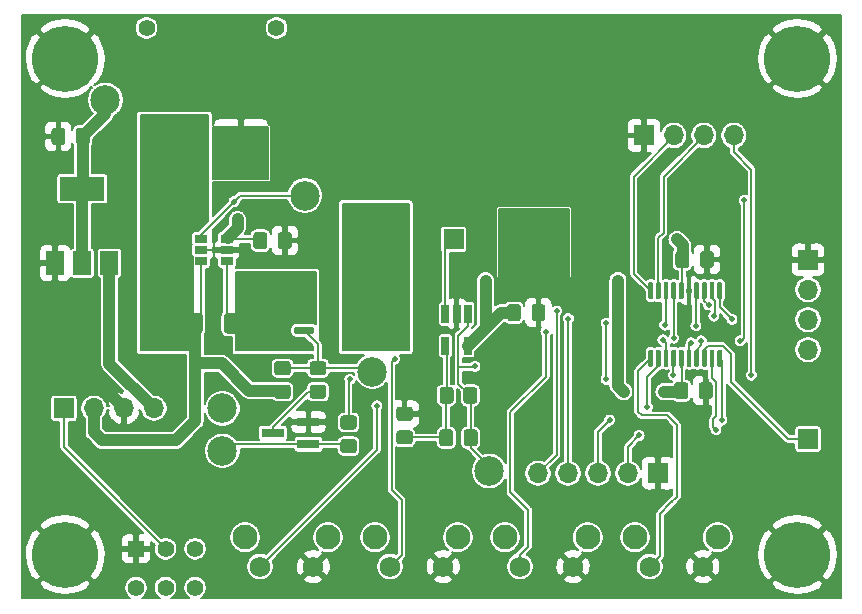
<source format=gtl>
G04 #@! TF.GenerationSoftware,KiCad,Pcbnew,5.1.10*
G04 #@! TF.CreationDate,2021-08-08T14:06:15+01:00*
G04 #@! TF.ProjectId,JBC controller,4a424320-636f-46e7-9472-6f6c6c65722e,rev?*
G04 #@! TF.SameCoordinates,Original*
G04 #@! TF.FileFunction,Copper,L1,Top*
G04 #@! TF.FilePolarity,Positive*
%FSLAX46Y46*%
G04 Gerber Fmt 4.6, Leading zero omitted, Abs format (unit mm)*
G04 Created by KiCad (PCBNEW 5.1.10) date 2021-08-08 14:06:15*
%MOMM*%
%LPD*%
G01*
G04 APERTURE LIST*
G04 #@! TA.AperFunction,SMDPad,CuDef*
%ADD10C,2.500000*%
G04 #@! TD*
G04 #@! TA.AperFunction,ComponentPad*
%ADD11C,1.400000*%
G04 #@! TD*
G04 #@! TA.AperFunction,ComponentPad*
%ADD12R,1.400000X1.400000*%
G04 #@! TD*
G04 #@! TA.AperFunction,ComponentPad*
%ADD13R,1.700000X1.700000*%
G04 #@! TD*
G04 #@! TA.AperFunction,ComponentPad*
%ADD14O,1.700000X1.700000*%
G04 #@! TD*
G04 #@! TA.AperFunction,ComponentPad*
%ADD15C,5.600000*%
G04 #@! TD*
G04 #@! TA.AperFunction,ComponentPad*
%ADD16C,2.100000*%
G04 #@! TD*
G04 #@! TA.AperFunction,ComponentPad*
%ADD17C,1.750000*%
G04 #@! TD*
G04 #@! TA.AperFunction,ComponentPad*
%ADD18C,4.000000*%
G04 #@! TD*
G04 #@! TA.AperFunction,SMDPad,CuDef*
%ADD19R,3.800000X2.000000*%
G04 #@! TD*
G04 #@! TA.AperFunction,SMDPad,CuDef*
%ADD20R,1.500000X2.000000*%
G04 #@! TD*
G04 #@! TA.AperFunction,SMDPad,CuDef*
%ADD21R,1.060000X0.650000*%
G04 #@! TD*
G04 #@! TA.AperFunction,SMDPad,CuDef*
%ADD22R,0.650000X1.560000*%
G04 #@! TD*
G04 #@! TA.AperFunction,ComponentPad*
%ADD23R,3.500000X3.500000*%
G04 #@! TD*
G04 #@! TA.AperFunction,ComponentPad*
%ADD24C,3.500000*%
G04 #@! TD*
G04 #@! TA.AperFunction,SMDPad,CuDef*
%ADD25R,1.900000X0.800000*%
G04 #@! TD*
G04 #@! TA.AperFunction,ViaPad*
%ADD26C,0.700000*%
G04 #@! TD*
G04 #@! TA.AperFunction,ViaPad*
%ADD27C,0.500000*%
G04 #@! TD*
G04 #@! TA.AperFunction,Conductor*
%ADD28C,0.200000*%
G04 #@! TD*
G04 #@! TA.AperFunction,Conductor*
%ADD29C,1.000000*%
G04 #@! TD*
G04 #@! TA.AperFunction,Conductor*
%ADD30C,0.100000*%
G04 #@! TD*
G04 APERTURE END LIST*
D10*
X122900000Y-112900000D03*
X107300000Y-89600000D03*
X113000000Y-104500000D03*
X100300000Y-111200000D03*
X90400000Y-81500000D03*
X100300000Y-107600000D03*
D11*
X98000000Y-122800000D03*
X95500000Y-122800000D03*
X93000000Y-122800000D03*
X98000000Y-119500000D03*
X95500000Y-119500000D03*
D12*
X93000000Y-119500000D03*
G04 #@! TA.AperFunction,SMDPad,CuDef*
G36*
G01*
X107949999Y-103600000D02*
X108850001Y-103600000D01*
G75*
G02*
X109100000Y-103849999I0J-249999D01*
G01*
X109100000Y-104550001D01*
G75*
G02*
X108850001Y-104800000I-249999J0D01*
G01*
X107949999Y-104800000D01*
G75*
G02*
X107700000Y-104550001I0J249999D01*
G01*
X107700000Y-103849999D01*
G75*
G02*
X107949999Y-103600000I249999J0D01*
G01*
G37*
G04 #@! TD.AperFunction*
G04 #@! TA.AperFunction,SMDPad,CuDef*
G36*
G01*
X107949999Y-105600000D02*
X108850001Y-105600000D01*
G75*
G02*
X109100000Y-105849999I0J-249999D01*
G01*
X109100000Y-106550001D01*
G75*
G02*
X108850001Y-106800000I-249999J0D01*
G01*
X107949999Y-106800000D01*
G75*
G02*
X107700000Y-106550001I0J249999D01*
G01*
X107700000Y-105849999D01*
G75*
G02*
X107949999Y-105600000I249999J0D01*
G01*
G37*
G04 #@! TD.AperFunction*
D13*
X86900000Y-107600000D03*
D14*
X89440000Y-107600000D03*
X91980000Y-107600000D03*
X94520000Y-107600000D03*
D15*
X87000000Y-78000000D03*
X149000000Y-78000000D03*
X149000000Y-120000000D03*
X87000000Y-120000000D03*
G04 #@! TA.AperFunction,SMDPad,CuDef*
G36*
G01*
X136675000Y-104100000D02*
X136475000Y-104100000D01*
G75*
G02*
X136375000Y-104000000I0J100000D01*
G01*
X136375000Y-102725000D01*
G75*
G02*
X136475000Y-102625000I100000J0D01*
G01*
X136675000Y-102625000D01*
G75*
G02*
X136775000Y-102725000I0J-100000D01*
G01*
X136775000Y-104000000D01*
G75*
G02*
X136675000Y-104100000I-100000J0D01*
G01*
G37*
G04 #@! TD.AperFunction*
G04 #@! TA.AperFunction,SMDPad,CuDef*
G36*
G01*
X137325000Y-104100000D02*
X137125000Y-104100000D01*
G75*
G02*
X137025000Y-104000000I0J100000D01*
G01*
X137025000Y-102725000D01*
G75*
G02*
X137125000Y-102625000I100000J0D01*
G01*
X137325000Y-102625000D01*
G75*
G02*
X137425000Y-102725000I0J-100000D01*
G01*
X137425000Y-104000000D01*
G75*
G02*
X137325000Y-104100000I-100000J0D01*
G01*
G37*
G04 #@! TD.AperFunction*
G04 #@! TA.AperFunction,SMDPad,CuDef*
G36*
G01*
X137975000Y-104100000D02*
X137775000Y-104100000D01*
G75*
G02*
X137675000Y-104000000I0J100000D01*
G01*
X137675000Y-102725000D01*
G75*
G02*
X137775000Y-102625000I100000J0D01*
G01*
X137975000Y-102625000D01*
G75*
G02*
X138075000Y-102725000I0J-100000D01*
G01*
X138075000Y-104000000D01*
G75*
G02*
X137975000Y-104100000I-100000J0D01*
G01*
G37*
G04 #@! TD.AperFunction*
G04 #@! TA.AperFunction,SMDPad,CuDef*
G36*
G01*
X138625000Y-104100000D02*
X138425000Y-104100000D01*
G75*
G02*
X138325000Y-104000000I0J100000D01*
G01*
X138325000Y-102725000D01*
G75*
G02*
X138425000Y-102625000I100000J0D01*
G01*
X138625000Y-102625000D01*
G75*
G02*
X138725000Y-102725000I0J-100000D01*
G01*
X138725000Y-104000000D01*
G75*
G02*
X138625000Y-104100000I-100000J0D01*
G01*
G37*
G04 #@! TD.AperFunction*
G04 #@! TA.AperFunction,SMDPad,CuDef*
G36*
G01*
X139275000Y-104100000D02*
X139075000Y-104100000D01*
G75*
G02*
X138975000Y-104000000I0J100000D01*
G01*
X138975000Y-102725000D01*
G75*
G02*
X139075000Y-102625000I100000J0D01*
G01*
X139275000Y-102625000D01*
G75*
G02*
X139375000Y-102725000I0J-100000D01*
G01*
X139375000Y-104000000D01*
G75*
G02*
X139275000Y-104100000I-100000J0D01*
G01*
G37*
G04 #@! TD.AperFunction*
G04 #@! TA.AperFunction,SMDPad,CuDef*
G36*
G01*
X139925000Y-104100000D02*
X139725000Y-104100000D01*
G75*
G02*
X139625000Y-104000000I0J100000D01*
G01*
X139625000Y-102725000D01*
G75*
G02*
X139725000Y-102625000I100000J0D01*
G01*
X139925000Y-102625000D01*
G75*
G02*
X140025000Y-102725000I0J-100000D01*
G01*
X140025000Y-104000000D01*
G75*
G02*
X139925000Y-104100000I-100000J0D01*
G01*
G37*
G04 #@! TD.AperFunction*
G04 #@! TA.AperFunction,SMDPad,CuDef*
G36*
G01*
X140575000Y-104100000D02*
X140375000Y-104100000D01*
G75*
G02*
X140275000Y-104000000I0J100000D01*
G01*
X140275000Y-102725000D01*
G75*
G02*
X140375000Y-102625000I100000J0D01*
G01*
X140575000Y-102625000D01*
G75*
G02*
X140675000Y-102725000I0J-100000D01*
G01*
X140675000Y-104000000D01*
G75*
G02*
X140575000Y-104100000I-100000J0D01*
G01*
G37*
G04 #@! TD.AperFunction*
G04 #@! TA.AperFunction,SMDPad,CuDef*
G36*
G01*
X141225000Y-104100000D02*
X141025000Y-104100000D01*
G75*
G02*
X140925000Y-104000000I0J100000D01*
G01*
X140925000Y-102725000D01*
G75*
G02*
X141025000Y-102625000I100000J0D01*
G01*
X141225000Y-102625000D01*
G75*
G02*
X141325000Y-102725000I0J-100000D01*
G01*
X141325000Y-104000000D01*
G75*
G02*
X141225000Y-104100000I-100000J0D01*
G01*
G37*
G04 #@! TD.AperFunction*
G04 #@! TA.AperFunction,SMDPad,CuDef*
G36*
G01*
X141875000Y-104100000D02*
X141675000Y-104100000D01*
G75*
G02*
X141575000Y-104000000I0J100000D01*
G01*
X141575000Y-102725000D01*
G75*
G02*
X141675000Y-102625000I100000J0D01*
G01*
X141875000Y-102625000D01*
G75*
G02*
X141975000Y-102725000I0J-100000D01*
G01*
X141975000Y-104000000D01*
G75*
G02*
X141875000Y-104100000I-100000J0D01*
G01*
G37*
G04 #@! TD.AperFunction*
G04 #@! TA.AperFunction,SMDPad,CuDef*
G36*
G01*
X142525000Y-104100000D02*
X142325000Y-104100000D01*
G75*
G02*
X142225000Y-104000000I0J100000D01*
G01*
X142225000Y-102725000D01*
G75*
G02*
X142325000Y-102625000I100000J0D01*
G01*
X142525000Y-102625000D01*
G75*
G02*
X142625000Y-102725000I0J-100000D01*
G01*
X142625000Y-104000000D01*
G75*
G02*
X142525000Y-104100000I-100000J0D01*
G01*
G37*
G04 #@! TD.AperFunction*
G04 #@! TA.AperFunction,SMDPad,CuDef*
G36*
G01*
X142525000Y-98375000D02*
X142325000Y-98375000D01*
G75*
G02*
X142225000Y-98275000I0J100000D01*
G01*
X142225000Y-97000000D01*
G75*
G02*
X142325000Y-96900000I100000J0D01*
G01*
X142525000Y-96900000D01*
G75*
G02*
X142625000Y-97000000I0J-100000D01*
G01*
X142625000Y-98275000D01*
G75*
G02*
X142525000Y-98375000I-100000J0D01*
G01*
G37*
G04 #@! TD.AperFunction*
G04 #@! TA.AperFunction,SMDPad,CuDef*
G36*
G01*
X141875000Y-98375000D02*
X141675000Y-98375000D01*
G75*
G02*
X141575000Y-98275000I0J100000D01*
G01*
X141575000Y-97000000D01*
G75*
G02*
X141675000Y-96900000I100000J0D01*
G01*
X141875000Y-96900000D01*
G75*
G02*
X141975000Y-97000000I0J-100000D01*
G01*
X141975000Y-98275000D01*
G75*
G02*
X141875000Y-98375000I-100000J0D01*
G01*
G37*
G04 #@! TD.AperFunction*
G04 #@! TA.AperFunction,SMDPad,CuDef*
G36*
G01*
X141225000Y-98375000D02*
X141025000Y-98375000D01*
G75*
G02*
X140925000Y-98275000I0J100000D01*
G01*
X140925000Y-97000000D01*
G75*
G02*
X141025000Y-96900000I100000J0D01*
G01*
X141225000Y-96900000D01*
G75*
G02*
X141325000Y-97000000I0J-100000D01*
G01*
X141325000Y-98275000D01*
G75*
G02*
X141225000Y-98375000I-100000J0D01*
G01*
G37*
G04 #@! TD.AperFunction*
G04 #@! TA.AperFunction,SMDPad,CuDef*
G36*
G01*
X140575000Y-98375000D02*
X140375000Y-98375000D01*
G75*
G02*
X140275000Y-98275000I0J100000D01*
G01*
X140275000Y-97000000D01*
G75*
G02*
X140375000Y-96900000I100000J0D01*
G01*
X140575000Y-96900000D01*
G75*
G02*
X140675000Y-97000000I0J-100000D01*
G01*
X140675000Y-98275000D01*
G75*
G02*
X140575000Y-98375000I-100000J0D01*
G01*
G37*
G04 #@! TD.AperFunction*
G04 #@! TA.AperFunction,SMDPad,CuDef*
G36*
G01*
X139925000Y-98375000D02*
X139725000Y-98375000D01*
G75*
G02*
X139625000Y-98275000I0J100000D01*
G01*
X139625000Y-97000000D01*
G75*
G02*
X139725000Y-96900000I100000J0D01*
G01*
X139925000Y-96900000D01*
G75*
G02*
X140025000Y-97000000I0J-100000D01*
G01*
X140025000Y-98275000D01*
G75*
G02*
X139925000Y-98375000I-100000J0D01*
G01*
G37*
G04 #@! TD.AperFunction*
G04 #@! TA.AperFunction,SMDPad,CuDef*
G36*
G01*
X139275000Y-98375000D02*
X139075000Y-98375000D01*
G75*
G02*
X138975000Y-98275000I0J100000D01*
G01*
X138975000Y-97000000D01*
G75*
G02*
X139075000Y-96900000I100000J0D01*
G01*
X139275000Y-96900000D01*
G75*
G02*
X139375000Y-97000000I0J-100000D01*
G01*
X139375000Y-98275000D01*
G75*
G02*
X139275000Y-98375000I-100000J0D01*
G01*
G37*
G04 #@! TD.AperFunction*
G04 #@! TA.AperFunction,SMDPad,CuDef*
G36*
G01*
X138625000Y-98375000D02*
X138425000Y-98375000D01*
G75*
G02*
X138325000Y-98275000I0J100000D01*
G01*
X138325000Y-97000000D01*
G75*
G02*
X138425000Y-96900000I100000J0D01*
G01*
X138625000Y-96900000D01*
G75*
G02*
X138725000Y-97000000I0J-100000D01*
G01*
X138725000Y-98275000D01*
G75*
G02*
X138625000Y-98375000I-100000J0D01*
G01*
G37*
G04 #@! TD.AperFunction*
G04 #@! TA.AperFunction,SMDPad,CuDef*
G36*
G01*
X137975000Y-98375000D02*
X137775000Y-98375000D01*
G75*
G02*
X137675000Y-98275000I0J100000D01*
G01*
X137675000Y-97000000D01*
G75*
G02*
X137775000Y-96900000I100000J0D01*
G01*
X137975000Y-96900000D01*
G75*
G02*
X138075000Y-97000000I0J-100000D01*
G01*
X138075000Y-98275000D01*
G75*
G02*
X137975000Y-98375000I-100000J0D01*
G01*
G37*
G04 #@! TD.AperFunction*
G04 #@! TA.AperFunction,SMDPad,CuDef*
G36*
G01*
X137325000Y-98375000D02*
X137125000Y-98375000D01*
G75*
G02*
X137025000Y-98275000I0J100000D01*
G01*
X137025000Y-97000000D01*
G75*
G02*
X137125000Y-96900000I100000J0D01*
G01*
X137325000Y-96900000D01*
G75*
G02*
X137425000Y-97000000I0J-100000D01*
G01*
X137425000Y-98275000D01*
G75*
G02*
X137325000Y-98375000I-100000J0D01*
G01*
G37*
G04 #@! TD.AperFunction*
G04 #@! TA.AperFunction,SMDPad,CuDef*
G36*
G01*
X136675000Y-98375000D02*
X136475000Y-98375000D01*
G75*
G02*
X136375000Y-98275000I0J100000D01*
G01*
X136375000Y-97000000D01*
G75*
G02*
X136475000Y-96900000I100000J0D01*
G01*
X136675000Y-96900000D01*
G75*
G02*
X136775000Y-97000000I0J-100000D01*
G01*
X136775000Y-98275000D01*
G75*
G02*
X136675000Y-98375000I-100000J0D01*
G01*
G37*
G04 #@! TD.AperFunction*
D16*
X120250000Y-118510000D03*
D17*
X119000000Y-121000000D03*
X114500000Y-121000000D03*
D16*
X113240000Y-118510000D03*
G04 #@! TA.AperFunction,SMDPad,CuDef*
G36*
G01*
X111500000Y-97345000D02*
X111500000Y-97045000D01*
G75*
G02*
X111650000Y-96895000I150000J0D01*
G01*
X113100000Y-96895000D01*
G75*
G02*
X113250000Y-97045000I0J-150000D01*
G01*
X113250000Y-97345000D01*
G75*
G02*
X113100000Y-97495000I-150000J0D01*
G01*
X111650000Y-97495000D01*
G75*
G02*
X111500000Y-97345000I0J150000D01*
G01*
G37*
G04 #@! TD.AperFunction*
G04 #@! TA.AperFunction,SMDPad,CuDef*
G36*
G01*
X111500000Y-98615000D02*
X111500000Y-98315000D01*
G75*
G02*
X111650000Y-98165000I150000J0D01*
G01*
X113100000Y-98165000D01*
G75*
G02*
X113250000Y-98315000I0J-150000D01*
G01*
X113250000Y-98615000D01*
G75*
G02*
X113100000Y-98765000I-150000J0D01*
G01*
X111650000Y-98765000D01*
G75*
G02*
X111500000Y-98615000I0J150000D01*
G01*
G37*
G04 #@! TD.AperFunction*
G04 #@! TA.AperFunction,SMDPad,CuDef*
G36*
G01*
X111500000Y-99885000D02*
X111500000Y-99585000D01*
G75*
G02*
X111650000Y-99435000I150000J0D01*
G01*
X113100000Y-99435000D01*
G75*
G02*
X113250000Y-99585000I0J-150000D01*
G01*
X113250000Y-99885000D01*
G75*
G02*
X113100000Y-100035000I-150000J0D01*
G01*
X111650000Y-100035000D01*
G75*
G02*
X111500000Y-99885000I0J150000D01*
G01*
G37*
G04 #@! TD.AperFunction*
G04 #@! TA.AperFunction,SMDPad,CuDef*
G36*
G01*
X111500000Y-101155000D02*
X111500000Y-100855000D01*
G75*
G02*
X111650000Y-100705000I150000J0D01*
G01*
X113100000Y-100705000D01*
G75*
G02*
X113250000Y-100855000I0J-150000D01*
G01*
X113250000Y-101155000D01*
G75*
G02*
X113100000Y-101305000I-150000J0D01*
G01*
X111650000Y-101305000D01*
G75*
G02*
X111500000Y-101155000I0J150000D01*
G01*
G37*
G04 #@! TD.AperFunction*
G04 #@! TA.AperFunction,SMDPad,CuDef*
G36*
G01*
X106350000Y-101155000D02*
X106350000Y-100855000D01*
G75*
G02*
X106500000Y-100705000I150000J0D01*
G01*
X107950000Y-100705000D01*
G75*
G02*
X108100000Y-100855000I0J-150000D01*
G01*
X108100000Y-101155000D01*
G75*
G02*
X107950000Y-101305000I-150000J0D01*
G01*
X106500000Y-101305000D01*
G75*
G02*
X106350000Y-101155000I0J150000D01*
G01*
G37*
G04 #@! TD.AperFunction*
G04 #@! TA.AperFunction,SMDPad,CuDef*
G36*
G01*
X106350000Y-99885000D02*
X106350000Y-99585000D01*
G75*
G02*
X106500000Y-99435000I150000J0D01*
G01*
X107950000Y-99435000D01*
G75*
G02*
X108100000Y-99585000I0J-150000D01*
G01*
X108100000Y-99885000D01*
G75*
G02*
X107950000Y-100035000I-150000J0D01*
G01*
X106500000Y-100035000D01*
G75*
G02*
X106350000Y-99885000I0J150000D01*
G01*
G37*
G04 #@! TD.AperFunction*
G04 #@! TA.AperFunction,SMDPad,CuDef*
G36*
G01*
X106350000Y-98615000D02*
X106350000Y-98315000D01*
G75*
G02*
X106500000Y-98165000I150000J0D01*
G01*
X107950000Y-98165000D01*
G75*
G02*
X108100000Y-98315000I0J-150000D01*
G01*
X108100000Y-98615000D01*
G75*
G02*
X107950000Y-98765000I-150000J0D01*
G01*
X106500000Y-98765000D01*
G75*
G02*
X106350000Y-98615000I0J150000D01*
G01*
G37*
G04 #@! TD.AperFunction*
G04 #@! TA.AperFunction,SMDPad,CuDef*
G36*
G01*
X106350000Y-97345000D02*
X106350000Y-97045000D01*
G75*
G02*
X106500000Y-96895000I150000J0D01*
G01*
X107950000Y-96895000D01*
G75*
G02*
X108100000Y-97045000I0J-150000D01*
G01*
X108100000Y-97345000D01*
G75*
G02*
X107950000Y-97495000I-150000J0D01*
G01*
X106500000Y-97495000D01*
G75*
G02*
X106350000Y-97345000I0J150000D01*
G01*
G37*
G04 #@! TD.AperFunction*
X142250000Y-118510000D03*
D17*
X141000000Y-121000000D03*
X136500000Y-121000000D03*
D16*
X135240000Y-118510000D03*
X131250000Y-118510000D03*
D17*
X130000000Y-121000000D03*
X125500000Y-121000000D03*
D16*
X124240000Y-118510000D03*
X109250000Y-118510000D03*
D17*
X108000000Y-121000000D03*
X103500000Y-121000000D03*
D16*
X102240000Y-118510000D03*
G04 #@! TA.AperFunction,SMDPad,CuDef*
G36*
G01*
X89087500Y-84105000D02*
X89087500Y-85055000D01*
G75*
G02*
X88837500Y-85305000I-250000J0D01*
G01*
X88162500Y-85305000D01*
G75*
G02*
X87912500Y-85055000I0J250000D01*
G01*
X87912500Y-84105000D01*
G75*
G02*
X88162500Y-83855000I250000J0D01*
G01*
X88837500Y-83855000D01*
G75*
G02*
X89087500Y-84105000I0J-250000D01*
G01*
G37*
G04 #@! TD.AperFunction*
G04 #@! TA.AperFunction,SMDPad,CuDef*
G36*
G01*
X87012500Y-84105000D02*
X87012500Y-85055000D01*
G75*
G02*
X86762500Y-85305000I-250000J0D01*
G01*
X86087500Y-85305000D01*
G75*
G02*
X85837500Y-85055000I0J250000D01*
G01*
X85837500Y-84105000D01*
G75*
G02*
X86087500Y-83855000I250000J0D01*
G01*
X86762500Y-83855000D01*
G75*
G02*
X87012500Y-84105000I0J-250000D01*
G01*
G37*
G04 #@! TD.AperFunction*
G04 #@! TA.AperFunction,SMDPad,CuDef*
G36*
G01*
X140650000Y-106575000D02*
X140650000Y-105625000D01*
G75*
G02*
X140900000Y-105375000I250000J0D01*
G01*
X141575000Y-105375000D01*
G75*
G02*
X141825000Y-105625000I0J-250000D01*
G01*
X141825000Y-106575000D01*
G75*
G02*
X141575000Y-106825000I-250000J0D01*
G01*
X140900000Y-106825000D01*
G75*
G02*
X140650000Y-106575000I0J250000D01*
G01*
G37*
G04 #@! TD.AperFunction*
G04 #@! TA.AperFunction,SMDPad,CuDef*
G36*
G01*
X138575000Y-106575000D02*
X138575000Y-105625000D01*
G75*
G02*
X138825000Y-105375000I250000J0D01*
G01*
X139500000Y-105375000D01*
G75*
G02*
X139750000Y-105625000I0J-250000D01*
G01*
X139750000Y-106575000D01*
G75*
G02*
X139500000Y-106825000I-250000J0D01*
G01*
X138825000Y-106825000D01*
G75*
G02*
X138575000Y-106575000I0J250000D01*
G01*
G37*
G04 #@! TD.AperFunction*
G04 #@! TA.AperFunction,SMDPad,CuDef*
G36*
G01*
X139850000Y-94525000D02*
X139850000Y-95475000D01*
G75*
G02*
X139600000Y-95725000I-250000J0D01*
G01*
X138925000Y-95725000D01*
G75*
G02*
X138675000Y-95475000I0J250000D01*
G01*
X138675000Y-94525000D01*
G75*
G02*
X138925000Y-94275000I250000J0D01*
G01*
X139600000Y-94275000D01*
G75*
G02*
X139850000Y-94525000I0J-250000D01*
G01*
G37*
G04 #@! TD.AperFunction*
G04 #@! TA.AperFunction,SMDPad,CuDef*
G36*
G01*
X141925000Y-94525000D02*
X141925000Y-95475000D01*
G75*
G02*
X141675000Y-95725000I-250000J0D01*
G01*
X141000000Y-95725000D01*
G75*
G02*
X140750000Y-95475000I0J250000D01*
G01*
X140750000Y-94525000D01*
G75*
G02*
X141000000Y-94275000I250000J0D01*
G01*
X141675000Y-94275000D01*
G75*
G02*
X141925000Y-94525000I0J-250000D01*
G01*
G37*
G04 #@! TD.AperFunction*
G04 #@! TA.AperFunction,SMDPad,CuDef*
G36*
G01*
X104112500Y-92925000D02*
X104112500Y-93875000D01*
G75*
G02*
X103862500Y-94125000I-250000J0D01*
G01*
X103187500Y-94125000D01*
G75*
G02*
X102937500Y-93875000I0J250000D01*
G01*
X102937500Y-92925000D01*
G75*
G02*
X103187500Y-92675000I250000J0D01*
G01*
X103862500Y-92675000D01*
G75*
G02*
X104112500Y-92925000I0J-250000D01*
G01*
G37*
G04 #@! TD.AperFunction*
G04 #@! TA.AperFunction,SMDPad,CuDef*
G36*
G01*
X106187500Y-92925000D02*
X106187500Y-93875000D01*
G75*
G02*
X105937500Y-94125000I-250000J0D01*
G01*
X105262500Y-94125000D01*
G75*
G02*
X105012500Y-93875000I0J250000D01*
G01*
X105012500Y-92925000D01*
G75*
G02*
X105262500Y-92675000I250000J0D01*
G01*
X105937500Y-92675000D01*
G75*
G02*
X106187500Y-92925000I0J-250000D01*
G01*
G37*
G04 #@! TD.AperFunction*
G04 #@! TA.AperFunction,SMDPad,CuDef*
G36*
G01*
X121925000Y-109625000D02*
X121925000Y-110575000D01*
G75*
G02*
X121675000Y-110825000I-250000J0D01*
G01*
X121000000Y-110825000D01*
G75*
G02*
X120750000Y-110575000I0J250000D01*
G01*
X120750000Y-109625000D01*
G75*
G02*
X121000000Y-109375000I250000J0D01*
G01*
X121675000Y-109375000D01*
G75*
G02*
X121925000Y-109625000I0J-250000D01*
G01*
G37*
G04 #@! TD.AperFunction*
G04 #@! TA.AperFunction,SMDPad,CuDef*
G36*
G01*
X119850000Y-109625000D02*
X119850000Y-110575000D01*
G75*
G02*
X119600000Y-110825000I-250000J0D01*
G01*
X118925000Y-110825000D01*
G75*
G02*
X118675000Y-110575000I0J250000D01*
G01*
X118675000Y-109625000D01*
G75*
G02*
X118925000Y-109375000I250000J0D01*
G01*
X119600000Y-109375000D01*
G75*
G02*
X119850000Y-109625000I0J-250000D01*
G01*
G37*
G04 #@! TD.AperFunction*
G04 #@! TA.AperFunction,SMDPad,CuDef*
G36*
G01*
X127662500Y-99025000D02*
X127662500Y-99975000D01*
G75*
G02*
X127412500Y-100225000I-250000J0D01*
G01*
X126737500Y-100225000D01*
G75*
G02*
X126487500Y-99975000I0J250000D01*
G01*
X126487500Y-99025000D01*
G75*
G02*
X126737500Y-98775000I250000J0D01*
G01*
X127412500Y-98775000D01*
G75*
G02*
X127662500Y-99025000I0J-250000D01*
G01*
G37*
G04 #@! TD.AperFunction*
G04 #@! TA.AperFunction,SMDPad,CuDef*
G36*
G01*
X125587500Y-99025000D02*
X125587500Y-99975000D01*
G75*
G02*
X125337500Y-100225000I-250000J0D01*
G01*
X124662500Y-100225000D01*
G75*
G02*
X124412500Y-99975000I0J250000D01*
G01*
X124412500Y-99025000D01*
G75*
G02*
X124662500Y-98775000I250000J0D01*
G01*
X125337500Y-98775000D01*
G75*
G02*
X125587500Y-99025000I0J-250000D01*
G01*
G37*
G04 #@! TD.AperFunction*
D13*
X136000000Y-84500000D03*
D14*
X138540000Y-84500000D03*
X141080000Y-84500000D03*
X143620000Y-84500000D03*
X149900000Y-102640000D03*
X149900000Y-100100000D03*
X149900000Y-97560000D03*
D13*
X149900000Y-95020000D03*
G04 #@! TA.AperFunction,SMDPad,CuDef*
G36*
G01*
X111450001Y-109400000D02*
X110549999Y-109400000D01*
G75*
G02*
X110300000Y-109150001I0J249999D01*
G01*
X110300000Y-108449999D01*
G75*
G02*
X110549999Y-108200000I249999J0D01*
G01*
X111450001Y-108200000D01*
G75*
G02*
X111700000Y-108449999I0J-249999D01*
G01*
X111700000Y-109150001D01*
G75*
G02*
X111450001Y-109400000I-249999J0D01*
G01*
G37*
G04 #@! TD.AperFunction*
G04 #@! TA.AperFunction,SMDPad,CuDef*
G36*
G01*
X111450001Y-111400000D02*
X110549999Y-111400000D01*
G75*
G02*
X110300000Y-111150001I0J249999D01*
G01*
X110300000Y-110449999D01*
G75*
G02*
X110549999Y-110200000I249999J0D01*
G01*
X111450001Y-110200000D01*
G75*
G02*
X111700000Y-110449999I0J-249999D01*
G01*
X111700000Y-111150001D01*
G75*
G02*
X111450001Y-111400000I-249999J0D01*
G01*
G37*
G04 #@! TD.AperFunction*
G04 #@! TA.AperFunction,SMDPad,CuDef*
G36*
G01*
X105850001Y-104800000D02*
X104949999Y-104800000D01*
G75*
G02*
X104700000Y-104550001I0J249999D01*
G01*
X104700000Y-103849999D01*
G75*
G02*
X104949999Y-103600000I249999J0D01*
G01*
X105850001Y-103600000D01*
G75*
G02*
X106100000Y-103849999I0J-249999D01*
G01*
X106100000Y-104550001D01*
G75*
G02*
X105850001Y-104800000I-249999J0D01*
G01*
G37*
G04 #@! TD.AperFunction*
G04 #@! TA.AperFunction,SMDPad,CuDef*
G36*
G01*
X105850001Y-106800000D02*
X104949999Y-106800000D01*
G75*
G02*
X104700000Y-106550001I0J249999D01*
G01*
X104700000Y-105849999D01*
G75*
G02*
X104949999Y-105600000I249999J0D01*
G01*
X105850001Y-105600000D01*
G75*
G02*
X106100000Y-105849999I0J-249999D01*
G01*
X106100000Y-106550001D01*
G75*
G02*
X105850001Y-106800000I-249999J0D01*
G01*
G37*
G04 #@! TD.AperFunction*
G04 #@! TA.AperFunction,SMDPad,CuDef*
G36*
G01*
X115289999Y-109460000D02*
X116190001Y-109460000D01*
G75*
G02*
X116440000Y-109709999I0J-249999D01*
G01*
X116440000Y-110410001D01*
G75*
G02*
X116190001Y-110660000I-249999J0D01*
G01*
X115289999Y-110660000D01*
G75*
G02*
X115040000Y-110410001I0J249999D01*
G01*
X115040000Y-109709999D01*
G75*
G02*
X115289999Y-109460000I249999J0D01*
G01*
G37*
G04 #@! TD.AperFunction*
G04 #@! TA.AperFunction,SMDPad,CuDef*
G36*
G01*
X115289999Y-107460000D02*
X116190001Y-107460000D01*
G75*
G02*
X116440000Y-107709999I0J-249999D01*
G01*
X116440000Y-108410001D01*
G75*
G02*
X116190001Y-108660000I-249999J0D01*
G01*
X115289999Y-108660000D01*
G75*
G02*
X115040000Y-108410001I0J249999D01*
G01*
X115040000Y-107709999D01*
G75*
G02*
X115289999Y-107460000I249999J0D01*
G01*
G37*
G04 #@! TD.AperFunction*
G04 #@! TA.AperFunction,SMDPad,CuDef*
G36*
G01*
X121900000Y-106049999D02*
X121900000Y-106950001D01*
G75*
G02*
X121650001Y-107200000I-249999J0D01*
G01*
X120949999Y-107200000D01*
G75*
G02*
X120700000Y-106950001I0J249999D01*
G01*
X120700000Y-106049999D01*
G75*
G02*
X120949999Y-105800000I249999J0D01*
G01*
X121650001Y-105800000D01*
G75*
G02*
X121900000Y-106049999I0J-249999D01*
G01*
G37*
G04 #@! TD.AperFunction*
G04 #@! TA.AperFunction,SMDPad,CuDef*
G36*
G01*
X119900000Y-106049999D02*
X119900000Y-106950001D01*
G75*
G02*
X119650001Y-107200000I-249999J0D01*
G01*
X118949999Y-107200000D01*
G75*
G02*
X118700000Y-106950001I0J249999D01*
G01*
X118700000Y-106049999D01*
G75*
G02*
X118949999Y-105800000I249999J0D01*
G01*
X119650001Y-105800000D01*
G75*
G02*
X119900000Y-106049999I0J-249999D01*
G01*
G37*
G04 #@! TD.AperFunction*
D18*
X126700000Y-93300000D03*
X113500000Y-93300000D03*
D19*
X88450000Y-89010000D03*
D20*
X88450000Y-95310000D03*
X90750000Y-95310000D03*
X86150000Y-95310000D03*
D21*
X98500000Y-93250000D03*
X98500000Y-94200000D03*
X98500000Y-95150000D03*
X100700000Y-95150000D03*
X100700000Y-93250000D03*
X100700000Y-94200000D03*
D22*
X121100000Y-99600000D03*
X120150000Y-99600000D03*
X119200000Y-99600000D03*
X119200000Y-102300000D03*
X121100000Y-102300000D03*
G04 #@! TA.AperFunction,SMDPad,CuDef*
G36*
G01*
X97350000Y-101025000D02*
X97350000Y-99775000D01*
G75*
G02*
X97600000Y-99525000I250000J0D01*
G01*
X98400000Y-99525000D01*
G75*
G02*
X98650000Y-99775000I0J-250000D01*
G01*
X98650000Y-101025000D01*
G75*
G02*
X98400000Y-101275000I-250000J0D01*
G01*
X97600000Y-101275000D01*
G75*
G02*
X97350000Y-101025000I0J250000D01*
G01*
G37*
G04 #@! TD.AperFunction*
G04 #@! TA.AperFunction,SMDPad,CuDef*
G36*
G01*
X100450000Y-101025000D02*
X100450000Y-99775000D01*
G75*
G02*
X100700000Y-99525000I250000J0D01*
G01*
X101500000Y-99525000D01*
G75*
G02*
X101750000Y-99775000I0J-250000D01*
G01*
X101750000Y-101025000D01*
G75*
G02*
X101500000Y-101275000I-250000J0D01*
G01*
X100700000Y-101275000D01*
G75*
G02*
X100450000Y-101025000I0J250000D01*
G01*
G37*
G04 #@! TD.AperFunction*
D11*
X104890000Y-75400000D03*
X93890000Y-75400000D03*
D23*
X101890000Y-85400000D03*
D24*
X96890000Y-85400000D03*
D13*
X119900000Y-93300000D03*
X137200000Y-113100000D03*
D14*
X134660000Y-113100000D03*
X132120000Y-113100000D03*
X129580000Y-113100000D03*
X127040000Y-113100000D03*
D13*
X149900000Y-110200000D03*
D25*
X107600000Y-110650000D03*
X107600000Y-108750000D03*
X104600000Y-109700000D03*
D26*
X101600000Y-91600000D03*
X122600000Y-96800000D03*
X138800000Y-93300000D03*
X133800000Y-96800000D03*
X134300000Y-106200000D03*
X137700000Y-106200000D03*
X88450000Y-91850000D03*
D27*
X124700000Y-102300000D03*
X125400000Y-106400000D03*
X109400000Y-97400000D03*
X109400000Y-98300000D03*
X109400000Y-99200000D03*
X109400000Y-100100000D03*
X109400000Y-101000000D03*
X99600000Y-97000000D03*
X102300000Y-95200000D03*
X99600000Y-100400000D03*
X136800000Y-101200000D03*
X142800000Y-95000000D03*
X141400000Y-107800000D03*
X95600000Y-113400000D03*
X94300000Y-104200000D03*
X85400000Y-99100000D03*
X109400000Y-109600000D03*
X116200000Y-106300000D03*
X117500000Y-100300000D03*
X121700000Y-104050010D03*
X140015025Y-102050021D03*
D26*
X100300000Y-107600000D03*
D27*
X145100000Y-104800000D03*
X138500000Y-104800000D03*
X138520000Y-101650010D03*
X137763797Y-100549990D03*
X132800000Y-100400000D03*
X111100000Y-105150010D03*
X132800000Y-105150010D03*
X143450000Y-100070000D03*
X136300000Y-107500000D03*
X113400000Y-107400000D03*
X137600000Y-101800000D03*
X114900000Y-103400000D03*
X127700000Y-101100000D03*
X140400000Y-100600000D03*
X144500000Y-90000000D03*
X144150000Y-101880000D03*
X140860000Y-101900008D03*
X101300000Y-90100000D03*
X142100000Y-109400000D03*
X135600000Y-109900000D03*
X142600000Y-108600000D03*
X133100000Y-108600000D03*
X141924415Y-99799980D03*
X129600000Y-100000000D03*
X128620000Y-99380000D03*
X141474980Y-98838251D03*
D28*
X103375000Y-93250000D02*
X103525000Y-93400000D01*
X100700000Y-93250000D02*
X103375000Y-93250000D01*
D29*
X101600000Y-92350000D02*
X100775001Y-93174999D01*
X101600000Y-91600000D02*
X101600000Y-92350000D01*
X122600000Y-100800000D02*
X121100000Y-102300000D01*
X122600000Y-96800000D02*
X122600000Y-100800000D01*
X138800000Y-93300000D02*
X139300000Y-93800000D01*
X139300000Y-94962500D02*
X139262500Y-95000000D01*
X139300000Y-93800000D02*
X139300000Y-94962500D01*
D28*
X139262500Y-97550000D02*
X139175000Y-97637500D01*
X139262500Y-95000000D02*
X139262500Y-97550000D01*
D29*
X133800000Y-96800000D02*
X133800000Y-105700000D01*
X133800000Y-105700000D02*
X134300000Y-106200000D01*
X139062500Y-106200000D02*
X139162500Y-106100000D01*
X137700000Y-106200000D02*
X139062500Y-106200000D01*
D28*
X139175000Y-104100000D02*
X139200000Y-104125000D01*
X139175000Y-103362500D02*
X139175000Y-104100000D01*
X139200000Y-106062500D02*
X139162500Y-106100000D01*
X139200000Y-104125000D02*
X139200000Y-106062500D01*
D29*
X88500000Y-88960000D02*
X88450000Y-89010000D01*
X88500000Y-84580000D02*
X88500000Y-88960000D01*
X88450000Y-91850000D02*
X88450000Y-95310000D01*
X88450000Y-89010000D02*
X88450000Y-91850000D01*
X90400000Y-82680000D02*
X88500000Y-84580000D01*
X90400000Y-81500000D02*
X90400000Y-82680000D01*
X123900000Y-99500000D02*
X122600000Y-100800000D01*
X125000000Y-99500000D02*
X123900000Y-99500000D01*
D28*
X99600000Y-94200000D02*
X99600000Y-97000000D01*
X98500000Y-94200000D02*
X99600000Y-94200000D01*
X99600000Y-94200000D02*
X100700000Y-94200000D01*
X99600000Y-94200000D02*
X99600000Y-92600000D01*
D29*
X91980000Y-107600000D02*
X89900000Y-105520000D01*
D28*
X121337500Y-106537500D02*
X121300000Y-106500000D01*
X121337500Y-110100000D02*
X121337500Y-106537500D01*
X121100000Y-100654998D02*
X120300000Y-101454998D01*
X121100000Y-99600000D02*
X121100000Y-100654998D01*
X120300000Y-105500000D02*
X121300000Y-106500000D01*
X120300000Y-101454998D02*
X120300000Y-104100000D01*
X120300000Y-104100000D02*
X120300000Y-105500000D01*
X120300000Y-104100000D02*
X121650010Y-104100000D01*
X121650010Y-104100000D02*
X121700000Y-104050010D01*
X139825000Y-102240046D02*
X140015025Y-102050021D01*
X139825000Y-103362500D02*
X139825000Y-102240046D01*
X121337500Y-110937500D02*
X122900000Y-112500000D01*
X121337500Y-110100000D02*
X121337500Y-110937500D01*
X119222500Y-110060000D02*
X119262500Y-110100000D01*
X115740000Y-110060000D02*
X119222500Y-110060000D01*
X119262500Y-106537500D02*
X119300000Y-106500000D01*
X119262500Y-110100000D02*
X119262500Y-106537500D01*
X119300000Y-102400000D02*
X119200000Y-102300000D01*
X119300000Y-106500000D02*
X119300000Y-102400000D01*
X98500000Y-99900000D02*
X98000000Y-100400000D01*
X98500000Y-95150000D02*
X98500000Y-99900000D01*
D29*
X98000000Y-103800000D02*
X98000000Y-100400000D01*
X105300000Y-106100000D02*
X105400000Y-106200000D01*
X102600000Y-106100000D02*
X105300000Y-106100000D01*
X100300000Y-103800000D02*
X102600000Y-106100000D01*
X98000000Y-103800000D02*
X100300000Y-103800000D01*
X89440000Y-107600000D02*
X89440000Y-109640000D01*
X89440000Y-109640000D02*
X90100000Y-110300000D01*
X90100000Y-110300000D02*
X96400000Y-110300000D01*
X98000000Y-108700000D02*
X98000000Y-103800000D01*
X96400000Y-110300000D02*
X98000000Y-108700000D01*
X90750000Y-103830000D02*
X94520000Y-107600000D01*
X90750000Y-95310000D02*
X90750000Y-103830000D01*
D28*
X135129999Y-88010001D02*
X135129999Y-96192499D01*
X138840000Y-84300000D02*
X135129999Y-88010001D01*
X135129999Y-96192499D02*
X136575000Y-97637500D01*
X141380000Y-84300000D02*
X137669999Y-88010001D01*
X137669999Y-88010001D02*
X137669999Y-92732915D01*
X137669999Y-92732915D02*
X137225000Y-93177914D01*
X137225000Y-93177914D02*
X137225000Y-97637500D01*
X143620000Y-84500000D02*
X143620000Y-85920000D01*
X143620000Y-85920000D02*
X145100000Y-87400000D01*
X145100000Y-87400000D02*
X145100000Y-104800000D01*
X138500000Y-103387500D02*
X138525000Y-103362500D01*
X138500000Y-104800000D02*
X138500000Y-103387500D01*
X119200000Y-93900000D02*
X119800000Y-93300000D01*
X119200000Y-99600000D02*
X119200000Y-93900000D01*
X141125000Y-102625000D02*
X141125000Y-103362500D01*
X143400000Y-103034298D02*
X142690692Y-102324990D01*
X142690692Y-102324990D02*
X141425010Y-102324990D01*
X143400000Y-105400000D02*
X143400000Y-103034298D01*
X141425010Y-102324990D02*
X141125000Y-102625000D01*
X148200000Y-110200000D02*
X143400000Y-105400000D01*
X149900000Y-110200000D02*
X148200000Y-110200000D01*
X138525000Y-101645010D02*
X138520000Y-101650010D01*
X138525000Y-97637500D02*
X138525000Y-101645010D01*
X137875000Y-100438787D02*
X137763797Y-100549990D01*
X137875000Y-97637500D02*
X137875000Y-100438787D01*
X110850000Y-110650000D02*
X111000000Y-110800000D01*
X107100000Y-110650000D02*
X110850000Y-110650000D01*
X100850000Y-110650000D02*
X100300000Y-111200000D01*
X107600000Y-110650000D02*
X100850000Y-110650000D01*
X108400000Y-106200000D02*
X107600000Y-106200000D01*
X104600000Y-109200000D02*
X104600000Y-109700000D01*
X107600000Y-106200000D02*
X104600000Y-109200000D01*
X111000000Y-105250010D02*
X111100000Y-105150010D01*
X132800000Y-100400000D02*
X132800000Y-105150010D01*
X111000000Y-108800000D02*
X111000000Y-105250010D01*
X142425000Y-99045000D02*
X142425000Y-97637500D01*
X143450000Y-100070000D02*
X142425000Y-99045000D01*
X137225000Y-104015702D02*
X137225000Y-103362500D01*
X136300000Y-104940702D02*
X137225000Y-104015702D01*
X136300000Y-107500000D02*
X136300000Y-104940702D01*
X113400000Y-111100000D02*
X113400000Y-107400000D01*
X103500000Y-121000000D02*
X113400000Y-111100000D01*
X114500000Y-121000000D02*
X114590001Y-120909999D01*
X137875000Y-102075000D02*
X137875000Y-103362500D01*
X137600000Y-101800000D02*
X137875000Y-102075000D01*
X114500000Y-121000000D02*
X115500000Y-120000000D01*
X115500000Y-120000000D02*
X115500000Y-115400000D01*
X114650001Y-114550001D02*
X115500000Y-115400000D01*
X114650001Y-103649999D02*
X114650001Y-114550001D01*
X114900000Y-103400000D02*
X114650001Y-103649999D01*
X125500000Y-121000000D02*
X125590001Y-120909999D01*
X140400000Y-97712500D02*
X140475000Y-97637500D01*
X140400000Y-100600000D02*
X140400000Y-97712500D01*
X127700000Y-104914002D02*
X127700000Y-101100000D01*
X124700000Y-114700000D02*
X124700000Y-107914002D01*
X126200000Y-116200000D02*
X124700000Y-114700000D01*
X126200000Y-119300000D02*
X126200000Y-116200000D01*
X125500000Y-120000000D02*
X126200000Y-119300000D01*
X124700000Y-107914002D02*
X127700000Y-104914002D01*
X125500000Y-121000000D02*
X125500000Y-120000000D01*
X137374999Y-120125001D02*
X137374999Y-116525001D01*
X136500000Y-121000000D02*
X137374999Y-120125001D01*
X138800000Y-109000000D02*
X138800000Y-115100000D01*
X135500000Y-107900000D02*
X135800000Y-108200000D01*
X138000000Y-108200000D02*
X138800000Y-109000000D01*
X135500000Y-104437500D02*
X135500000Y-107900000D01*
X138800000Y-115100000D02*
X138250000Y-115650000D01*
X135800000Y-108200000D02*
X138000000Y-108200000D01*
X136575000Y-103362500D02*
X135500000Y-104437500D01*
X138250000Y-115650000D02*
X138350001Y-115549999D01*
X137374999Y-116525001D02*
X138250000Y-115650000D01*
X140500000Y-103337500D02*
X140475000Y-103362500D01*
X144500000Y-90000000D02*
X144500000Y-101670000D01*
X144290000Y-101880000D02*
X144150000Y-101880000D01*
X144500000Y-101670000D02*
X144290000Y-101880000D01*
X98500000Y-93250000D02*
X98500000Y-92900000D01*
X98500000Y-92900000D02*
X101300000Y-90100000D01*
X140860000Y-102240000D02*
X140860000Y-101900008D01*
X140475000Y-103362500D02*
X140475000Y-102625000D01*
X140475000Y-102625000D02*
X140860000Y-102240000D01*
X101800000Y-89600000D02*
X101300000Y-90100000D01*
X107300000Y-89600000D02*
X101800000Y-89600000D01*
X100700000Y-100000000D02*
X101100000Y-100400000D01*
X100700000Y-95150000D02*
X100700000Y-100000000D01*
X141775000Y-105047166D02*
X142125010Y-105397176D01*
X141775000Y-103362500D02*
X141775000Y-105047166D01*
X142125010Y-105397176D02*
X142125010Y-108260986D01*
X142125010Y-108260986D02*
X141850001Y-108535995D01*
X141850001Y-108535995D02*
X141850001Y-109150001D01*
X141850001Y-109150001D02*
X142100000Y-109400000D01*
X134700000Y-113060000D02*
X134660000Y-113100000D01*
X134660000Y-110840000D02*
X135600000Y-109900000D01*
X134660000Y-113100000D02*
X134660000Y-110840000D01*
X142625000Y-103562500D02*
X142625000Y-108525000D01*
X142425000Y-103362500D02*
X142625000Y-103562500D01*
X142625000Y-108525000D02*
X142600000Y-108550000D01*
X142600000Y-108550000D02*
X142600000Y-108600000D01*
X132200000Y-113020000D02*
X132120000Y-113100000D01*
X133100000Y-108600000D02*
X132100000Y-109600000D01*
X132100000Y-113080000D02*
X132120000Y-113100000D01*
X132100000Y-109600000D02*
X132100000Y-113080000D01*
X129580000Y-100020000D02*
X129600000Y-100000000D01*
X129580000Y-113100000D02*
X129580000Y-100020000D01*
X141775000Y-97637500D02*
X141775000Y-98290702D01*
X142024990Y-99699405D02*
X141924415Y-99799980D01*
X142024990Y-98540692D02*
X142024990Y-99699405D01*
X141775000Y-98290702D02*
X142024990Y-98540692D01*
X128620000Y-111520000D02*
X127040000Y-113100000D01*
X128620000Y-99380000D02*
X128620000Y-111520000D01*
X141125000Y-97637500D02*
X141125000Y-98488271D01*
X141125000Y-98488271D02*
X141474980Y-98838251D01*
X108400000Y-104200000D02*
X105400000Y-104200000D01*
X108400000Y-102180000D02*
X107225000Y-101005000D01*
X108400000Y-104200000D02*
X108400000Y-102180000D01*
X112700000Y-104200000D02*
X113000000Y-104500000D01*
X108400000Y-104200000D02*
X112700000Y-104200000D01*
X86900000Y-110900000D02*
X95500000Y-119500000D01*
X86900000Y-107600000D02*
X86900000Y-110900000D01*
X152675001Y-123675000D02*
X98490423Y-123675000D01*
X98637463Y-123576751D01*
X98776751Y-123437463D01*
X98886189Y-123273678D01*
X98961571Y-123091689D01*
X99000000Y-122898491D01*
X99000000Y-122701509D01*
X98961571Y-122508311D01*
X98886189Y-122326322D01*
X98776751Y-122162537D01*
X98637463Y-122023249D01*
X98473678Y-121913811D01*
X98291689Y-121838429D01*
X98098491Y-121800000D01*
X97901509Y-121800000D01*
X97708311Y-121838429D01*
X97526322Y-121913811D01*
X97362537Y-122023249D01*
X97223249Y-122162537D01*
X97113811Y-122326322D01*
X97038429Y-122508311D01*
X97000000Y-122701509D01*
X97000000Y-122898491D01*
X97038429Y-123091689D01*
X97113811Y-123273678D01*
X97223249Y-123437463D01*
X97362537Y-123576751D01*
X97509577Y-123675000D01*
X95990423Y-123675000D01*
X96137463Y-123576751D01*
X96276751Y-123437463D01*
X96386189Y-123273678D01*
X96461571Y-123091689D01*
X96500000Y-122898491D01*
X96500000Y-122701509D01*
X96461571Y-122508311D01*
X96386189Y-122326322D01*
X96276751Y-122162537D01*
X96137463Y-122023249D01*
X95973678Y-121913811D01*
X95791689Y-121838429D01*
X95598491Y-121800000D01*
X95401509Y-121800000D01*
X95208311Y-121838429D01*
X95026322Y-121913811D01*
X94862537Y-122023249D01*
X94723249Y-122162537D01*
X94613811Y-122326322D01*
X94538429Y-122508311D01*
X94500000Y-122701509D01*
X94500000Y-122898491D01*
X94538429Y-123091689D01*
X94613811Y-123273678D01*
X94723249Y-123437463D01*
X94862537Y-123576751D01*
X95009577Y-123675000D01*
X93490423Y-123675000D01*
X93637463Y-123576751D01*
X93776751Y-123437463D01*
X93886189Y-123273678D01*
X93961571Y-123091689D01*
X94000000Y-122898491D01*
X94000000Y-122701509D01*
X93961571Y-122508311D01*
X93886189Y-122326322D01*
X93776751Y-122162537D01*
X93637463Y-122023249D01*
X93473678Y-121913811D01*
X93291689Y-121838429D01*
X93098491Y-121800000D01*
X92901509Y-121800000D01*
X92708311Y-121838429D01*
X92526322Y-121913811D01*
X92362537Y-122023249D01*
X92223249Y-122162537D01*
X92113811Y-122326322D01*
X92038429Y-122508311D01*
X92000000Y-122701509D01*
X92000000Y-122898491D01*
X92038429Y-123091689D01*
X92113811Y-123273678D01*
X92223249Y-123437463D01*
X92362537Y-123576751D01*
X92509577Y-123675000D01*
X83325000Y-123675000D01*
X83325000Y-122420330D01*
X84797459Y-122420330D01*
X85113759Y-122858187D01*
X85707608Y-123171255D01*
X86351123Y-123362453D01*
X87019573Y-123424435D01*
X87687270Y-123354817D01*
X88328557Y-123156275D01*
X88886241Y-122858187D01*
X89202541Y-122420330D01*
X87000000Y-120217789D01*
X84797459Y-122420330D01*
X83325000Y-122420330D01*
X83325000Y-120019573D01*
X83575565Y-120019573D01*
X83645183Y-120687270D01*
X83843725Y-121328557D01*
X84141813Y-121886241D01*
X84579670Y-122202541D01*
X86782211Y-120000000D01*
X87217789Y-120000000D01*
X89420330Y-122202541D01*
X89858187Y-121886241D01*
X90171255Y-121292392D01*
X90292513Y-120884273D01*
X102325000Y-120884273D01*
X102325000Y-121115727D01*
X102370155Y-121342735D01*
X102458729Y-121556571D01*
X102587318Y-121749019D01*
X102750981Y-121912682D01*
X102943429Y-122041271D01*
X103157265Y-122129845D01*
X103384273Y-122175000D01*
X103615727Y-122175000D01*
X103842735Y-122129845D01*
X104038295Y-122048841D01*
X107168948Y-122048841D01*
X107253375Y-122289642D01*
X107519317Y-122410521D01*
X107803732Y-122477195D01*
X108095690Y-122487101D01*
X108383970Y-122439859D01*
X108657495Y-122337283D01*
X108746625Y-122289642D01*
X108831052Y-122048841D01*
X108000000Y-121217789D01*
X107168948Y-122048841D01*
X104038295Y-122048841D01*
X104056571Y-122041271D01*
X104249019Y-121912682D01*
X104412682Y-121749019D01*
X104541271Y-121556571D01*
X104629845Y-121342735D01*
X104675000Y-121115727D01*
X104675000Y-121095690D01*
X106512899Y-121095690D01*
X106560141Y-121383970D01*
X106662717Y-121657495D01*
X106710358Y-121746625D01*
X106951159Y-121831052D01*
X107782211Y-121000000D01*
X108217789Y-121000000D01*
X109048841Y-121831052D01*
X109289642Y-121746625D01*
X109410521Y-121480683D01*
X109477195Y-121196268D01*
X109487101Y-120904310D01*
X109439859Y-120616030D01*
X109337283Y-120342505D01*
X109289642Y-120253375D01*
X109048841Y-120168948D01*
X108217789Y-121000000D01*
X107782211Y-121000000D01*
X106951159Y-120168948D01*
X106710358Y-120253375D01*
X106589479Y-120519317D01*
X106522805Y-120803732D01*
X106512899Y-121095690D01*
X104675000Y-121095690D01*
X104675000Y-120884273D01*
X104629845Y-120657265D01*
X104564991Y-120500694D01*
X105114526Y-119951159D01*
X107168948Y-119951159D01*
X108000000Y-120782211D01*
X108831052Y-119951159D01*
X108768104Y-119771621D01*
X108856220Y-119808120D01*
X109117037Y-119860000D01*
X109382963Y-119860000D01*
X109643780Y-119808120D01*
X109889465Y-119706354D01*
X110110575Y-119558613D01*
X110298613Y-119370575D01*
X110446354Y-119149465D01*
X110548120Y-118903780D01*
X110600000Y-118642963D01*
X110600000Y-118377037D01*
X111890000Y-118377037D01*
X111890000Y-118642963D01*
X111941880Y-118903780D01*
X112043646Y-119149465D01*
X112191387Y-119370575D01*
X112379425Y-119558613D01*
X112600535Y-119706354D01*
X112846220Y-119808120D01*
X113107037Y-119860000D01*
X113372963Y-119860000D01*
X113633780Y-119808120D01*
X113879465Y-119706354D01*
X114100575Y-119558613D01*
X114288613Y-119370575D01*
X114436354Y-119149465D01*
X114538120Y-118903780D01*
X114590000Y-118642963D01*
X114590000Y-118377037D01*
X114538120Y-118116220D01*
X114436354Y-117870535D01*
X114288613Y-117649425D01*
X114100575Y-117461387D01*
X113879465Y-117313646D01*
X113633780Y-117211880D01*
X113372963Y-117160000D01*
X113107037Y-117160000D01*
X112846220Y-117211880D01*
X112600535Y-117313646D01*
X112379425Y-117461387D01*
X112191387Y-117649425D01*
X112043646Y-117870535D01*
X111941880Y-118116220D01*
X111890000Y-118377037D01*
X110600000Y-118377037D01*
X110548120Y-118116220D01*
X110446354Y-117870535D01*
X110298613Y-117649425D01*
X110110575Y-117461387D01*
X109889465Y-117313646D01*
X109643780Y-117211880D01*
X109382963Y-117160000D01*
X109117037Y-117160000D01*
X108856220Y-117211880D01*
X108610535Y-117313646D01*
X108389425Y-117461387D01*
X108201387Y-117649425D01*
X108053646Y-117870535D01*
X107951880Y-118116220D01*
X107900000Y-118377037D01*
X107900000Y-118642963D01*
X107951880Y-118903780D01*
X108053646Y-119149465D01*
X108201387Y-119370575D01*
X108389425Y-119558613D01*
X108411264Y-119573205D01*
X108196268Y-119522805D01*
X107904310Y-119512899D01*
X107616030Y-119560141D01*
X107342505Y-119662717D01*
X107253375Y-119710358D01*
X107168948Y-119951159D01*
X105114526Y-119951159D01*
X113668954Y-111396732D01*
X113684211Y-111384211D01*
X113711097Y-111351451D01*
X113734196Y-111323304D01*
X113734197Y-111323303D01*
X113771340Y-111253814D01*
X113794212Y-111178414D01*
X113800000Y-111119647D01*
X113800000Y-111119637D01*
X113801934Y-111100001D01*
X113800000Y-111080365D01*
X113800000Y-107777817D01*
X113827213Y-107750604D01*
X113887403Y-107660523D01*
X113928864Y-107560429D01*
X113950000Y-107454170D01*
X113950000Y-107345830D01*
X113928864Y-107239571D01*
X113887403Y-107139477D01*
X113827213Y-107049396D01*
X113750604Y-106972787D01*
X113660523Y-106912597D01*
X113560429Y-106871136D01*
X113454170Y-106850000D01*
X113345830Y-106850000D01*
X113239571Y-106871136D01*
X113139477Y-106912597D01*
X113049396Y-106972787D01*
X112972787Y-107049396D01*
X112912597Y-107139477D01*
X112871136Y-107239571D01*
X112850000Y-107345830D01*
X112850000Y-107454170D01*
X112871136Y-107560429D01*
X112912597Y-107660523D01*
X112972787Y-107750604D01*
X113000001Y-107777818D01*
X113000000Y-110934314D01*
X103999306Y-119935009D01*
X103842735Y-119870155D01*
X103615727Y-119825000D01*
X103384273Y-119825000D01*
X103157265Y-119870155D01*
X102943429Y-119958729D01*
X102750981Y-120087318D01*
X102587318Y-120250981D01*
X102458729Y-120443429D01*
X102370155Y-120657265D01*
X102325000Y-120884273D01*
X90292513Y-120884273D01*
X90362453Y-120648877D01*
X90404075Y-120200000D01*
X91689058Y-120200000D01*
X91700797Y-120319189D01*
X91735563Y-120433797D01*
X91792020Y-120539421D01*
X91867999Y-120632001D01*
X91960579Y-120707980D01*
X92066203Y-120764437D01*
X92180811Y-120799203D01*
X92300000Y-120810942D01*
X92694000Y-120808000D01*
X92846000Y-120656000D01*
X92846000Y-119654000D01*
X93154000Y-119654000D01*
X93154000Y-120656000D01*
X93306000Y-120808000D01*
X93700000Y-120810942D01*
X93819189Y-120799203D01*
X93933797Y-120764437D01*
X94039421Y-120707980D01*
X94132001Y-120632001D01*
X94207980Y-120539421D01*
X94264437Y-120433797D01*
X94299203Y-120319189D01*
X94310942Y-120200000D01*
X94308000Y-119806000D01*
X94156000Y-119654000D01*
X93154000Y-119654000D01*
X92846000Y-119654000D01*
X91844000Y-119654000D01*
X91692000Y-119806000D01*
X91689058Y-120200000D01*
X90404075Y-120200000D01*
X90424435Y-119980427D01*
X90354817Y-119312730D01*
X90196077Y-118800000D01*
X91689058Y-118800000D01*
X91692000Y-119194000D01*
X91844000Y-119346000D01*
X92846000Y-119346000D01*
X92846000Y-118344000D01*
X92694000Y-118192000D01*
X92300000Y-118189058D01*
X92180811Y-118200797D01*
X92066203Y-118235563D01*
X91960579Y-118292020D01*
X91867999Y-118367999D01*
X91792020Y-118460579D01*
X91735563Y-118566203D01*
X91700797Y-118680811D01*
X91689058Y-118800000D01*
X90196077Y-118800000D01*
X90156275Y-118671443D01*
X89858187Y-118113759D01*
X89420330Y-117797459D01*
X87217789Y-120000000D01*
X86782211Y-120000000D01*
X84579670Y-117797459D01*
X84141813Y-118113759D01*
X83828745Y-118707608D01*
X83637547Y-119351123D01*
X83575565Y-120019573D01*
X83325000Y-120019573D01*
X83325000Y-117579670D01*
X84797459Y-117579670D01*
X87000000Y-119782211D01*
X89202541Y-117579670D01*
X88886241Y-117141813D01*
X88292392Y-116828745D01*
X87648877Y-116637547D01*
X86980427Y-116575565D01*
X86312730Y-116645183D01*
X85671443Y-116843725D01*
X85113759Y-117141813D01*
X84797459Y-117579670D01*
X83325000Y-117579670D01*
X83325000Y-106750000D01*
X85748549Y-106750000D01*
X85748549Y-108450000D01*
X85754341Y-108508810D01*
X85771496Y-108565360D01*
X85799353Y-108617477D01*
X85836842Y-108663158D01*
X85882523Y-108700647D01*
X85934640Y-108728504D01*
X85991190Y-108745659D01*
X86050000Y-108751451D01*
X86500000Y-108751451D01*
X86500001Y-110880344D01*
X86498065Y-110900000D01*
X86505788Y-110978413D01*
X86528661Y-111053814D01*
X86565803Y-111123302D01*
X86603265Y-111168950D01*
X86603268Y-111168953D01*
X86615790Y-111184211D01*
X86631048Y-111196733D01*
X93623941Y-118189626D01*
X93306000Y-118192000D01*
X93154000Y-118344000D01*
X93154000Y-119346000D01*
X94156000Y-119346000D01*
X94308000Y-119194000D01*
X94310374Y-118876059D01*
X94568948Y-119134633D01*
X94538429Y-119208311D01*
X94500000Y-119401509D01*
X94500000Y-119598491D01*
X94538429Y-119791689D01*
X94613811Y-119973678D01*
X94723249Y-120137463D01*
X94862537Y-120276751D01*
X95026322Y-120386189D01*
X95208311Y-120461571D01*
X95401509Y-120500000D01*
X95598491Y-120500000D01*
X95791689Y-120461571D01*
X95973678Y-120386189D01*
X96137463Y-120276751D01*
X96276751Y-120137463D01*
X96386189Y-119973678D01*
X96461571Y-119791689D01*
X96500000Y-119598491D01*
X96500000Y-119401509D01*
X97000000Y-119401509D01*
X97000000Y-119598491D01*
X97038429Y-119791689D01*
X97113811Y-119973678D01*
X97223249Y-120137463D01*
X97362537Y-120276751D01*
X97526322Y-120386189D01*
X97708311Y-120461571D01*
X97901509Y-120500000D01*
X98098491Y-120500000D01*
X98291689Y-120461571D01*
X98473678Y-120386189D01*
X98637463Y-120276751D01*
X98776751Y-120137463D01*
X98886189Y-119973678D01*
X98961571Y-119791689D01*
X99000000Y-119598491D01*
X99000000Y-119401509D01*
X98961571Y-119208311D01*
X98886189Y-119026322D01*
X98776751Y-118862537D01*
X98637463Y-118723249D01*
X98473678Y-118613811D01*
X98291689Y-118538429D01*
X98098491Y-118500000D01*
X97901509Y-118500000D01*
X97708311Y-118538429D01*
X97526322Y-118613811D01*
X97362537Y-118723249D01*
X97223249Y-118862537D01*
X97113811Y-119026322D01*
X97038429Y-119208311D01*
X97000000Y-119401509D01*
X96500000Y-119401509D01*
X96461571Y-119208311D01*
X96386189Y-119026322D01*
X96276751Y-118862537D01*
X96137463Y-118723249D01*
X95973678Y-118613811D01*
X95791689Y-118538429D01*
X95598491Y-118500000D01*
X95401509Y-118500000D01*
X95208311Y-118538429D01*
X95134633Y-118568948D01*
X94942722Y-118377037D01*
X100890000Y-118377037D01*
X100890000Y-118642963D01*
X100941880Y-118903780D01*
X101043646Y-119149465D01*
X101191387Y-119370575D01*
X101379425Y-119558613D01*
X101600535Y-119706354D01*
X101846220Y-119808120D01*
X102107037Y-119860000D01*
X102372963Y-119860000D01*
X102633780Y-119808120D01*
X102879465Y-119706354D01*
X103100575Y-119558613D01*
X103288613Y-119370575D01*
X103436354Y-119149465D01*
X103538120Y-118903780D01*
X103590000Y-118642963D01*
X103590000Y-118377037D01*
X103538120Y-118116220D01*
X103436354Y-117870535D01*
X103288613Y-117649425D01*
X103100575Y-117461387D01*
X102879465Y-117313646D01*
X102633780Y-117211880D01*
X102372963Y-117160000D01*
X102107037Y-117160000D01*
X101846220Y-117211880D01*
X101600535Y-117313646D01*
X101379425Y-117461387D01*
X101191387Y-117649425D01*
X101043646Y-117870535D01*
X100941880Y-118116220D01*
X100890000Y-118377037D01*
X94942722Y-118377037D01*
X87300000Y-110734315D01*
X87300000Y-108751451D01*
X87750000Y-108751451D01*
X87808810Y-108745659D01*
X87865360Y-108728504D01*
X87917477Y-108700647D01*
X87963158Y-108663158D01*
X88000647Y-108617477D01*
X88028504Y-108565360D01*
X88045659Y-108508810D01*
X88051451Y-108450000D01*
X88051451Y-107486735D01*
X88290000Y-107486735D01*
X88290000Y-107713265D01*
X88334194Y-107935443D01*
X88420884Y-108144729D01*
X88546737Y-108333082D01*
X88640000Y-108426345D01*
X88640001Y-109600700D01*
X88636130Y-109640000D01*
X88651577Y-109796827D01*
X88697321Y-109947627D01*
X88771607Y-110086606D01*
X88839186Y-110168951D01*
X88871579Y-110208422D01*
X88902098Y-110233468D01*
X89506531Y-110837902D01*
X89531578Y-110868422D01*
X89562098Y-110893469D01*
X89653393Y-110968393D01*
X89792372Y-111042679D01*
X89943173Y-111088424D01*
X90060707Y-111100000D01*
X90060709Y-111100000D01*
X90100000Y-111103870D01*
X90139291Y-111100000D01*
X96360709Y-111100000D01*
X96400000Y-111103870D01*
X96439291Y-111100000D01*
X96439293Y-111100000D01*
X96556827Y-111088424D01*
X96692269Y-111047338D01*
X98750000Y-111047338D01*
X98750000Y-111352662D01*
X98809565Y-111652118D01*
X98926408Y-111934200D01*
X99096036Y-112188068D01*
X99311932Y-112403964D01*
X99565800Y-112573592D01*
X99847882Y-112690435D01*
X100147338Y-112750000D01*
X100452662Y-112750000D01*
X100752118Y-112690435D01*
X101034200Y-112573592D01*
X101288068Y-112403964D01*
X101503964Y-112188068D01*
X101673592Y-111934200D01*
X101790435Y-111652118D01*
X101850000Y-111352662D01*
X101850000Y-111050000D01*
X106348549Y-111050000D01*
X106354341Y-111108810D01*
X106371496Y-111165360D01*
X106399353Y-111217477D01*
X106436842Y-111263158D01*
X106482523Y-111300647D01*
X106534640Y-111328504D01*
X106591190Y-111345659D01*
X106650000Y-111351451D01*
X108550000Y-111351451D01*
X108608810Y-111345659D01*
X108665360Y-111328504D01*
X108717477Y-111300647D01*
X108763158Y-111263158D01*
X108800647Y-111217477D01*
X108828504Y-111165360D01*
X108845659Y-111108810D01*
X108851451Y-111050000D01*
X109998549Y-111050000D01*
X109998549Y-111150001D01*
X110009145Y-111257584D01*
X110040526Y-111361032D01*
X110091485Y-111456370D01*
X110160065Y-111539935D01*
X110243630Y-111608515D01*
X110338968Y-111659474D01*
X110442416Y-111690855D01*
X110549999Y-111701451D01*
X111450001Y-111701451D01*
X111557584Y-111690855D01*
X111661032Y-111659474D01*
X111756370Y-111608515D01*
X111839935Y-111539935D01*
X111908515Y-111456370D01*
X111959474Y-111361032D01*
X111990855Y-111257584D01*
X112001451Y-111150001D01*
X112001451Y-110449999D01*
X111990855Y-110342416D01*
X111959474Y-110238968D01*
X111908515Y-110143630D01*
X111839935Y-110060065D01*
X111756370Y-109991485D01*
X111661032Y-109940526D01*
X111557584Y-109909145D01*
X111450001Y-109898549D01*
X110549999Y-109898549D01*
X110442416Y-109909145D01*
X110338968Y-109940526D01*
X110243630Y-109991485D01*
X110160065Y-110060065D01*
X110091485Y-110143630D01*
X110040526Y-110238968D01*
X110037179Y-110250000D01*
X108851451Y-110250000D01*
X108845659Y-110191190D01*
X108828504Y-110134640D01*
X108800647Y-110082523D01*
X108763158Y-110036842D01*
X108717477Y-109999353D01*
X108665360Y-109971496D01*
X108608810Y-109954341D01*
X108550000Y-109948549D01*
X106650000Y-109948549D01*
X106591190Y-109954341D01*
X106534640Y-109971496D01*
X106482523Y-109999353D01*
X106436842Y-110036842D01*
X106399353Y-110082523D01*
X106371496Y-110134640D01*
X106354341Y-110191190D01*
X106348549Y-110250000D01*
X105809989Y-110250000D01*
X105828504Y-110215360D01*
X105845659Y-110158810D01*
X105851451Y-110100000D01*
X105851451Y-109300000D01*
X105845659Y-109241190D01*
X105828504Y-109184640D01*
X105809989Y-109150000D01*
X106039058Y-109150000D01*
X106050797Y-109269189D01*
X106085563Y-109383797D01*
X106142020Y-109489421D01*
X106217999Y-109582001D01*
X106310579Y-109657980D01*
X106416203Y-109714437D01*
X106530811Y-109749203D01*
X106650000Y-109760942D01*
X107294000Y-109758000D01*
X107446000Y-109606000D01*
X107446000Y-108904000D01*
X107754000Y-108904000D01*
X107754000Y-109606000D01*
X107906000Y-109758000D01*
X108550000Y-109760942D01*
X108669189Y-109749203D01*
X108783797Y-109714437D01*
X108889421Y-109657980D01*
X108982001Y-109582001D01*
X109057980Y-109489421D01*
X109114437Y-109383797D01*
X109149203Y-109269189D01*
X109160942Y-109150000D01*
X109158000Y-109056000D01*
X109006000Y-108904000D01*
X107754000Y-108904000D01*
X107446000Y-108904000D01*
X106194000Y-108904000D01*
X106042000Y-109056000D01*
X106039058Y-109150000D01*
X105809989Y-109150000D01*
X105800647Y-109132523D01*
X105763158Y-109086842D01*
X105717477Y-109049353D01*
X105665360Y-109021496D01*
X105608810Y-109004341D01*
X105550000Y-108998549D01*
X105367136Y-108998549D01*
X106041612Y-108324073D01*
X106039058Y-108350000D01*
X106042000Y-108444000D01*
X106194000Y-108596000D01*
X107446000Y-108596000D01*
X107446000Y-107894000D01*
X107754000Y-107894000D01*
X107754000Y-108596000D01*
X109006000Y-108596000D01*
X109158000Y-108444000D01*
X109160942Y-108350000D01*
X109149203Y-108230811D01*
X109114437Y-108116203D01*
X109057980Y-108010579D01*
X108982001Y-107917999D01*
X108889421Y-107842020D01*
X108783797Y-107785563D01*
X108669189Y-107750797D01*
X108550000Y-107739058D01*
X107906000Y-107742000D01*
X107754000Y-107894000D01*
X107446000Y-107894000D01*
X107294000Y-107742000D01*
X106650000Y-107739058D01*
X106624073Y-107741612D01*
X107499522Y-106866163D01*
X107560065Y-106939935D01*
X107643630Y-107008515D01*
X107738968Y-107059474D01*
X107842416Y-107090855D01*
X107949999Y-107101451D01*
X108850001Y-107101451D01*
X108957584Y-107090855D01*
X109061032Y-107059474D01*
X109156370Y-107008515D01*
X109239935Y-106939935D01*
X109308515Y-106856370D01*
X109359474Y-106761032D01*
X109390855Y-106657584D01*
X109401451Y-106550001D01*
X109401451Y-105849999D01*
X109390855Y-105742416D01*
X109359474Y-105638968D01*
X109308515Y-105543630D01*
X109239935Y-105460065D01*
X109156370Y-105391485D01*
X109061032Y-105340526D01*
X108957584Y-105309145D01*
X108850001Y-105298549D01*
X107949999Y-105298549D01*
X107842416Y-105309145D01*
X107738968Y-105340526D01*
X107643630Y-105391485D01*
X107560065Y-105460065D01*
X107491485Y-105543630D01*
X107440526Y-105638968D01*
X107409145Y-105742416D01*
X107398549Y-105849999D01*
X107398549Y-105854123D01*
X107376697Y-105865803D01*
X107315789Y-105915789D01*
X107303263Y-105931052D01*
X104331052Y-108903263D01*
X104315789Y-108915789D01*
X104265803Y-108976698D01*
X104254123Y-108998549D01*
X103650000Y-108998549D01*
X103591190Y-109004341D01*
X103534640Y-109021496D01*
X103482523Y-109049353D01*
X103436842Y-109086842D01*
X103399353Y-109132523D01*
X103371496Y-109184640D01*
X103354341Y-109241190D01*
X103348549Y-109300000D01*
X103348549Y-110100000D01*
X103354341Y-110158810D01*
X103371496Y-110215360D01*
X103390011Y-110250000D01*
X101529400Y-110250000D01*
X101503964Y-110211932D01*
X101288068Y-109996036D01*
X101034200Y-109826408D01*
X100752118Y-109709565D01*
X100452662Y-109650000D01*
X100147338Y-109650000D01*
X99847882Y-109709565D01*
X99565800Y-109826408D01*
X99311932Y-109996036D01*
X99096036Y-110211932D01*
X98926408Y-110465800D01*
X98809565Y-110747882D01*
X98750000Y-111047338D01*
X96692269Y-111047338D01*
X96707628Y-111042679D01*
X96846606Y-110968393D01*
X96968422Y-110868422D01*
X96993473Y-110837897D01*
X98537898Y-109293472D01*
X98568422Y-109268422D01*
X98643698Y-109176697D01*
X98668393Y-109146607D01*
X98742679Y-109007628D01*
X98750953Y-108980353D01*
X98788424Y-108856827D01*
X98800000Y-108739293D01*
X98800000Y-108739291D01*
X98803870Y-108700000D01*
X98800000Y-108660709D01*
X98800000Y-108004031D01*
X98809565Y-108052118D01*
X98926408Y-108334200D01*
X99096036Y-108588068D01*
X99311932Y-108803964D01*
X99565800Y-108973592D01*
X99847882Y-109090435D01*
X100147338Y-109150000D01*
X100452662Y-109150000D01*
X100752118Y-109090435D01*
X101034200Y-108973592D01*
X101288068Y-108803964D01*
X101503964Y-108588068D01*
X101673592Y-108334200D01*
X101790435Y-108052118D01*
X101850000Y-107752662D01*
X101850000Y-107447338D01*
X101790435Y-107147882D01*
X101673592Y-106865800D01*
X101503964Y-106611932D01*
X101288068Y-106396036D01*
X101034200Y-106226408D01*
X100752118Y-106109565D01*
X100452662Y-106050000D01*
X100147338Y-106050000D01*
X99847882Y-106109565D01*
X99565800Y-106226408D01*
X99311932Y-106396036D01*
X99096036Y-106611932D01*
X98926408Y-106865800D01*
X98809565Y-107147882D01*
X98800000Y-107195969D01*
X98800000Y-104600000D01*
X99968630Y-104600000D01*
X102006530Y-106637901D01*
X102031578Y-106668422D01*
X102062098Y-106693469D01*
X102153393Y-106768393D01*
X102292372Y-106842679D01*
X102443173Y-106888424D01*
X102560707Y-106900000D01*
X102560716Y-106900000D01*
X102599999Y-106903869D01*
X102639282Y-106900000D01*
X104527291Y-106900000D01*
X104560065Y-106939935D01*
X104643630Y-107008515D01*
X104738968Y-107059474D01*
X104842416Y-107090855D01*
X104949999Y-107101451D01*
X105850001Y-107101451D01*
X105957584Y-107090855D01*
X106061032Y-107059474D01*
X106156370Y-107008515D01*
X106239935Y-106939935D01*
X106308515Y-106856370D01*
X106359474Y-106761032D01*
X106390855Y-106657584D01*
X106401451Y-106550001D01*
X106401451Y-105849999D01*
X106390855Y-105742416D01*
X106359474Y-105638968D01*
X106308515Y-105543630D01*
X106239935Y-105460065D01*
X106156370Y-105391485D01*
X106061032Y-105340526D01*
X105957584Y-105309145D01*
X105850001Y-105298549D01*
X105324559Y-105298549D01*
X105300000Y-105296130D01*
X105275441Y-105298549D01*
X104949999Y-105298549D01*
X104935267Y-105300000D01*
X102931371Y-105300000D01*
X100893473Y-103262103D01*
X100868422Y-103231578D01*
X100746606Y-103131607D01*
X100607628Y-103057321D01*
X100456827Y-103011576D01*
X100339293Y-103000000D01*
X100339291Y-103000000D01*
X100300000Y-102996130D01*
X100260709Y-103000000D01*
X98800000Y-103000000D01*
X98800000Y-101402671D01*
X98858515Y-101331370D01*
X98909474Y-101236031D01*
X98940855Y-101132583D01*
X98951451Y-101025000D01*
X98951451Y-99775000D01*
X98940855Y-99667417D01*
X98909474Y-99563969D01*
X98900000Y-99546244D01*
X98900000Y-95776451D01*
X99030000Y-95776451D01*
X99088810Y-95770659D01*
X99145360Y-95753504D01*
X99197477Y-95725647D01*
X99243158Y-95688158D01*
X99280647Y-95642477D01*
X99308504Y-95590360D01*
X99325659Y-95533810D01*
X99331451Y-95475000D01*
X99331451Y-95053275D01*
X99369421Y-95032980D01*
X99462001Y-94957001D01*
X99537980Y-94864421D01*
X99594437Y-94758797D01*
X99600000Y-94740458D01*
X99605563Y-94758797D01*
X99662020Y-94864421D01*
X99737999Y-94957001D01*
X99830579Y-95032980D01*
X99868549Y-95053275D01*
X99868549Y-95475000D01*
X99874341Y-95533810D01*
X99891496Y-95590360D01*
X99919353Y-95642477D01*
X99956842Y-95688158D01*
X100002523Y-95725647D01*
X100054640Y-95753504D01*
X100111190Y-95770659D01*
X100170000Y-95776451D01*
X100300000Y-95776451D01*
X100300001Y-99397328D01*
X100241485Y-99468630D01*
X100190526Y-99563969D01*
X100159145Y-99667417D01*
X100148549Y-99775000D01*
X100148549Y-101025000D01*
X100159145Y-101132583D01*
X100190526Y-101236031D01*
X100241485Y-101331370D01*
X100310065Y-101414935D01*
X100393630Y-101483515D01*
X100488969Y-101534474D01*
X100592417Y-101565855D01*
X100700000Y-101576451D01*
X101100000Y-101576451D01*
X101100000Y-102800000D01*
X101105764Y-102858527D01*
X101122836Y-102914805D01*
X101150559Y-102966671D01*
X101187868Y-103012132D01*
X101233329Y-103049441D01*
X101285195Y-103077164D01*
X101341473Y-103094236D01*
X101400000Y-103100000D01*
X108000001Y-103100000D01*
X108000000Y-103298549D01*
X107949999Y-103298549D01*
X107842416Y-103309145D01*
X107738968Y-103340526D01*
X107643630Y-103391485D01*
X107560065Y-103460065D01*
X107491485Y-103543630D01*
X107440526Y-103638968D01*
X107409145Y-103742416D01*
X107403473Y-103800000D01*
X106396527Y-103800000D01*
X106390855Y-103742416D01*
X106359474Y-103638968D01*
X106308515Y-103543630D01*
X106239935Y-103460065D01*
X106156370Y-103391485D01*
X106061032Y-103340526D01*
X105957584Y-103309145D01*
X105850001Y-103298549D01*
X104949999Y-103298549D01*
X104842416Y-103309145D01*
X104738968Y-103340526D01*
X104643630Y-103391485D01*
X104560065Y-103460065D01*
X104491485Y-103543630D01*
X104440526Y-103638968D01*
X104409145Y-103742416D01*
X104398549Y-103849999D01*
X104398549Y-104550001D01*
X104409145Y-104657584D01*
X104440526Y-104761032D01*
X104491485Y-104856370D01*
X104560065Y-104939935D01*
X104643630Y-105008515D01*
X104738968Y-105059474D01*
X104842416Y-105090855D01*
X104949999Y-105101451D01*
X105850001Y-105101451D01*
X105957584Y-105090855D01*
X106061032Y-105059474D01*
X106156370Y-105008515D01*
X106239935Y-104939935D01*
X106308515Y-104856370D01*
X106359474Y-104761032D01*
X106390855Y-104657584D01*
X106396527Y-104600000D01*
X107403473Y-104600000D01*
X107409145Y-104657584D01*
X107440526Y-104761032D01*
X107491485Y-104856370D01*
X107560065Y-104939935D01*
X107643630Y-105008515D01*
X107738968Y-105059474D01*
X107842416Y-105090855D01*
X107949999Y-105101451D01*
X108850001Y-105101451D01*
X108957584Y-105090855D01*
X109061032Y-105059474D01*
X109156370Y-105008515D01*
X109239935Y-104939935D01*
X109308515Y-104856370D01*
X109359474Y-104761032D01*
X109390855Y-104657584D01*
X109396527Y-104600000D01*
X111450000Y-104600000D01*
X111450000Y-104652662D01*
X111467265Y-104739458D01*
X111450604Y-104722797D01*
X111360523Y-104662607D01*
X111260429Y-104621146D01*
X111154170Y-104600010D01*
X111045830Y-104600010D01*
X110939571Y-104621146D01*
X110839477Y-104662607D01*
X110749396Y-104722797D01*
X110672787Y-104799406D01*
X110612597Y-104889487D01*
X110571136Y-104989581D01*
X110550000Y-105095840D01*
X110550000Y-105204180D01*
X110571136Y-105310439D01*
X110600001Y-105380124D01*
X110600000Y-107898549D01*
X110549999Y-107898549D01*
X110442416Y-107909145D01*
X110338968Y-107940526D01*
X110243630Y-107991485D01*
X110160065Y-108060065D01*
X110091485Y-108143630D01*
X110040526Y-108238968D01*
X110009145Y-108342416D01*
X109998549Y-108449999D01*
X109998549Y-109150001D01*
X110009145Y-109257584D01*
X110040526Y-109361032D01*
X110091485Y-109456370D01*
X110160065Y-109539935D01*
X110243630Y-109608515D01*
X110338968Y-109659474D01*
X110442416Y-109690855D01*
X110549999Y-109701451D01*
X111450001Y-109701451D01*
X111557584Y-109690855D01*
X111661032Y-109659474D01*
X111756370Y-109608515D01*
X111839935Y-109539935D01*
X111908515Y-109456370D01*
X111959474Y-109361032D01*
X111990855Y-109257584D01*
X112001451Y-109150001D01*
X112001451Y-108449999D01*
X111990855Y-108342416D01*
X111959474Y-108238968D01*
X111908515Y-108143630D01*
X111839935Y-108060065D01*
X111756370Y-107991485D01*
X111661032Y-107940526D01*
X111557584Y-107909145D01*
X111450001Y-107898549D01*
X111400000Y-107898549D01*
X111400000Y-105611035D01*
X111450604Y-105577223D01*
X111527213Y-105500614D01*
X111587403Y-105410533D01*
X111628864Y-105310439D01*
X111639987Y-105254522D01*
X111796036Y-105488068D01*
X112011932Y-105703964D01*
X112265800Y-105873592D01*
X112547882Y-105990435D01*
X112847338Y-106050000D01*
X113152662Y-106050000D01*
X113452118Y-105990435D01*
X113734200Y-105873592D01*
X113988068Y-105703964D01*
X114203964Y-105488068D01*
X114250001Y-105419168D01*
X114250002Y-114530344D01*
X114248066Y-114550001D01*
X114255789Y-114628414D01*
X114278662Y-114703815D01*
X114315804Y-114773303D01*
X114353266Y-114818951D01*
X114353269Y-114818954D01*
X114365791Y-114834212D01*
X114381048Y-114846734D01*
X115100001Y-115565687D01*
X115100000Y-119834315D01*
X114999306Y-119935009D01*
X114842735Y-119870155D01*
X114615727Y-119825000D01*
X114384273Y-119825000D01*
X114157265Y-119870155D01*
X113943429Y-119958729D01*
X113750981Y-120087318D01*
X113587318Y-120250981D01*
X113458729Y-120443429D01*
X113370155Y-120657265D01*
X113325000Y-120884273D01*
X113325000Y-121115727D01*
X113370155Y-121342735D01*
X113458729Y-121556571D01*
X113587318Y-121749019D01*
X113750981Y-121912682D01*
X113943429Y-122041271D01*
X114157265Y-122129845D01*
X114384273Y-122175000D01*
X114615727Y-122175000D01*
X114842735Y-122129845D01*
X115038295Y-122048841D01*
X118168948Y-122048841D01*
X118253375Y-122289642D01*
X118519317Y-122410521D01*
X118803732Y-122477195D01*
X119095690Y-122487101D01*
X119383970Y-122439859D01*
X119657495Y-122337283D01*
X119746625Y-122289642D01*
X119831052Y-122048841D01*
X119000000Y-121217789D01*
X118168948Y-122048841D01*
X115038295Y-122048841D01*
X115056571Y-122041271D01*
X115249019Y-121912682D01*
X115412682Y-121749019D01*
X115541271Y-121556571D01*
X115629845Y-121342735D01*
X115675000Y-121115727D01*
X115675000Y-121095690D01*
X117512899Y-121095690D01*
X117560141Y-121383970D01*
X117662717Y-121657495D01*
X117710358Y-121746625D01*
X117951159Y-121831052D01*
X118782211Y-121000000D01*
X119217789Y-121000000D01*
X120048841Y-121831052D01*
X120289642Y-121746625D01*
X120410521Y-121480683D01*
X120477195Y-121196268D01*
X120487101Y-120904310D01*
X120439859Y-120616030D01*
X120337283Y-120342505D01*
X120289642Y-120253375D01*
X120048841Y-120168948D01*
X119217789Y-121000000D01*
X118782211Y-121000000D01*
X117951159Y-120168948D01*
X117710358Y-120253375D01*
X117589479Y-120519317D01*
X117522805Y-120803732D01*
X117512899Y-121095690D01*
X115675000Y-121095690D01*
X115675000Y-120884273D01*
X115629845Y-120657265D01*
X115564991Y-120500694D01*
X115768950Y-120296735D01*
X115784211Y-120284211D01*
X115834197Y-120223303D01*
X115871340Y-120153814D01*
X115894212Y-120078414D01*
X115900000Y-120019647D01*
X115900000Y-120019646D01*
X115901935Y-120000000D01*
X115900000Y-119980353D01*
X115900000Y-119951159D01*
X118168948Y-119951159D01*
X119000000Y-120782211D01*
X119831052Y-119951159D01*
X119768104Y-119771621D01*
X119856220Y-119808120D01*
X120117037Y-119860000D01*
X120382963Y-119860000D01*
X120643780Y-119808120D01*
X120889465Y-119706354D01*
X121110575Y-119558613D01*
X121298613Y-119370575D01*
X121446354Y-119149465D01*
X121548120Y-118903780D01*
X121600000Y-118642963D01*
X121600000Y-118377037D01*
X122890000Y-118377037D01*
X122890000Y-118642963D01*
X122941880Y-118903780D01*
X123043646Y-119149465D01*
X123191387Y-119370575D01*
X123379425Y-119558613D01*
X123600535Y-119706354D01*
X123846220Y-119808120D01*
X124107037Y-119860000D01*
X124372963Y-119860000D01*
X124633780Y-119808120D01*
X124879465Y-119706354D01*
X125100575Y-119558613D01*
X125288613Y-119370575D01*
X125436354Y-119149465D01*
X125538120Y-118903780D01*
X125590000Y-118642963D01*
X125590000Y-118377037D01*
X125538120Y-118116220D01*
X125436354Y-117870535D01*
X125288613Y-117649425D01*
X125100575Y-117461387D01*
X124879465Y-117313646D01*
X124633780Y-117211880D01*
X124372963Y-117160000D01*
X124107037Y-117160000D01*
X123846220Y-117211880D01*
X123600535Y-117313646D01*
X123379425Y-117461387D01*
X123191387Y-117649425D01*
X123043646Y-117870535D01*
X122941880Y-118116220D01*
X122890000Y-118377037D01*
X121600000Y-118377037D01*
X121548120Y-118116220D01*
X121446354Y-117870535D01*
X121298613Y-117649425D01*
X121110575Y-117461387D01*
X120889465Y-117313646D01*
X120643780Y-117211880D01*
X120382963Y-117160000D01*
X120117037Y-117160000D01*
X119856220Y-117211880D01*
X119610535Y-117313646D01*
X119389425Y-117461387D01*
X119201387Y-117649425D01*
X119053646Y-117870535D01*
X118951880Y-118116220D01*
X118900000Y-118377037D01*
X118900000Y-118642963D01*
X118951880Y-118903780D01*
X119053646Y-119149465D01*
X119201387Y-119370575D01*
X119389425Y-119558613D01*
X119411264Y-119573205D01*
X119196268Y-119522805D01*
X118904310Y-119512899D01*
X118616030Y-119560141D01*
X118342505Y-119662717D01*
X118253375Y-119710358D01*
X118168948Y-119951159D01*
X115900000Y-119951159D01*
X115900000Y-115419635D01*
X115901934Y-115399999D01*
X115900000Y-115380363D01*
X115900000Y-115380353D01*
X115894212Y-115321586D01*
X115871340Y-115246186D01*
X115834197Y-115176697D01*
X115784211Y-115115789D01*
X115768953Y-115103267D01*
X115050001Y-114384316D01*
X115050001Y-110903991D01*
X115078968Y-110919474D01*
X115182416Y-110950855D01*
X115289999Y-110961451D01*
X116190001Y-110961451D01*
X116297584Y-110950855D01*
X116401032Y-110919474D01*
X116496370Y-110868515D01*
X116579935Y-110799935D01*
X116648515Y-110716370D01*
X116699474Y-110621032D01*
X116730855Y-110517584D01*
X116736527Y-110460000D01*
X118373549Y-110460000D01*
X118373549Y-110575000D01*
X118384145Y-110682583D01*
X118415526Y-110786031D01*
X118466485Y-110881370D01*
X118535065Y-110964935D01*
X118618630Y-111033515D01*
X118713969Y-111084474D01*
X118817417Y-111115855D01*
X118925000Y-111126451D01*
X119600000Y-111126451D01*
X119707583Y-111115855D01*
X119811031Y-111084474D01*
X119906370Y-111033515D01*
X119989935Y-110964935D01*
X120058515Y-110881370D01*
X120109474Y-110786031D01*
X120140855Y-110682583D01*
X120151451Y-110575000D01*
X120151451Y-109625000D01*
X120140855Y-109517417D01*
X120109474Y-109413969D01*
X120058515Y-109318630D01*
X119989935Y-109235065D01*
X119906370Y-109166485D01*
X119811031Y-109115526D01*
X119707583Y-109084145D01*
X119662500Y-109079705D01*
X119662500Y-107500220D01*
X119757584Y-107490855D01*
X119861032Y-107459474D01*
X119956370Y-107408515D01*
X120039935Y-107339935D01*
X120108515Y-107256370D01*
X120159474Y-107161032D01*
X120190855Y-107057584D01*
X120201451Y-106950001D01*
X120201451Y-106049999D01*
X120192398Y-105958083D01*
X120398549Y-106164234D01*
X120398549Y-106950001D01*
X120409145Y-107057584D01*
X120440526Y-107161032D01*
X120491485Y-107256370D01*
X120560065Y-107339935D01*
X120643630Y-107408515D01*
X120738968Y-107459474D01*
X120842416Y-107490855D01*
X120937501Y-107500220D01*
X120937500Y-109079705D01*
X120892417Y-109084145D01*
X120788969Y-109115526D01*
X120693630Y-109166485D01*
X120610065Y-109235065D01*
X120541485Y-109318630D01*
X120490526Y-109413969D01*
X120459145Y-109517417D01*
X120448549Y-109625000D01*
X120448549Y-110575000D01*
X120459145Y-110682583D01*
X120490526Y-110786031D01*
X120541485Y-110881370D01*
X120610065Y-110964935D01*
X120693630Y-111033515D01*
X120788969Y-111084474D01*
X120892417Y-111115855D01*
X120984105Y-111124886D01*
X121003303Y-111160802D01*
X121040765Y-111206450D01*
X121040768Y-111206453D01*
X121053290Y-111221711D01*
X121068548Y-111234233D01*
X121721142Y-111886827D01*
X121696036Y-111911932D01*
X121526408Y-112165800D01*
X121409565Y-112447882D01*
X121350000Y-112747338D01*
X121350000Y-113052662D01*
X121409565Y-113352118D01*
X121526408Y-113634200D01*
X121696036Y-113888068D01*
X121911932Y-114103964D01*
X122165800Y-114273592D01*
X122447882Y-114390435D01*
X122747338Y-114450000D01*
X123052662Y-114450000D01*
X123352118Y-114390435D01*
X123634200Y-114273592D01*
X123888068Y-114103964D01*
X124103964Y-113888068D01*
X124273592Y-113634200D01*
X124300000Y-113570445D01*
X124300000Y-114680354D01*
X124298065Y-114700000D01*
X124300000Y-114719646D01*
X124305788Y-114778413D01*
X124328660Y-114853813D01*
X124365803Y-114923302D01*
X124415789Y-114984211D01*
X124431052Y-114996737D01*
X125800001Y-116365686D01*
X125800000Y-119134315D01*
X125231048Y-119703267D01*
X125215790Y-119715789D01*
X125203268Y-119731047D01*
X125203265Y-119731050D01*
X125165803Y-119776698D01*
X125128661Y-119846186D01*
X125116234Y-119887150D01*
X124943429Y-119958729D01*
X124750981Y-120087318D01*
X124587318Y-120250981D01*
X124458729Y-120443429D01*
X124370155Y-120657265D01*
X124325000Y-120884273D01*
X124325000Y-121115727D01*
X124370155Y-121342735D01*
X124458729Y-121556571D01*
X124587318Y-121749019D01*
X124750981Y-121912682D01*
X124943429Y-122041271D01*
X125157265Y-122129845D01*
X125384273Y-122175000D01*
X125615727Y-122175000D01*
X125842735Y-122129845D01*
X126038295Y-122048841D01*
X129168948Y-122048841D01*
X129253375Y-122289642D01*
X129519317Y-122410521D01*
X129803732Y-122477195D01*
X130095690Y-122487101D01*
X130383970Y-122439859D01*
X130657495Y-122337283D01*
X130746625Y-122289642D01*
X130831052Y-122048841D01*
X130000000Y-121217789D01*
X129168948Y-122048841D01*
X126038295Y-122048841D01*
X126056571Y-122041271D01*
X126249019Y-121912682D01*
X126412682Y-121749019D01*
X126541271Y-121556571D01*
X126629845Y-121342735D01*
X126675000Y-121115727D01*
X126675000Y-121095690D01*
X128512899Y-121095690D01*
X128560141Y-121383970D01*
X128662717Y-121657495D01*
X128710358Y-121746625D01*
X128951159Y-121831052D01*
X129782211Y-121000000D01*
X130217789Y-121000000D01*
X131048841Y-121831052D01*
X131289642Y-121746625D01*
X131410521Y-121480683D01*
X131477195Y-121196268D01*
X131487101Y-120904310D01*
X131439859Y-120616030D01*
X131337283Y-120342505D01*
X131289642Y-120253375D01*
X131048841Y-120168948D01*
X130217789Y-121000000D01*
X129782211Y-121000000D01*
X128951159Y-120168948D01*
X128710358Y-120253375D01*
X128589479Y-120519317D01*
X128522805Y-120803732D01*
X128512899Y-121095690D01*
X126675000Y-121095690D01*
X126675000Y-120884273D01*
X126629845Y-120657265D01*
X126541271Y-120443429D01*
X126412682Y-120250981D01*
X126249019Y-120087318D01*
X126086775Y-119978910D01*
X126114526Y-119951159D01*
X129168948Y-119951159D01*
X130000000Y-120782211D01*
X130831052Y-119951159D01*
X130768104Y-119771621D01*
X130856220Y-119808120D01*
X131117037Y-119860000D01*
X131382963Y-119860000D01*
X131643780Y-119808120D01*
X131889465Y-119706354D01*
X132110575Y-119558613D01*
X132298613Y-119370575D01*
X132446354Y-119149465D01*
X132548120Y-118903780D01*
X132600000Y-118642963D01*
X132600000Y-118377037D01*
X133890000Y-118377037D01*
X133890000Y-118642963D01*
X133941880Y-118903780D01*
X134043646Y-119149465D01*
X134191387Y-119370575D01*
X134379425Y-119558613D01*
X134600535Y-119706354D01*
X134846220Y-119808120D01*
X135107037Y-119860000D01*
X135372963Y-119860000D01*
X135633780Y-119808120D01*
X135879465Y-119706354D01*
X136100575Y-119558613D01*
X136288613Y-119370575D01*
X136436354Y-119149465D01*
X136538120Y-118903780D01*
X136590000Y-118642963D01*
X136590000Y-118377037D01*
X136538120Y-118116220D01*
X136436354Y-117870535D01*
X136288613Y-117649425D01*
X136100575Y-117461387D01*
X135879465Y-117313646D01*
X135633780Y-117211880D01*
X135372963Y-117160000D01*
X135107037Y-117160000D01*
X134846220Y-117211880D01*
X134600535Y-117313646D01*
X134379425Y-117461387D01*
X134191387Y-117649425D01*
X134043646Y-117870535D01*
X133941880Y-118116220D01*
X133890000Y-118377037D01*
X132600000Y-118377037D01*
X132548120Y-118116220D01*
X132446354Y-117870535D01*
X132298613Y-117649425D01*
X132110575Y-117461387D01*
X131889465Y-117313646D01*
X131643780Y-117211880D01*
X131382963Y-117160000D01*
X131117037Y-117160000D01*
X130856220Y-117211880D01*
X130610535Y-117313646D01*
X130389425Y-117461387D01*
X130201387Y-117649425D01*
X130053646Y-117870535D01*
X129951880Y-118116220D01*
X129900000Y-118377037D01*
X129900000Y-118642963D01*
X129951880Y-118903780D01*
X130053646Y-119149465D01*
X130201387Y-119370575D01*
X130389425Y-119558613D01*
X130411264Y-119573205D01*
X130196268Y-119522805D01*
X129904310Y-119512899D01*
X129616030Y-119560141D01*
X129342505Y-119662717D01*
X129253375Y-119710358D01*
X129168948Y-119951159D01*
X126114526Y-119951159D01*
X126468949Y-119596736D01*
X126484211Y-119584211D01*
X126534197Y-119523303D01*
X126571340Y-119453814D01*
X126594212Y-119378414D01*
X126600000Y-119319647D01*
X126600000Y-119319637D01*
X126601934Y-119300001D01*
X126600000Y-119280365D01*
X126600000Y-116219635D01*
X126601934Y-116199999D01*
X126600000Y-116180363D01*
X126600000Y-116180353D01*
X126594212Y-116121586D01*
X126571340Y-116046186D01*
X126534197Y-115976697D01*
X126484211Y-115915789D01*
X126468948Y-115903263D01*
X125100000Y-114534315D01*
X125100000Y-108079687D01*
X127968949Y-105210738D01*
X127984211Y-105198213D01*
X128034197Y-105137305D01*
X128071340Y-105067816D01*
X128094212Y-104992416D01*
X128100000Y-104933649D01*
X128100000Y-104933648D01*
X128101935Y-104914002D01*
X128100000Y-104894355D01*
X128100000Y-101477817D01*
X128127213Y-101450604D01*
X128187403Y-101360523D01*
X128220000Y-101281828D01*
X128220001Y-111354314D01*
X127520172Y-112054143D01*
X127375443Y-111994194D01*
X127153265Y-111950000D01*
X126926735Y-111950000D01*
X126704557Y-111994194D01*
X126495271Y-112080884D01*
X126306918Y-112206737D01*
X126146737Y-112366918D01*
X126020884Y-112555271D01*
X125934194Y-112764557D01*
X125890000Y-112986735D01*
X125890000Y-113213265D01*
X125934194Y-113435443D01*
X126020884Y-113644729D01*
X126146737Y-113833082D01*
X126306918Y-113993263D01*
X126495271Y-114119116D01*
X126704557Y-114205806D01*
X126926735Y-114250000D01*
X127153265Y-114250000D01*
X127375443Y-114205806D01*
X127584729Y-114119116D01*
X127773082Y-113993263D01*
X127933263Y-113833082D01*
X128059116Y-113644729D01*
X128145806Y-113435443D01*
X128190000Y-113213265D01*
X128190000Y-112986735D01*
X128430000Y-112986735D01*
X128430000Y-113213265D01*
X128474194Y-113435443D01*
X128560884Y-113644729D01*
X128686737Y-113833082D01*
X128846918Y-113993263D01*
X129035271Y-114119116D01*
X129244557Y-114205806D01*
X129466735Y-114250000D01*
X129693265Y-114250000D01*
X129915443Y-114205806D01*
X130124729Y-114119116D01*
X130313082Y-113993263D01*
X130473263Y-113833082D01*
X130599116Y-113644729D01*
X130685806Y-113435443D01*
X130730000Y-113213265D01*
X130730000Y-112986735D01*
X130970000Y-112986735D01*
X130970000Y-113213265D01*
X131014194Y-113435443D01*
X131100884Y-113644729D01*
X131226737Y-113833082D01*
X131386918Y-113993263D01*
X131575271Y-114119116D01*
X131784557Y-114205806D01*
X132006735Y-114250000D01*
X132233265Y-114250000D01*
X132455443Y-114205806D01*
X132664729Y-114119116D01*
X132853082Y-113993263D01*
X133013263Y-113833082D01*
X133139116Y-113644729D01*
X133225806Y-113435443D01*
X133270000Y-113213265D01*
X133270000Y-112986735D01*
X133510000Y-112986735D01*
X133510000Y-113213265D01*
X133554194Y-113435443D01*
X133640884Y-113644729D01*
X133766737Y-113833082D01*
X133926918Y-113993263D01*
X134115271Y-114119116D01*
X134324557Y-114205806D01*
X134546735Y-114250000D01*
X134773265Y-114250000D01*
X134995443Y-114205806D01*
X135204729Y-114119116D01*
X135393082Y-113993263D01*
X135553263Y-113833082D01*
X135679116Y-113644729D01*
X135741524Y-113494065D01*
X135739058Y-113950000D01*
X135750797Y-114069189D01*
X135785563Y-114183797D01*
X135842020Y-114289421D01*
X135917999Y-114382001D01*
X136010579Y-114457980D01*
X136116203Y-114514437D01*
X136230811Y-114549203D01*
X136350000Y-114560942D01*
X136894000Y-114558000D01*
X137046000Y-114406000D01*
X137046000Y-113254000D01*
X137026000Y-113254000D01*
X137026000Y-112946000D01*
X137046000Y-112946000D01*
X137046000Y-111794000D01*
X136894000Y-111642000D01*
X136350000Y-111639058D01*
X136230811Y-111650797D01*
X136116203Y-111685563D01*
X136010579Y-111742020D01*
X135917999Y-111817999D01*
X135842020Y-111910579D01*
X135785563Y-112016203D01*
X135750797Y-112130811D01*
X135739058Y-112250000D01*
X135741524Y-112705935D01*
X135679116Y-112555271D01*
X135553263Y-112366918D01*
X135393082Y-112206737D01*
X135204729Y-112080884D01*
X135060000Y-112020935D01*
X135060000Y-111005685D01*
X135615686Y-110450000D01*
X135654170Y-110450000D01*
X135760429Y-110428864D01*
X135860523Y-110387403D01*
X135950604Y-110327213D01*
X136027213Y-110250604D01*
X136087403Y-110160523D01*
X136128864Y-110060429D01*
X136150000Y-109954170D01*
X136150000Y-109845830D01*
X136128864Y-109739571D01*
X136087403Y-109639477D01*
X136027213Y-109549396D01*
X135950604Y-109472787D01*
X135860523Y-109412597D01*
X135760429Y-109371136D01*
X135654170Y-109350000D01*
X135545830Y-109350000D01*
X135439571Y-109371136D01*
X135339477Y-109412597D01*
X135249396Y-109472787D01*
X135172787Y-109549396D01*
X135112597Y-109639477D01*
X135071136Y-109739571D01*
X135050000Y-109845830D01*
X135050000Y-109884314D01*
X134391048Y-110543267D01*
X134375790Y-110555789D01*
X134363268Y-110571047D01*
X134363265Y-110571050D01*
X134325803Y-110616698D01*
X134288661Y-110686186D01*
X134265788Y-110761587D01*
X134258065Y-110840000D01*
X134260001Y-110859656D01*
X134260000Y-112020934D01*
X134115271Y-112080884D01*
X133926918Y-112206737D01*
X133766737Y-112366918D01*
X133640884Y-112555271D01*
X133554194Y-112764557D01*
X133510000Y-112986735D01*
X133270000Y-112986735D01*
X133225806Y-112764557D01*
X133139116Y-112555271D01*
X133013263Y-112366918D01*
X132853082Y-112206737D01*
X132664729Y-112080884D01*
X132500000Y-112012650D01*
X132500000Y-109765685D01*
X133115685Y-109150000D01*
X133154170Y-109150000D01*
X133260429Y-109128864D01*
X133360523Y-109087403D01*
X133450604Y-109027213D01*
X133527213Y-108950604D01*
X133587403Y-108860523D01*
X133628864Y-108760429D01*
X133650000Y-108654170D01*
X133650000Y-108545830D01*
X133628864Y-108439571D01*
X133587403Y-108339477D01*
X133527213Y-108249396D01*
X133450604Y-108172787D01*
X133360523Y-108112597D01*
X133260429Y-108071136D01*
X133154170Y-108050000D01*
X133045830Y-108050000D01*
X132939571Y-108071136D01*
X132839477Y-108112597D01*
X132749396Y-108172787D01*
X132672787Y-108249396D01*
X132612597Y-108339477D01*
X132571136Y-108439571D01*
X132550000Y-108545830D01*
X132550000Y-108584315D01*
X131831052Y-109303263D01*
X131815789Y-109315789D01*
X131765803Y-109376698D01*
X131728660Y-109446187D01*
X131712336Y-109500000D01*
X131705788Y-109521587D01*
X131698065Y-109600000D01*
X131700000Y-109619647D01*
X131700001Y-112029219D01*
X131575271Y-112080884D01*
X131386918Y-112206737D01*
X131226737Y-112366918D01*
X131100884Y-112555271D01*
X131014194Y-112764557D01*
X130970000Y-112986735D01*
X130730000Y-112986735D01*
X130685806Y-112764557D01*
X130599116Y-112555271D01*
X130473263Y-112366918D01*
X130313082Y-112206737D01*
X130124729Y-112080884D01*
X129980000Y-112020935D01*
X129980000Y-100397817D01*
X130027213Y-100350604D01*
X130030402Y-100345830D01*
X132250000Y-100345830D01*
X132250000Y-100454170D01*
X132271136Y-100560429D01*
X132312597Y-100660523D01*
X132372787Y-100750604D01*
X132400000Y-100777817D01*
X132400001Y-104772192D01*
X132372787Y-104799406D01*
X132312597Y-104889487D01*
X132271136Y-104989581D01*
X132250000Y-105095840D01*
X132250000Y-105204180D01*
X132271136Y-105310439D01*
X132312597Y-105410533D01*
X132372787Y-105500614D01*
X132449396Y-105577223D01*
X132539477Y-105637413D01*
X132639571Y-105678874D01*
X132745830Y-105700010D01*
X132854170Y-105700010D01*
X132960429Y-105678874D01*
X132999818Y-105662558D01*
X132996130Y-105700000D01*
X133011577Y-105856827D01*
X133057321Y-106007627D01*
X133131607Y-106146606D01*
X133188385Y-106215790D01*
X133231579Y-106268422D01*
X133262099Y-106293469D01*
X133762100Y-106793469D01*
X133853393Y-106868393D01*
X133992372Y-106942679D01*
X134143173Y-106988423D01*
X134300000Y-107003870D01*
X134456827Y-106988423D01*
X134607627Y-106942679D01*
X134746606Y-106868393D01*
X134868422Y-106768422D01*
X134968393Y-106646606D01*
X135042679Y-106507627D01*
X135088423Y-106356827D01*
X135100001Y-106239285D01*
X135100001Y-107880344D01*
X135098065Y-107900000D01*
X135105788Y-107978413D01*
X135128661Y-108053814D01*
X135165803Y-108123302D01*
X135203265Y-108168950D01*
X135203268Y-108168953D01*
X135215790Y-108184211D01*
X135231047Y-108196732D01*
X135503267Y-108468953D01*
X135515789Y-108484211D01*
X135531047Y-108496733D01*
X135531049Y-108496735D01*
X135545763Y-108508810D01*
X135576697Y-108534197D01*
X135646186Y-108571340D01*
X135721586Y-108594212D01*
X135780353Y-108600000D01*
X135780355Y-108600000D01*
X135799999Y-108601935D01*
X135819643Y-108600000D01*
X137834315Y-108600000D01*
X138400000Y-109165686D01*
X138400000Y-111750702D01*
X138389421Y-111742020D01*
X138283797Y-111685563D01*
X138169189Y-111650797D01*
X138050000Y-111639058D01*
X137506000Y-111642000D01*
X137354000Y-111794000D01*
X137354000Y-112946000D01*
X137374000Y-112946000D01*
X137374000Y-113254000D01*
X137354000Y-113254000D01*
X137354000Y-114406000D01*
X137506000Y-114558000D01*
X138050000Y-114560942D01*
X138169189Y-114549203D01*
X138283797Y-114514437D01*
X138389421Y-114457980D01*
X138400001Y-114449297D01*
X138400001Y-114934314D01*
X137981055Y-115353260D01*
X137981049Y-115353265D01*
X137106046Y-116228268D01*
X137090789Y-116240790D01*
X137078267Y-116256048D01*
X137078264Y-116256051D01*
X137040802Y-116301699D01*
X137003660Y-116371187D01*
X136980787Y-116446588D01*
X136973064Y-116525001D01*
X136975000Y-116544657D01*
X136974999Y-119924941D01*
X136842735Y-119870155D01*
X136615727Y-119825000D01*
X136384273Y-119825000D01*
X136157265Y-119870155D01*
X135943429Y-119958729D01*
X135750981Y-120087318D01*
X135587318Y-120250981D01*
X135458729Y-120443429D01*
X135370155Y-120657265D01*
X135325000Y-120884273D01*
X135325000Y-121115727D01*
X135370155Y-121342735D01*
X135458729Y-121556571D01*
X135587318Y-121749019D01*
X135750981Y-121912682D01*
X135943429Y-122041271D01*
X136157265Y-122129845D01*
X136384273Y-122175000D01*
X136615727Y-122175000D01*
X136842735Y-122129845D01*
X137038295Y-122048841D01*
X140168948Y-122048841D01*
X140253375Y-122289642D01*
X140519317Y-122410521D01*
X140803732Y-122477195D01*
X141095690Y-122487101D01*
X141383970Y-122439859D01*
X141436045Y-122420330D01*
X146797459Y-122420330D01*
X147113759Y-122858187D01*
X147707608Y-123171255D01*
X148351123Y-123362453D01*
X149019573Y-123424435D01*
X149687270Y-123354817D01*
X150328557Y-123156275D01*
X150886241Y-122858187D01*
X151202541Y-122420330D01*
X149000000Y-120217789D01*
X146797459Y-122420330D01*
X141436045Y-122420330D01*
X141657495Y-122337283D01*
X141746625Y-122289642D01*
X141831052Y-122048841D01*
X141000000Y-121217789D01*
X140168948Y-122048841D01*
X137038295Y-122048841D01*
X137056571Y-122041271D01*
X137249019Y-121912682D01*
X137412682Y-121749019D01*
X137541271Y-121556571D01*
X137629845Y-121342735D01*
X137675000Y-121115727D01*
X137675000Y-121095690D01*
X139512899Y-121095690D01*
X139560141Y-121383970D01*
X139662717Y-121657495D01*
X139710358Y-121746625D01*
X139951159Y-121831052D01*
X140782211Y-121000000D01*
X141217789Y-121000000D01*
X142048841Y-121831052D01*
X142289642Y-121746625D01*
X142410521Y-121480683D01*
X142477195Y-121196268D01*
X142487101Y-120904310D01*
X142439859Y-120616030D01*
X142337283Y-120342505D01*
X142289642Y-120253375D01*
X142048841Y-120168948D01*
X141217789Y-121000000D01*
X140782211Y-121000000D01*
X139951159Y-120168948D01*
X139710358Y-120253375D01*
X139589479Y-120519317D01*
X139522805Y-120803732D01*
X139512899Y-121095690D01*
X137675000Y-121095690D01*
X137675000Y-120884273D01*
X137629845Y-120657265D01*
X137564991Y-120500694D01*
X137643948Y-120421737D01*
X137659210Y-120409212D01*
X137709196Y-120348304D01*
X137746339Y-120278815D01*
X137769211Y-120203415D01*
X137774999Y-120144648D01*
X137774999Y-120144638D01*
X137776933Y-120125002D01*
X137774999Y-120105366D01*
X137774999Y-119951159D01*
X140168948Y-119951159D01*
X141000000Y-120782211D01*
X141762638Y-120019573D01*
X145575565Y-120019573D01*
X145645183Y-120687270D01*
X145843725Y-121328557D01*
X146141813Y-121886241D01*
X146579670Y-122202541D01*
X148782211Y-120000000D01*
X149217789Y-120000000D01*
X151420330Y-122202541D01*
X151858187Y-121886241D01*
X152171255Y-121292392D01*
X152362453Y-120648877D01*
X152424435Y-119980427D01*
X152354817Y-119312730D01*
X152156275Y-118671443D01*
X151858187Y-118113759D01*
X151420330Y-117797459D01*
X149217789Y-120000000D01*
X148782211Y-120000000D01*
X146579670Y-117797459D01*
X146141813Y-118113759D01*
X145828745Y-118707608D01*
X145637547Y-119351123D01*
X145575565Y-120019573D01*
X141762638Y-120019573D01*
X141831052Y-119951159D01*
X141768104Y-119771621D01*
X141856220Y-119808120D01*
X142117037Y-119860000D01*
X142382963Y-119860000D01*
X142643780Y-119808120D01*
X142889465Y-119706354D01*
X143110575Y-119558613D01*
X143298613Y-119370575D01*
X143446354Y-119149465D01*
X143548120Y-118903780D01*
X143600000Y-118642963D01*
X143600000Y-118377037D01*
X143548120Y-118116220D01*
X143446354Y-117870535D01*
X143298613Y-117649425D01*
X143228858Y-117579670D01*
X146797459Y-117579670D01*
X149000000Y-119782211D01*
X151202541Y-117579670D01*
X150886241Y-117141813D01*
X150292392Y-116828745D01*
X149648877Y-116637547D01*
X148980427Y-116575565D01*
X148312730Y-116645183D01*
X147671443Y-116843725D01*
X147113759Y-117141813D01*
X146797459Y-117579670D01*
X143228858Y-117579670D01*
X143110575Y-117461387D01*
X142889465Y-117313646D01*
X142643780Y-117211880D01*
X142382963Y-117160000D01*
X142117037Y-117160000D01*
X141856220Y-117211880D01*
X141610535Y-117313646D01*
X141389425Y-117461387D01*
X141201387Y-117649425D01*
X141053646Y-117870535D01*
X140951880Y-118116220D01*
X140900000Y-118377037D01*
X140900000Y-118642963D01*
X140951880Y-118903780D01*
X141053646Y-119149465D01*
X141201387Y-119370575D01*
X141389425Y-119558613D01*
X141411264Y-119573205D01*
X141196268Y-119522805D01*
X140904310Y-119512899D01*
X140616030Y-119560141D01*
X140342505Y-119662717D01*
X140253375Y-119710358D01*
X140168948Y-119951159D01*
X137774999Y-119951159D01*
X137774999Y-116690686D01*
X138546735Y-115918951D01*
X138546740Y-115918945D01*
X139068948Y-115396737D01*
X139084211Y-115384211D01*
X139134197Y-115323303D01*
X139171340Y-115253814D01*
X139194212Y-115178414D01*
X139200000Y-115119647D01*
X139200000Y-115119637D01*
X139201934Y-115100001D01*
X139200000Y-115080365D01*
X139200000Y-109019647D01*
X139201935Y-109000000D01*
X139194212Y-108921586D01*
X139171340Y-108846185D01*
X139134197Y-108776697D01*
X139096735Y-108731049D01*
X139096733Y-108731047D01*
X139084211Y-108715789D01*
X139068954Y-108703268D01*
X138296737Y-107931052D01*
X138284211Y-107915789D01*
X138223303Y-107865803D01*
X138153814Y-107828660D01*
X138078414Y-107805788D01*
X138019647Y-107800000D01*
X138019646Y-107800000D01*
X138000000Y-107798065D01*
X137980354Y-107800000D01*
X136761025Y-107800000D01*
X136787403Y-107760523D01*
X136828864Y-107660429D01*
X136850000Y-107554170D01*
X136850000Y-107445830D01*
X136828864Y-107339571D01*
X136787403Y-107239477D01*
X136727213Y-107149396D01*
X136700000Y-107122183D01*
X136700000Y-105106387D01*
X137416713Y-104389674D01*
X137478629Y-104370892D01*
X137548034Y-104333794D01*
X137550000Y-104332181D01*
X137551966Y-104333794D01*
X137621371Y-104370892D01*
X137696681Y-104393737D01*
X137775000Y-104401451D01*
X137975000Y-104401451D01*
X138053319Y-104393737D01*
X138100000Y-104379576D01*
X138100000Y-104422183D01*
X138072787Y-104449396D01*
X138012597Y-104539477D01*
X137971136Y-104639571D01*
X137950000Y-104745830D01*
X137950000Y-104854170D01*
X137971136Y-104960429D01*
X138012597Y-105060523D01*
X138072787Y-105150604D01*
X138149396Y-105227213D01*
X138239477Y-105287403D01*
X138339571Y-105328864D01*
X138358954Y-105332719D01*
X138322992Y-105400000D01*
X137660707Y-105400000D01*
X137543173Y-105411576D01*
X137392372Y-105457321D01*
X137253394Y-105531607D01*
X137131578Y-105631578D01*
X137031607Y-105753394D01*
X136957321Y-105892372D01*
X136911576Y-106043173D01*
X136896130Y-106200000D01*
X136911576Y-106356827D01*
X136957321Y-106507628D01*
X137031607Y-106646606D01*
X137131578Y-106768422D01*
X137253394Y-106868393D01*
X137392372Y-106942679D01*
X137543173Y-106988424D01*
X137660707Y-107000000D01*
X138477792Y-107000000D01*
X138518630Y-107033515D01*
X138613969Y-107084474D01*
X138717417Y-107115855D01*
X138825000Y-107126451D01*
X139500000Y-107126451D01*
X139607583Y-107115855D01*
X139711031Y-107084474D01*
X139806370Y-107033515D01*
X139889935Y-106964935D01*
X139958515Y-106881370D01*
X140009474Y-106786031D01*
X140040039Y-106685273D01*
X140039058Y-106825000D01*
X140050797Y-106944189D01*
X140085563Y-107058797D01*
X140142020Y-107164421D01*
X140217999Y-107257001D01*
X140310579Y-107332980D01*
X140416203Y-107389437D01*
X140530811Y-107424203D01*
X140650000Y-107435942D01*
X140931500Y-107433000D01*
X141083500Y-107281000D01*
X141083500Y-106254000D01*
X141063500Y-106254000D01*
X141063500Y-105946000D01*
X141083500Y-105946000D01*
X141083500Y-104919000D01*
X140931500Y-104767000D01*
X140650000Y-104764058D01*
X140530811Y-104775797D01*
X140416203Y-104810563D01*
X140310579Y-104867020D01*
X140217999Y-104942999D01*
X140142020Y-105035579D01*
X140085563Y-105141203D01*
X140050797Y-105255811D01*
X140039058Y-105375000D01*
X140040039Y-105514727D01*
X140009474Y-105413969D01*
X139958515Y-105318630D01*
X139889935Y-105235065D01*
X139806370Y-105166485D01*
X139711031Y-105115526D01*
X139607583Y-105084145D01*
X139600000Y-105083398D01*
X139600000Y-104379576D01*
X139646681Y-104393737D01*
X139725000Y-104401451D01*
X139925000Y-104401451D01*
X140003319Y-104393737D01*
X140078629Y-104370892D01*
X140148034Y-104333794D01*
X140150000Y-104332181D01*
X140151966Y-104333794D01*
X140221371Y-104370892D01*
X140296681Y-104393737D01*
X140375000Y-104401451D01*
X140575000Y-104401451D01*
X140653319Y-104393737D01*
X140728629Y-104370892D01*
X140798034Y-104333794D01*
X140800000Y-104332181D01*
X140801966Y-104333794D01*
X140871371Y-104370892D01*
X140946681Y-104393737D01*
X141025000Y-104401451D01*
X141225000Y-104401451D01*
X141303319Y-104393737D01*
X141375001Y-104371993D01*
X141375001Y-105027510D01*
X141373065Y-105047166D01*
X141380788Y-105125579D01*
X141391500Y-105160891D01*
X141391500Y-105946000D01*
X141411500Y-105946000D01*
X141411500Y-106254000D01*
X141391500Y-106254000D01*
X141391500Y-107281000D01*
X141543500Y-107433000D01*
X141725011Y-107434897D01*
X141725011Y-108095300D01*
X141581053Y-108239258D01*
X141565790Y-108251784D01*
X141515804Y-108312693D01*
X141478661Y-108382182D01*
X141459909Y-108444000D01*
X141455789Y-108457582D01*
X141448066Y-108535995D01*
X141450001Y-108555642D01*
X141450002Y-109130345D01*
X141448066Y-109150001D01*
X141455789Y-109228414D01*
X141478662Y-109303815D01*
X141515804Y-109373303D01*
X141550000Y-109414971D01*
X141550000Y-109454170D01*
X141571136Y-109560429D01*
X141612597Y-109660523D01*
X141672787Y-109750604D01*
X141749396Y-109827213D01*
X141839477Y-109887403D01*
X141939571Y-109928864D01*
X142045830Y-109950000D01*
X142154170Y-109950000D01*
X142260429Y-109928864D01*
X142360523Y-109887403D01*
X142450604Y-109827213D01*
X142527213Y-109750604D01*
X142587403Y-109660523D01*
X142628864Y-109560429D01*
X142650000Y-109454170D01*
X142650000Y-109345830D01*
X142628864Y-109239571D01*
X142591762Y-109150000D01*
X142654170Y-109150000D01*
X142760429Y-109128864D01*
X142860523Y-109087403D01*
X142950604Y-109027213D01*
X143027213Y-108950604D01*
X143087403Y-108860523D01*
X143128864Y-108760429D01*
X143150000Y-108654170D01*
X143150000Y-108545830D01*
X143128864Y-108439571D01*
X143087403Y-108339477D01*
X143027213Y-108249396D01*
X143025000Y-108247183D01*
X143025000Y-105541747D01*
X143028660Y-105553813D01*
X143065803Y-105623302D01*
X143115789Y-105684211D01*
X143131052Y-105696737D01*
X147903267Y-110468953D01*
X147915789Y-110484211D01*
X147931047Y-110496733D01*
X147931049Y-110496735D01*
X147942081Y-110505788D01*
X147976697Y-110534197D01*
X148046186Y-110571340D01*
X148121586Y-110594212D01*
X148180353Y-110600000D01*
X148180363Y-110600000D01*
X148199999Y-110601934D01*
X148219635Y-110600000D01*
X148748549Y-110600000D01*
X148748549Y-111050000D01*
X148754341Y-111108810D01*
X148771496Y-111165360D01*
X148799353Y-111217477D01*
X148836842Y-111263158D01*
X148882523Y-111300647D01*
X148934640Y-111328504D01*
X148991190Y-111345659D01*
X149050000Y-111351451D01*
X150750000Y-111351451D01*
X150808810Y-111345659D01*
X150865360Y-111328504D01*
X150917477Y-111300647D01*
X150963158Y-111263158D01*
X151000647Y-111217477D01*
X151028504Y-111165360D01*
X151045659Y-111108810D01*
X151051451Y-111050000D01*
X151051451Y-109350000D01*
X151045659Y-109291190D01*
X151028504Y-109234640D01*
X151000647Y-109182523D01*
X150963158Y-109136842D01*
X150917477Y-109099353D01*
X150865360Y-109071496D01*
X150808810Y-109054341D01*
X150750000Y-109048549D01*
X149050000Y-109048549D01*
X148991190Y-109054341D01*
X148934640Y-109071496D01*
X148882523Y-109099353D01*
X148836842Y-109136842D01*
X148799353Y-109182523D01*
X148771496Y-109234640D01*
X148754341Y-109291190D01*
X148748549Y-109350000D01*
X148748549Y-109800000D01*
X148365686Y-109800000D01*
X143800000Y-105234315D01*
X143800000Y-103053944D01*
X143801935Y-103034298D01*
X143794212Y-102955884D01*
X143781081Y-102912597D01*
X143771340Y-102880484D01*
X143734197Y-102810995D01*
X143684211Y-102750087D01*
X143668953Y-102737565D01*
X142987429Y-102056042D01*
X142974903Y-102040779D01*
X142913995Y-101990793D01*
X142844506Y-101953650D01*
X142769106Y-101930778D01*
X142710339Y-101924990D01*
X142710338Y-101924990D01*
X142690692Y-101923055D01*
X142671046Y-101924990D01*
X141444645Y-101924990D01*
X141425009Y-101923056D01*
X141410000Y-101924534D01*
X141410000Y-101845838D01*
X141388864Y-101739579D01*
X141347403Y-101639485D01*
X141287213Y-101549404D01*
X141210604Y-101472795D01*
X141120523Y-101412605D01*
X141020429Y-101371144D01*
X140914170Y-101350008D01*
X140805830Y-101350008D01*
X140699571Y-101371144D01*
X140599477Y-101412605D01*
X140509396Y-101472795D01*
X140432787Y-101549404D01*
X140376486Y-101633665D01*
X140365629Y-101622808D01*
X140275548Y-101562618D01*
X140175454Y-101521157D01*
X140069195Y-101500021D01*
X139960855Y-101500021D01*
X139854596Y-101521157D01*
X139754502Y-101562618D01*
X139664421Y-101622808D01*
X139587812Y-101699417D01*
X139527622Y-101789498D01*
X139486161Y-101889592D01*
X139465025Y-101995851D01*
X139465025Y-102064971D01*
X139453661Y-102086232D01*
X139430788Y-102161633D01*
X139423065Y-102240046D01*
X139425001Y-102259702D01*
X139425001Y-102353007D01*
X139353319Y-102331263D01*
X139275000Y-102323549D01*
X139075000Y-102323549D01*
X138996681Y-102331263D01*
X138921371Y-102354108D01*
X138851966Y-102391206D01*
X138850000Y-102392819D01*
X138848034Y-102391206D01*
X138778629Y-102354108D01*
X138703319Y-102331263D01*
X138625000Y-102323549D01*
X138425000Y-102323549D01*
X138346681Y-102331263D01*
X138275000Y-102353007D01*
X138275000Y-102143843D01*
X138359571Y-102178874D01*
X138465830Y-102200010D01*
X138574170Y-102200010D01*
X138680429Y-102178874D01*
X138780523Y-102137413D01*
X138870604Y-102077223D01*
X138947213Y-102000614D01*
X139007403Y-101910533D01*
X139048864Y-101810439D01*
X139070000Y-101704180D01*
X139070000Y-101595840D01*
X139048864Y-101489581D01*
X139007403Y-101389487D01*
X138947213Y-101299406D01*
X138925000Y-101277193D01*
X138925000Y-100545830D01*
X139850000Y-100545830D01*
X139850000Y-100654170D01*
X139871136Y-100760429D01*
X139912597Y-100860523D01*
X139972787Y-100950604D01*
X140049396Y-101027213D01*
X140139477Y-101087403D01*
X140239571Y-101128864D01*
X140345830Y-101150000D01*
X140454170Y-101150000D01*
X140560429Y-101128864D01*
X140660523Y-101087403D01*
X140750604Y-101027213D01*
X140827213Y-100950604D01*
X140887403Y-100860523D01*
X140928864Y-100760429D01*
X140950000Y-100654170D01*
X140950000Y-100545830D01*
X140928864Y-100439571D01*
X140887403Y-100339477D01*
X140827213Y-100249396D01*
X140800000Y-100222183D01*
X140800000Y-98722780D01*
X140828265Y-98757221D01*
X140828268Y-98757224D01*
X140840790Y-98772482D01*
X140856048Y-98785004D01*
X140924980Y-98853936D01*
X140924980Y-98892421D01*
X140946116Y-98998680D01*
X140987577Y-99098774D01*
X141047767Y-99188855D01*
X141124376Y-99265464D01*
X141214457Y-99325654D01*
X141314551Y-99367115D01*
X141420810Y-99388251D01*
X141529150Y-99388251D01*
X141565572Y-99381006D01*
X141497202Y-99449376D01*
X141437012Y-99539457D01*
X141395551Y-99639551D01*
X141374415Y-99745810D01*
X141374415Y-99854150D01*
X141395551Y-99960409D01*
X141437012Y-100060503D01*
X141497202Y-100150584D01*
X141573811Y-100227193D01*
X141663892Y-100287383D01*
X141763986Y-100328844D01*
X141870245Y-100349980D01*
X141978585Y-100349980D01*
X142084844Y-100328844D01*
X142184938Y-100287383D01*
X142275019Y-100227193D01*
X142351628Y-100150584D01*
X142411818Y-100060503D01*
X142453279Y-99960409D01*
X142474415Y-99854150D01*
X142474415Y-99745810D01*
X142453279Y-99639551D01*
X142452864Y-99638549D01*
X142900000Y-100085686D01*
X142900000Y-100124170D01*
X142921136Y-100230429D01*
X142962597Y-100330523D01*
X143022787Y-100420604D01*
X143099396Y-100497213D01*
X143189477Y-100557403D01*
X143289571Y-100598864D01*
X143395830Y-100620000D01*
X143504170Y-100620000D01*
X143610429Y-100598864D01*
X143710523Y-100557403D01*
X143800604Y-100497213D01*
X143877213Y-100420604D01*
X143937403Y-100330523D01*
X143978864Y-100230429D01*
X144000000Y-100124170D01*
X144000000Y-100015830D01*
X143978864Y-99909571D01*
X143937403Y-99809477D01*
X143877213Y-99719396D01*
X143800604Y-99642787D01*
X143710523Y-99582597D01*
X143610429Y-99541136D01*
X143504170Y-99520000D01*
X143465686Y-99520000D01*
X142825000Y-98879315D01*
X142825000Y-98539213D01*
X142858794Y-98498034D01*
X142895892Y-98428629D01*
X142918737Y-98353319D01*
X142926451Y-98275000D01*
X142926451Y-97000000D01*
X142918737Y-96921681D01*
X142895892Y-96846371D01*
X142858794Y-96776966D01*
X142808869Y-96716131D01*
X142748034Y-96666206D01*
X142678629Y-96629108D01*
X142603319Y-96606263D01*
X142525000Y-96598549D01*
X142325000Y-96598549D01*
X142246681Y-96606263D01*
X142171371Y-96629108D01*
X142101966Y-96666206D01*
X142100000Y-96667819D01*
X142098034Y-96666206D01*
X142028629Y-96629108D01*
X141953319Y-96606263D01*
X141875000Y-96598549D01*
X141675000Y-96598549D01*
X141596681Y-96606263D01*
X141521371Y-96629108D01*
X141451966Y-96666206D01*
X141450000Y-96667819D01*
X141448034Y-96666206D01*
X141378629Y-96629108D01*
X141303319Y-96606263D01*
X141225000Y-96598549D01*
X141025000Y-96598549D01*
X140946681Y-96606263D01*
X140871371Y-96629108D01*
X140801966Y-96666206D01*
X140800000Y-96667819D01*
X140798034Y-96666206D01*
X140728629Y-96629108D01*
X140653319Y-96606263D01*
X140575000Y-96598549D01*
X140553957Y-96598549D01*
X140541292Y-96573362D01*
X140467648Y-96478914D01*
X140376993Y-96400649D01*
X140272811Y-96341574D01*
X140159106Y-96303958D01*
X140077000Y-96292000D01*
X139925000Y-96444000D01*
X139925000Y-97483500D01*
X139973549Y-97483500D01*
X139973549Y-97791500D01*
X139925000Y-97791500D01*
X139925000Y-98831000D01*
X140000001Y-98906001D01*
X140000000Y-100222183D01*
X139972787Y-100249396D01*
X139912597Y-100339477D01*
X139871136Y-100439571D01*
X139850000Y-100545830D01*
X138925000Y-100545830D01*
X138925000Y-98646993D01*
X138996681Y-98668737D01*
X139075000Y-98676451D01*
X139096043Y-98676451D01*
X139108708Y-98701638D01*
X139182352Y-98796086D01*
X139273007Y-98874351D01*
X139377189Y-98933426D01*
X139490894Y-98971042D01*
X139573000Y-98983000D01*
X139725000Y-98831000D01*
X139725000Y-97791500D01*
X139676451Y-97791500D01*
X139676451Y-97483500D01*
X139725000Y-97483500D01*
X139725000Y-96444000D01*
X139662500Y-96381500D01*
X139662500Y-96020295D01*
X139707583Y-96015855D01*
X139811031Y-95984474D01*
X139906370Y-95933515D01*
X139989935Y-95864935D01*
X140058515Y-95781370D01*
X140109474Y-95686031D01*
X140140039Y-95585273D01*
X140139058Y-95725000D01*
X140150797Y-95844189D01*
X140185563Y-95958797D01*
X140242020Y-96064421D01*
X140317999Y-96157001D01*
X140410579Y-96232980D01*
X140516203Y-96289437D01*
X140630811Y-96324203D01*
X140750000Y-96335942D01*
X141031500Y-96333000D01*
X141183500Y-96181000D01*
X141183500Y-95154000D01*
X141491500Y-95154000D01*
X141491500Y-96181000D01*
X141643500Y-96333000D01*
X141925000Y-96335942D01*
X142044189Y-96324203D01*
X142158797Y-96289437D01*
X142264421Y-96232980D01*
X142357001Y-96157001D01*
X142432980Y-96064421D01*
X142489437Y-95958797D01*
X142524203Y-95844189D01*
X142535942Y-95725000D01*
X142533000Y-95306000D01*
X142381000Y-95154000D01*
X141491500Y-95154000D01*
X141183500Y-95154000D01*
X141163500Y-95154000D01*
X141163500Y-94846000D01*
X141183500Y-94846000D01*
X141183500Y-93819000D01*
X141491500Y-93819000D01*
X141491500Y-94846000D01*
X142381000Y-94846000D01*
X142533000Y-94694000D01*
X142535942Y-94275000D01*
X142524203Y-94155811D01*
X142489437Y-94041203D01*
X142432980Y-93935579D01*
X142357001Y-93842999D01*
X142264421Y-93767020D01*
X142158797Y-93710563D01*
X142044189Y-93675797D01*
X141925000Y-93664058D01*
X141643500Y-93667000D01*
X141491500Y-93819000D01*
X141183500Y-93819000D01*
X141031500Y-93667000D01*
X140750000Y-93664058D01*
X140630811Y-93675797D01*
X140516203Y-93710563D01*
X140410579Y-93767020D01*
X140317999Y-93842999D01*
X140242020Y-93935579D01*
X140185563Y-94041203D01*
X140150797Y-94155811D01*
X140139058Y-94275000D01*
X140140039Y-94414727D01*
X140109474Y-94313969D01*
X140100000Y-94296244D01*
X140100000Y-93839291D01*
X140103870Y-93800000D01*
X140098611Y-93746606D01*
X140088424Y-93643173D01*
X140042679Y-93492372D01*
X140022070Y-93453815D01*
X139968393Y-93353393D01*
X139942289Y-93321586D01*
X139868422Y-93231578D01*
X139837893Y-93206524D01*
X139337901Y-92706531D01*
X139246606Y-92631607D01*
X139107627Y-92557321D01*
X138956827Y-92511577D01*
X138800000Y-92496130D01*
X138643173Y-92511577D01*
X138492373Y-92557321D01*
X138353394Y-92631607D01*
X138231579Y-92731579D01*
X138131607Y-92853394D01*
X138057321Y-92992373D01*
X138011577Y-93143173D01*
X137996130Y-93300000D01*
X138011577Y-93456827D01*
X138057321Y-93607627D01*
X138131607Y-93746606D01*
X138206531Y-93837901D01*
X138500000Y-94131370D01*
X138500000Y-94177791D01*
X138466485Y-94218630D01*
X138415526Y-94313969D01*
X138384145Y-94417417D01*
X138373549Y-94525000D01*
X138373549Y-95475000D01*
X138384145Y-95582583D01*
X138415526Y-95686031D01*
X138466485Y-95781370D01*
X138535065Y-95864935D01*
X138618630Y-95933515D01*
X138713969Y-95984474D01*
X138817417Y-96015855D01*
X138862500Y-96020295D01*
X138862501Y-96660575D01*
X138851966Y-96666206D01*
X138850000Y-96667819D01*
X138848034Y-96666206D01*
X138778629Y-96629108D01*
X138703319Y-96606263D01*
X138625000Y-96598549D01*
X138425000Y-96598549D01*
X138346681Y-96606263D01*
X138271371Y-96629108D01*
X138201966Y-96666206D01*
X138200000Y-96667819D01*
X138198034Y-96666206D01*
X138128629Y-96629108D01*
X138053319Y-96606263D01*
X137975000Y-96598549D01*
X137775000Y-96598549D01*
X137696681Y-96606263D01*
X137625000Y-96628007D01*
X137625000Y-93343599D01*
X137938947Y-93029652D01*
X137954210Y-93017126D01*
X138004196Y-92956218D01*
X138041339Y-92886729D01*
X138064211Y-92811329D01*
X138069999Y-92752562D01*
X138071934Y-92732915D01*
X138069999Y-92713268D01*
X138069999Y-88175686D01*
X140670539Y-85575146D01*
X140744557Y-85605806D01*
X140966735Y-85650000D01*
X141193265Y-85650000D01*
X141415443Y-85605806D01*
X141624729Y-85519116D01*
X141813082Y-85393263D01*
X141973263Y-85233082D01*
X142099116Y-85044729D01*
X142185806Y-84835443D01*
X142230000Y-84613265D01*
X142230000Y-84386735D01*
X142470000Y-84386735D01*
X142470000Y-84613265D01*
X142514194Y-84835443D01*
X142600884Y-85044729D01*
X142726737Y-85233082D01*
X142886918Y-85393263D01*
X143075271Y-85519116D01*
X143220001Y-85579066D01*
X143220001Y-85900344D01*
X143218065Y-85920000D01*
X143225788Y-85998413D01*
X143248661Y-86073814D01*
X143285803Y-86143302D01*
X143323265Y-86188950D01*
X143323268Y-86188953D01*
X143335790Y-86204211D01*
X143351048Y-86216733D01*
X144700000Y-87565686D01*
X144700000Y-89487527D01*
X144660429Y-89471136D01*
X144554170Y-89450000D01*
X144445830Y-89450000D01*
X144339571Y-89471136D01*
X144239477Y-89512597D01*
X144149396Y-89572787D01*
X144072787Y-89649396D01*
X144012597Y-89739477D01*
X143971136Y-89839571D01*
X143950000Y-89945830D01*
X143950000Y-90054170D01*
X143971136Y-90160429D01*
X144012597Y-90260523D01*
X144072787Y-90350604D01*
X144100000Y-90377817D01*
X144100001Y-101330000D01*
X144095830Y-101330000D01*
X143989571Y-101351136D01*
X143889477Y-101392597D01*
X143799396Y-101452787D01*
X143722787Y-101529396D01*
X143662597Y-101619477D01*
X143621136Y-101719571D01*
X143600000Y-101825830D01*
X143600000Y-101934170D01*
X143621136Y-102040429D01*
X143662597Y-102140523D01*
X143722787Y-102230604D01*
X143799396Y-102307213D01*
X143889477Y-102367403D01*
X143989571Y-102408864D01*
X144095830Y-102430000D01*
X144204170Y-102430000D01*
X144310429Y-102408864D01*
X144410523Y-102367403D01*
X144500604Y-102307213D01*
X144577213Y-102230604D01*
X144637403Y-102140523D01*
X144667273Y-102068412D01*
X144700001Y-102035684D01*
X144700001Y-104422182D01*
X144672787Y-104449396D01*
X144612597Y-104539477D01*
X144571136Y-104639571D01*
X144550000Y-104745830D01*
X144550000Y-104854170D01*
X144571136Y-104960429D01*
X144612597Y-105060523D01*
X144672787Y-105150604D01*
X144749396Y-105227213D01*
X144839477Y-105287403D01*
X144939571Y-105328864D01*
X145045830Y-105350000D01*
X145154170Y-105350000D01*
X145260429Y-105328864D01*
X145360523Y-105287403D01*
X145450604Y-105227213D01*
X145527213Y-105150604D01*
X145587403Y-105060523D01*
X145628864Y-104960429D01*
X145650000Y-104854170D01*
X145650000Y-104745830D01*
X145628864Y-104639571D01*
X145587403Y-104539477D01*
X145527213Y-104449396D01*
X145500000Y-104422183D01*
X145500000Y-102526735D01*
X148750000Y-102526735D01*
X148750000Y-102753265D01*
X148794194Y-102975443D01*
X148880884Y-103184729D01*
X149006737Y-103373082D01*
X149166918Y-103533263D01*
X149355271Y-103659116D01*
X149564557Y-103745806D01*
X149786735Y-103790000D01*
X150013265Y-103790000D01*
X150235443Y-103745806D01*
X150444729Y-103659116D01*
X150633082Y-103533263D01*
X150793263Y-103373082D01*
X150919116Y-103184729D01*
X151005806Y-102975443D01*
X151050000Y-102753265D01*
X151050000Y-102526735D01*
X151005806Y-102304557D01*
X150919116Y-102095271D01*
X150793263Y-101906918D01*
X150633082Y-101746737D01*
X150444729Y-101620884D01*
X150235443Y-101534194D01*
X150013265Y-101490000D01*
X149786735Y-101490000D01*
X149564557Y-101534194D01*
X149355271Y-101620884D01*
X149166918Y-101746737D01*
X149006737Y-101906918D01*
X148880884Y-102095271D01*
X148794194Y-102304557D01*
X148750000Y-102526735D01*
X145500000Y-102526735D01*
X145500000Y-99986735D01*
X148750000Y-99986735D01*
X148750000Y-100213265D01*
X148794194Y-100435443D01*
X148880884Y-100644729D01*
X149006737Y-100833082D01*
X149166918Y-100993263D01*
X149355271Y-101119116D01*
X149564557Y-101205806D01*
X149786735Y-101250000D01*
X150013265Y-101250000D01*
X150235443Y-101205806D01*
X150444729Y-101119116D01*
X150633082Y-100993263D01*
X150793263Y-100833082D01*
X150919116Y-100644729D01*
X151005806Y-100435443D01*
X151050000Y-100213265D01*
X151050000Y-99986735D01*
X151005806Y-99764557D01*
X150919116Y-99555271D01*
X150793263Y-99366918D01*
X150633082Y-99206737D01*
X150444729Y-99080884D01*
X150235443Y-98994194D01*
X150013265Y-98950000D01*
X149786735Y-98950000D01*
X149564557Y-98994194D01*
X149355271Y-99080884D01*
X149166918Y-99206737D01*
X149006737Y-99366918D01*
X148880884Y-99555271D01*
X148794194Y-99764557D01*
X148750000Y-99986735D01*
X145500000Y-99986735D01*
X145500000Y-95870000D01*
X148439058Y-95870000D01*
X148450797Y-95989189D01*
X148485563Y-96103797D01*
X148542020Y-96209421D01*
X148617999Y-96302001D01*
X148710579Y-96377980D01*
X148816203Y-96434437D01*
X148930811Y-96469203D01*
X149050000Y-96480942D01*
X149505935Y-96478476D01*
X149355271Y-96540884D01*
X149166918Y-96666737D01*
X149006737Y-96826918D01*
X148880884Y-97015271D01*
X148794194Y-97224557D01*
X148750000Y-97446735D01*
X148750000Y-97673265D01*
X148794194Y-97895443D01*
X148880884Y-98104729D01*
X149006737Y-98293082D01*
X149166918Y-98453263D01*
X149355271Y-98579116D01*
X149564557Y-98665806D01*
X149786735Y-98710000D01*
X150013265Y-98710000D01*
X150235443Y-98665806D01*
X150444729Y-98579116D01*
X150633082Y-98453263D01*
X150793263Y-98293082D01*
X150919116Y-98104729D01*
X151005806Y-97895443D01*
X151050000Y-97673265D01*
X151050000Y-97446735D01*
X151005806Y-97224557D01*
X150919116Y-97015271D01*
X150793263Y-96826918D01*
X150633082Y-96666737D01*
X150444729Y-96540884D01*
X150294065Y-96478476D01*
X150750000Y-96480942D01*
X150869189Y-96469203D01*
X150983797Y-96434437D01*
X151089421Y-96377980D01*
X151182001Y-96302001D01*
X151257980Y-96209421D01*
X151314437Y-96103797D01*
X151349203Y-95989189D01*
X151360942Y-95870000D01*
X151358000Y-95326000D01*
X151206000Y-95174000D01*
X150054000Y-95174000D01*
X150054000Y-95194000D01*
X149746000Y-95194000D01*
X149746000Y-95174000D01*
X148594000Y-95174000D01*
X148442000Y-95326000D01*
X148439058Y-95870000D01*
X145500000Y-95870000D01*
X145500000Y-94170000D01*
X148439058Y-94170000D01*
X148442000Y-94714000D01*
X148594000Y-94866000D01*
X149746000Y-94866000D01*
X149746000Y-93714000D01*
X150054000Y-93714000D01*
X150054000Y-94866000D01*
X151206000Y-94866000D01*
X151358000Y-94714000D01*
X151360942Y-94170000D01*
X151349203Y-94050811D01*
X151314437Y-93936203D01*
X151257980Y-93830579D01*
X151182001Y-93737999D01*
X151089421Y-93662020D01*
X150983797Y-93605563D01*
X150869189Y-93570797D01*
X150750000Y-93559058D01*
X150206000Y-93562000D01*
X150054000Y-93714000D01*
X149746000Y-93714000D01*
X149594000Y-93562000D01*
X149050000Y-93559058D01*
X148930811Y-93570797D01*
X148816203Y-93605563D01*
X148710579Y-93662020D01*
X148617999Y-93737999D01*
X148542020Y-93830579D01*
X148485563Y-93936203D01*
X148450797Y-94050811D01*
X148439058Y-94170000D01*
X145500000Y-94170000D01*
X145500000Y-87419635D01*
X145501934Y-87399999D01*
X145500000Y-87380363D01*
X145500000Y-87380353D01*
X145494212Y-87321586D01*
X145471340Y-87246186D01*
X145434197Y-87176697D01*
X145384211Y-87115789D01*
X145368954Y-87103268D01*
X144020000Y-85754315D01*
X144020000Y-85579065D01*
X144164729Y-85519116D01*
X144353082Y-85393263D01*
X144513263Y-85233082D01*
X144639116Y-85044729D01*
X144725806Y-84835443D01*
X144770000Y-84613265D01*
X144770000Y-84386735D01*
X144725806Y-84164557D01*
X144639116Y-83955271D01*
X144513263Y-83766918D01*
X144353082Y-83606737D01*
X144164729Y-83480884D01*
X143955443Y-83394194D01*
X143733265Y-83350000D01*
X143506735Y-83350000D01*
X143284557Y-83394194D01*
X143075271Y-83480884D01*
X142886918Y-83606737D01*
X142726737Y-83766918D01*
X142600884Y-83955271D01*
X142514194Y-84164557D01*
X142470000Y-84386735D01*
X142230000Y-84386735D01*
X142185806Y-84164557D01*
X142099116Y-83955271D01*
X141973263Y-83766918D01*
X141813082Y-83606737D01*
X141624729Y-83480884D01*
X141415443Y-83394194D01*
X141193265Y-83350000D01*
X140966735Y-83350000D01*
X140744557Y-83394194D01*
X140535271Y-83480884D01*
X140346918Y-83606737D01*
X140186737Y-83766918D01*
X140060884Y-83955271D01*
X139974194Y-84164557D01*
X139930000Y-84386735D01*
X139930000Y-84613265D01*
X139974194Y-84835443D01*
X140060884Y-85044729D01*
X140064370Y-85049945D01*
X137401051Y-87713264D01*
X137385788Y-87725790D01*
X137335802Y-87786699D01*
X137298659Y-87856188D01*
X137286995Y-87894640D01*
X137275787Y-87931588D01*
X137268064Y-88010001D01*
X137269999Y-88029647D01*
X137270000Y-92567229D01*
X136956052Y-92881177D01*
X136940789Y-92893703D01*
X136890803Y-92954612D01*
X136853660Y-93024101D01*
X136837705Y-93076698D01*
X136830788Y-93099501D01*
X136823065Y-93177914D01*
X136825000Y-93197560D01*
X136825001Y-96628007D01*
X136753319Y-96606263D01*
X136675000Y-96598549D01*
X136475000Y-96598549D01*
X136396681Y-96606263D01*
X136321371Y-96629108D01*
X136251966Y-96666206D01*
X136206612Y-96703426D01*
X135529999Y-96026814D01*
X135529999Y-88175686D01*
X138130539Y-85575146D01*
X138204557Y-85605806D01*
X138426735Y-85650000D01*
X138653265Y-85650000D01*
X138875443Y-85605806D01*
X139084729Y-85519116D01*
X139273082Y-85393263D01*
X139433263Y-85233082D01*
X139559116Y-85044729D01*
X139645806Y-84835443D01*
X139690000Y-84613265D01*
X139690000Y-84386735D01*
X139645806Y-84164557D01*
X139559116Y-83955271D01*
X139433263Y-83766918D01*
X139273082Y-83606737D01*
X139084729Y-83480884D01*
X138875443Y-83394194D01*
X138653265Y-83350000D01*
X138426735Y-83350000D01*
X138204557Y-83394194D01*
X137995271Y-83480884D01*
X137806918Y-83606737D01*
X137646737Y-83766918D01*
X137520884Y-83955271D01*
X137458476Y-84105935D01*
X137460942Y-83650000D01*
X137449203Y-83530811D01*
X137414437Y-83416203D01*
X137357980Y-83310579D01*
X137282001Y-83217999D01*
X137189421Y-83142020D01*
X137083797Y-83085563D01*
X136969189Y-83050797D01*
X136850000Y-83039058D01*
X136306000Y-83042000D01*
X136154000Y-83194000D01*
X136154000Y-84346000D01*
X136174000Y-84346000D01*
X136174000Y-84654000D01*
X136154000Y-84654000D01*
X136154000Y-85806000D01*
X136306000Y-85958000D01*
X136614646Y-85959669D01*
X134861051Y-87713264D01*
X134845788Y-87725790D01*
X134795802Y-87786699D01*
X134758659Y-87856188D01*
X134746995Y-87894640D01*
X134735787Y-87931588D01*
X134728064Y-88010001D01*
X134729999Y-88029647D01*
X134730000Y-96172842D01*
X134728064Y-96192499D01*
X134735787Y-96270912D01*
X134758660Y-96346313D01*
X134795802Y-96415801D01*
X134833264Y-96461449D01*
X134833267Y-96461452D01*
X134845789Y-96476710D01*
X134861047Y-96489232D01*
X136073549Y-97701735D01*
X136073549Y-98275000D01*
X136081263Y-98353319D01*
X136104108Y-98428629D01*
X136141206Y-98498034D01*
X136191131Y-98558869D01*
X136251966Y-98608794D01*
X136321371Y-98645892D01*
X136396681Y-98668737D01*
X136475000Y-98676451D01*
X136675000Y-98676451D01*
X136753319Y-98668737D01*
X136828629Y-98645892D01*
X136898034Y-98608794D01*
X136900000Y-98607181D01*
X136901966Y-98608794D01*
X136971371Y-98645892D01*
X137046681Y-98668737D01*
X137125000Y-98676451D01*
X137325000Y-98676451D01*
X137403319Y-98668737D01*
X137475000Y-98646993D01*
X137475001Y-100081478D01*
X137413193Y-100122777D01*
X137336584Y-100199386D01*
X137276394Y-100289467D01*
X137234933Y-100389561D01*
X137213797Y-100495820D01*
X137213797Y-100604160D01*
X137234933Y-100710419D01*
X137276394Y-100810513D01*
X137336584Y-100900594D01*
X137413193Y-100977203D01*
X137503274Y-101037393D01*
X137603368Y-101078854D01*
X137709627Y-101099990D01*
X137817967Y-101099990D01*
X137924226Y-101078854D01*
X138024320Y-101037393D01*
X138114401Y-100977203D01*
X138125001Y-100966603D01*
X138125001Y-101267192D01*
X138092787Y-101299406D01*
X138032597Y-101389487D01*
X138013473Y-101435656D01*
X137950604Y-101372787D01*
X137860523Y-101312597D01*
X137760429Y-101271136D01*
X137654170Y-101250000D01*
X137545830Y-101250000D01*
X137439571Y-101271136D01*
X137339477Y-101312597D01*
X137249396Y-101372787D01*
X137172787Y-101449396D01*
X137112597Y-101539477D01*
X137071136Y-101639571D01*
X137050000Y-101745830D01*
X137050000Y-101854170D01*
X137071136Y-101960429D01*
X137112597Y-102060523D01*
X137172787Y-102150604D01*
X137249396Y-102227213D01*
X137339477Y-102287403D01*
X137439571Y-102328864D01*
X137475000Y-102335911D01*
X137475000Y-102353007D01*
X137403319Y-102331263D01*
X137325000Y-102323549D01*
X137125000Y-102323549D01*
X137046681Y-102331263D01*
X136971371Y-102354108D01*
X136901966Y-102391206D01*
X136900000Y-102392819D01*
X136898034Y-102391206D01*
X136828629Y-102354108D01*
X136753319Y-102331263D01*
X136675000Y-102323549D01*
X136475000Y-102323549D01*
X136396681Y-102331263D01*
X136321371Y-102354108D01*
X136251966Y-102391206D01*
X136191131Y-102441131D01*
X136141206Y-102501966D01*
X136104108Y-102571371D01*
X136081263Y-102646681D01*
X136073549Y-102725000D01*
X136073549Y-103298266D01*
X135231052Y-104140763D01*
X135215789Y-104153289D01*
X135165803Y-104214198D01*
X135128660Y-104283687D01*
X135112215Y-104337901D01*
X135105788Y-104359087D01*
X135098065Y-104437500D01*
X135100000Y-104457147D01*
X135100000Y-106160715D01*
X135088423Y-106043173D01*
X135042679Y-105892372D01*
X134968393Y-105753393D01*
X134893469Y-105662100D01*
X134600000Y-105368630D01*
X134600000Y-96760707D01*
X134588424Y-96643173D01*
X134542679Y-96492372D01*
X134468393Y-96353394D01*
X134368422Y-96231578D01*
X134246605Y-96131607D01*
X134107627Y-96057321D01*
X133956826Y-96011576D01*
X133800000Y-95996130D01*
X133643173Y-96011576D01*
X133492372Y-96057321D01*
X133353394Y-96131607D01*
X133231578Y-96231578D01*
X133131607Y-96353395D01*
X133057321Y-96492373D01*
X133011576Y-96643174D01*
X133000000Y-96760708D01*
X133000000Y-99887527D01*
X132960429Y-99871136D01*
X132854170Y-99850000D01*
X132745830Y-99850000D01*
X132639571Y-99871136D01*
X132539477Y-99912597D01*
X132449396Y-99972787D01*
X132372787Y-100049396D01*
X132312597Y-100139477D01*
X132271136Y-100239571D01*
X132250000Y-100345830D01*
X130030402Y-100345830D01*
X130087403Y-100260523D01*
X130128864Y-100160429D01*
X130150000Y-100054170D01*
X130150000Y-99945830D01*
X130128864Y-99839571D01*
X130087403Y-99739477D01*
X130027213Y-99649396D01*
X129950604Y-99572787D01*
X129860523Y-99512597D01*
X129760429Y-99471136D01*
X129654170Y-99450000D01*
X129545830Y-99450000D01*
X129439571Y-99471136D01*
X129339477Y-99512597D01*
X129249396Y-99572787D01*
X129172787Y-99649396D01*
X129112597Y-99739477D01*
X129071136Y-99839571D01*
X129050000Y-99945830D01*
X129050000Y-100054170D01*
X129071136Y-100160429D01*
X129112597Y-100260523D01*
X129172787Y-100350604D01*
X129180001Y-100357818D01*
X129180000Y-112020935D01*
X129035271Y-112080884D01*
X128846918Y-112206737D01*
X128686737Y-112366918D01*
X128560884Y-112555271D01*
X128474194Y-112764557D01*
X128430000Y-112986735D01*
X128190000Y-112986735D01*
X128145806Y-112764557D01*
X128085857Y-112619828D01*
X128888948Y-111816737D01*
X128904211Y-111804211D01*
X128954197Y-111743303D01*
X128991340Y-111673814D01*
X129014212Y-111598414D01*
X129020000Y-111539647D01*
X129020000Y-111539637D01*
X129021934Y-111520001D01*
X129020000Y-111500365D01*
X129020000Y-99757817D01*
X129047213Y-99730604D01*
X129107403Y-99640523D01*
X129148864Y-99540429D01*
X129170000Y-99434170D01*
X129170000Y-99325830D01*
X129148864Y-99219571D01*
X129107403Y-99119477D01*
X129047213Y-99029396D01*
X128970604Y-98952787D01*
X128880523Y-98892597D01*
X128780429Y-98851136D01*
X128674170Y-98830000D01*
X128565830Y-98830000D01*
X128459571Y-98851136D01*
X128359477Y-98892597D01*
X128272207Y-98950909D01*
X128273442Y-98775000D01*
X128261703Y-98655811D01*
X128226937Y-98541203D01*
X128170480Y-98435579D01*
X128094501Y-98342999D01*
X128001921Y-98267020D01*
X127896297Y-98210563D01*
X127781689Y-98175797D01*
X127662500Y-98164058D01*
X127381000Y-98167000D01*
X127229000Y-98319000D01*
X127229000Y-99346000D01*
X127249000Y-99346000D01*
X127249000Y-99654000D01*
X127229000Y-99654000D01*
X127229000Y-100681000D01*
X127285092Y-100737092D01*
X127272787Y-100749396D01*
X127212597Y-100839477D01*
X127171136Y-100939571D01*
X127150000Y-101045830D01*
X127150000Y-101154170D01*
X127171136Y-101260429D01*
X127212597Y-101360523D01*
X127272787Y-101450604D01*
X127300001Y-101477818D01*
X127300000Y-104748317D01*
X124431048Y-107617269D01*
X124415790Y-107629791D01*
X124403268Y-107645049D01*
X124403265Y-107645052D01*
X124365803Y-107690700D01*
X124328661Y-107760188D01*
X124305788Y-107835589D01*
X124298065Y-107914002D01*
X124300001Y-107933658D01*
X124300000Y-112229555D01*
X124273592Y-112165800D01*
X124103964Y-111911932D01*
X123888068Y-111696036D01*
X123634200Y-111526408D01*
X123352118Y-111409565D01*
X123052662Y-111350000D01*
X122747338Y-111350000D01*
X122447882Y-111409565D01*
X122396524Y-111430839D01*
X121991163Y-111025478D01*
X122064935Y-110964935D01*
X122133515Y-110881370D01*
X122184474Y-110786031D01*
X122215855Y-110682583D01*
X122226451Y-110575000D01*
X122226451Y-109625000D01*
X122215855Y-109517417D01*
X122184474Y-109413969D01*
X122133515Y-109318630D01*
X122064935Y-109235065D01*
X121981370Y-109166485D01*
X121886031Y-109115526D01*
X121782583Y-109084145D01*
X121737500Y-109079705D01*
X121737500Y-107492833D01*
X121757584Y-107490855D01*
X121861032Y-107459474D01*
X121956370Y-107408515D01*
X122039935Y-107339935D01*
X122108515Y-107256370D01*
X122159474Y-107161032D01*
X122190855Y-107057584D01*
X122201451Y-106950001D01*
X122201451Y-106049999D01*
X122190855Y-105942416D01*
X122159474Y-105838968D01*
X122108515Y-105743630D01*
X122039935Y-105660065D01*
X121956370Y-105591485D01*
X121861032Y-105540526D01*
X121757584Y-105509145D01*
X121650001Y-105498549D01*
X120949999Y-105498549D01*
X120871924Y-105506239D01*
X120700000Y-105334315D01*
X120700000Y-104500000D01*
X121383484Y-104500000D01*
X121439477Y-104537413D01*
X121539571Y-104578874D01*
X121645830Y-104600010D01*
X121754170Y-104600010D01*
X121860429Y-104578874D01*
X121960523Y-104537413D01*
X122050604Y-104477223D01*
X122127213Y-104400614D01*
X122187403Y-104310533D01*
X122228864Y-104210439D01*
X122250000Y-104104180D01*
X122250000Y-103995840D01*
X122228864Y-103889581D01*
X122187403Y-103789487D01*
X122127213Y-103699406D01*
X122050604Y-103622797D01*
X121960523Y-103562607D01*
X121860429Y-103521146D01*
X121754170Y-103500010D01*
X121645830Y-103500010D01*
X121539571Y-103521146D01*
X121439477Y-103562607D01*
X121349396Y-103622797D01*
X121272787Y-103699406D01*
X121272390Y-103700000D01*
X120700000Y-103700000D01*
X120700000Y-103370748D01*
X120716190Y-103375659D01*
X120775000Y-103381451D01*
X121425000Y-103381451D01*
X121483810Y-103375659D01*
X121540360Y-103358504D01*
X121592477Y-103330647D01*
X121638158Y-103293158D01*
X121675647Y-103247477D01*
X121703504Y-103195360D01*
X121720659Y-103138810D01*
X121726451Y-103080000D01*
X121726451Y-102804919D01*
X123137902Y-101393469D01*
X123168422Y-101368422D01*
X123193473Y-101337897D01*
X124224727Y-100306644D01*
X124272565Y-100364935D01*
X124356130Y-100433515D01*
X124451469Y-100484474D01*
X124554917Y-100515855D01*
X124662500Y-100526451D01*
X125337500Y-100526451D01*
X125445083Y-100515855D01*
X125548531Y-100484474D01*
X125643870Y-100433515D01*
X125727435Y-100364935D01*
X125796015Y-100281370D01*
X125846974Y-100186031D01*
X125877539Y-100085273D01*
X125876558Y-100225000D01*
X125888297Y-100344189D01*
X125923063Y-100458797D01*
X125979520Y-100564421D01*
X126055499Y-100657001D01*
X126148079Y-100732980D01*
X126253703Y-100789437D01*
X126368311Y-100824203D01*
X126487500Y-100835942D01*
X126769000Y-100833000D01*
X126921000Y-100681000D01*
X126921000Y-99654000D01*
X126901000Y-99654000D01*
X126901000Y-99346000D01*
X126921000Y-99346000D01*
X126921000Y-98319000D01*
X126769000Y-98167000D01*
X126487500Y-98164058D01*
X126368311Y-98175797D01*
X126253703Y-98210563D01*
X126148079Y-98267020D01*
X126055499Y-98342999D01*
X125979520Y-98435579D01*
X125923063Y-98541203D01*
X125888297Y-98655811D01*
X125876558Y-98775000D01*
X125877539Y-98914727D01*
X125846974Y-98813969D01*
X125796015Y-98718630D01*
X125727435Y-98635065D01*
X125643870Y-98566485D01*
X125548531Y-98515526D01*
X125445083Y-98484145D01*
X125337500Y-98473549D01*
X124662500Y-98473549D01*
X124554917Y-98484145D01*
X124451469Y-98515526D01*
X124356130Y-98566485D01*
X124272565Y-98635065D01*
X124219274Y-98700000D01*
X123939291Y-98700000D01*
X123900000Y-98696130D01*
X123860709Y-98700000D01*
X123860707Y-98700000D01*
X123743173Y-98711576D01*
X123622226Y-98748265D01*
X123592372Y-98757321D01*
X123453393Y-98831607D01*
X123400000Y-98875425D01*
X123400000Y-96760707D01*
X123388424Y-96643173D01*
X123342679Y-96492372D01*
X123268393Y-96353394D01*
X123168422Y-96231578D01*
X123046605Y-96131607D01*
X122907627Y-96057321D01*
X122756826Y-96011576D01*
X122600000Y-95996130D01*
X122443173Y-96011576D01*
X122292372Y-96057321D01*
X122153394Y-96131607D01*
X122031578Y-96231578D01*
X121931607Y-96353395D01*
X121857321Y-96492373D01*
X121811576Y-96643174D01*
X121800000Y-96760708D01*
X121800001Y-100468628D01*
X121476358Y-100792272D01*
X121494212Y-100733412D01*
X121500396Y-100670628D01*
X121540360Y-100658504D01*
X121592477Y-100630647D01*
X121638158Y-100593158D01*
X121675647Y-100547477D01*
X121703504Y-100495360D01*
X121720659Y-100438810D01*
X121726451Y-100380000D01*
X121726451Y-98820000D01*
X121720659Y-98761190D01*
X121703504Y-98704640D01*
X121675647Y-98652523D01*
X121638158Y-98606842D01*
X121592477Y-98569353D01*
X121540360Y-98541496D01*
X121483810Y-98524341D01*
X121425000Y-98518549D01*
X121003275Y-98518549D01*
X120982980Y-98480579D01*
X120907001Y-98387999D01*
X120814421Y-98312020D01*
X120708797Y-98255563D01*
X120594189Y-98220797D01*
X120475000Y-98209058D01*
X120456000Y-98212000D01*
X120304000Y-98364000D01*
X120304000Y-99446000D01*
X120324000Y-99446000D01*
X120324000Y-99754000D01*
X120304000Y-99754000D01*
X120304000Y-100836000D01*
X120328656Y-100860656D01*
X120031052Y-101158261D01*
X120015789Y-101170787D01*
X119965803Y-101231696D01*
X119928660Y-101301185D01*
X119906940Y-101372787D01*
X119905788Y-101376585D01*
X119898065Y-101454998D01*
X119900000Y-101474645D01*
X119900001Y-104080343D01*
X119898065Y-104100000D01*
X119900000Y-104119647D01*
X119900001Y-105480344D01*
X119898065Y-105500000D01*
X119904336Y-105563672D01*
X119861032Y-105540526D01*
X119757584Y-105509145D01*
X119700000Y-105503473D01*
X119700000Y-103324473D01*
X119738158Y-103293158D01*
X119775647Y-103247477D01*
X119803504Y-103195360D01*
X119820659Y-103138810D01*
X119826451Y-103080000D01*
X119826451Y-101520000D01*
X119820659Y-101461190D01*
X119803504Y-101404640D01*
X119775647Y-101352523D01*
X119738158Y-101306842D01*
X119692477Y-101269353D01*
X119640360Y-101241496D01*
X119583810Y-101224341D01*
X119525000Y-101218549D01*
X118875000Y-101218549D01*
X118816190Y-101224341D01*
X118759640Y-101241496D01*
X118707523Y-101269353D01*
X118661842Y-101306842D01*
X118624353Y-101352523D01*
X118596496Y-101404640D01*
X118579341Y-101461190D01*
X118573549Y-101520000D01*
X118573549Y-103080000D01*
X118579341Y-103138810D01*
X118596496Y-103195360D01*
X118624353Y-103247477D01*
X118661842Y-103293158D01*
X118707523Y-103330647D01*
X118759640Y-103358504D01*
X118816190Y-103375659D01*
X118875000Y-103381451D01*
X118900001Y-103381451D01*
X118900000Y-105503473D01*
X118842416Y-105509145D01*
X118738968Y-105540526D01*
X118643630Y-105591485D01*
X118560065Y-105660065D01*
X118491485Y-105743630D01*
X118440526Y-105838968D01*
X118409145Y-105942416D01*
X118398549Y-106049999D01*
X118398549Y-106950001D01*
X118409145Y-107057584D01*
X118440526Y-107161032D01*
X118491485Y-107256370D01*
X118560065Y-107339935D01*
X118643630Y-107408515D01*
X118738968Y-107459474D01*
X118842416Y-107490855D01*
X118862501Y-107492833D01*
X118862500Y-109079705D01*
X118817417Y-109084145D01*
X118713969Y-109115526D01*
X118618630Y-109166485D01*
X118535065Y-109235065D01*
X118466485Y-109318630D01*
X118415526Y-109413969D01*
X118384145Y-109517417D01*
X118373549Y-109625000D01*
X118373549Y-109660000D01*
X116736527Y-109660000D01*
X116730855Y-109602416D01*
X116699474Y-109498968D01*
X116648515Y-109403630D01*
X116579935Y-109320065D01*
X116511498Y-109263900D01*
X116559189Y-109259203D01*
X116673797Y-109224437D01*
X116779421Y-109167980D01*
X116872001Y-109092001D01*
X116947980Y-108999421D01*
X117004437Y-108893797D01*
X117039203Y-108779189D01*
X117050942Y-108660000D01*
X117048000Y-108366000D01*
X116896000Y-108214000D01*
X115894000Y-108214000D01*
X115894000Y-108234000D01*
X115586000Y-108234000D01*
X115586000Y-108214000D01*
X115566000Y-108214000D01*
X115566000Y-107906000D01*
X115586000Y-107906000D01*
X115586000Y-107004000D01*
X115894000Y-107004000D01*
X115894000Y-107906000D01*
X116896000Y-107906000D01*
X117048000Y-107754000D01*
X117050942Y-107460000D01*
X117039203Y-107340811D01*
X117004437Y-107226203D01*
X116947980Y-107120579D01*
X116872001Y-107027999D01*
X116779421Y-106952020D01*
X116673797Y-106895563D01*
X116559189Y-106860797D01*
X116440000Y-106849058D01*
X116046000Y-106852000D01*
X115894000Y-107004000D01*
X115586000Y-107004000D01*
X115434000Y-106852000D01*
X115050001Y-106849133D01*
X115050001Y-103930938D01*
X115060429Y-103928864D01*
X115160523Y-103887403D01*
X115250604Y-103827213D01*
X115327213Y-103750604D01*
X115387403Y-103660523D01*
X115428864Y-103560429D01*
X115450000Y-103454170D01*
X115450000Y-103345830D01*
X115428864Y-103239571D01*
X115387403Y-103139477D01*
X115361025Y-103100000D01*
X116200000Y-103100000D01*
X116258527Y-103094236D01*
X116314805Y-103077164D01*
X116366671Y-103049441D01*
X116412132Y-103012132D01*
X116449441Y-102966671D01*
X116477164Y-102914805D01*
X116494236Y-102858527D01*
X116500000Y-102800000D01*
X116500000Y-98820000D01*
X118573549Y-98820000D01*
X118573549Y-100380000D01*
X118579341Y-100438810D01*
X118596496Y-100495360D01*
X118624353Y-100547477D01*
X118661842Y-100593158D01*
X118707523Y-100630647D01*
X118759640Y-100658504D01*
X118816190Y-100675659D01*
X118875000Y-100681451D01*
X119296725Y-100681451D01*
X119317020Y-100719421D01*
X119392999Y-100812001D01*
X119485579Y-100887980D01*
X119591203Y-100944437D01*
X119705811Y-100979203D01*
X119825000Y-100990942D01*
X119844000Y-100988000D01*
X119996000Y-100836000D01*
X119996000Y-99754000D01*
X119976000Y-99754000D01*
X119976000Y-99446000D01*
X119996000Y-99446000D01*
X119996000Y-98364000D01*
X119844000Y-98212000D01*
X119825000Y-98209058D01*
X119705811Y-98220797D01*
X119600000Y-98252894D01*
X119600000Y-94451451D01*
X120750000Y-94451451D01*
X120808810Y-94445659D01*
X120865360Y-94428504D01*
X120917477Y-94400647D01*
X120963158Y-94363158D01*
X121000647Y-94317477D01*
X121028504Y-94265360D01*
X121045659Y-94208810D01*
X121051451Y-94150000D01*
X121051451Y-92450000D01*
X121045659Y-92391190D01*
X121028504Y-92334640D01*
X121000647Y-92282523D01*
X120963158Y-92236842D01*
X120917477Y-92199353D01*
X120865360Y-92171496D01*
X120808810Y-92154341D01*
X120750000Y-92148549D01*
X119050000Y-92148549D01*
X118991190Y-92154341D01*
X118934640Y-92171496D01*
X118882523Y-92199353D01*
X118836842Y-92236842D01*
X118799353Y-92282523D01*
X118771496Y-92334640D01*
X118754341Y-92391190D01*
X118748549Y-92450000D01*
X118748549Y-94150000D01*
X118754341Y-94208810D01*
X118771496Y-94265360D01*
X118799353Y-94317477D01*
X118800001Y-94318267D01*
X118800000Y-98529252D01*
X118759640Y-98541496D01*
X118707523Y-98569353D01*
X118661842Y-98606842D01*
X118624353Y-98652523D01*
X118596496Y-98704640D01*
X118579341Y-98761190D01*
X118573549Y-98820000D01*
X116500000Y-98820000D01*
X116500000Y-90600000D01*
X123500000Y-90600000D01*
X123500000Y-96500000D01*
X123501921Y-96519509D01*
X123507612Y-96538268D01*
X123516853Y-96555557D01*
X123529289Y-96570711D01*
X123544443Y-96583147D01*
X123561732Y-96592388D01*
X123580491Y-96598079D01*
X123600000Y-96600000D01*
X129800000Y-96600000D01*
X129819509Y-96598079D01*
X129838268Y-96592388D01*
X129855557Y-96583147D01*
X129870711Y-96570711D01*
X129883147Y-96555557D01*
X129892388Y-96538268D01*
X129898079Y-96519509D01*
X129900000Y-96500000D01*
X129900000Y-90600000D01*
X129898079Y-90580491D01*
X129892388Y-90561732D01*
X129883147Y-90544443D01*
X129870711Y-90529289D01*
X129855557Y-90516853D01*
X129838268Y-90507612D01*
X129819509Y-90501921D01*
X129800000Y-90500000D01*
X123600000Y-90500000D01*
X123580491Y-90501921D01*
X123561732Y-90507612D01*
X123544443Y-90516853D01*
X123529289Y-90529289D01*
X123516853Y-90544443D01*
X123507612Y-90561732D01*
X123501921Y-90580491D01*
X123500000Y-90600000D01*
X116500000Y-90600000D01*
X116500000Y-90200000D01*
X116494236Y-90141473D01*
X116477164Y-90085195D01*
X116449441Y-90033329D01*
X116412132Y-89987868D01*
X116366671Y-89950559D01*
X116314805Y-89922836D01*
X116258527Y-89905764D01*
X116200000Y-89900000D01*
X110400000Y-89900000D01*
X110341473Y-89905764D01*
X110285195Y-89922836D01*
X110233329Y-89950559D01*
X110187868Y-89987868D01*
X110150559Y-90033329D01*
X110122836Y-90085195D01*
X110105764Y-90141473D01*
X110100000Y-90200000D01*
X110100000Y-102800000D01*
X110105764Y-102858527D01*
X110122836Y-102914805D01*
X110150559Y-102966671D01*
X110187868Y-103012132D01*
X110233329Y-103049441D01*
X110285195Y-103077164D01*
X110341473Y-103094236D01*
X110400000Y-103100000D01*
X112329554Y-103100000D01*
X112265800Y-103126408D01*
X112011932Y-103296036D01*
X111796036Y-103511932D01*
X111626408Y-103765800D01*
X111612242Y-103800000D01*
X109396527Y-103800000D01*
X109390855Y-103742416D01*
X109359474Y-103638968D01*
X109308515Y-103543630D01*
X109239935Y-103460065D01*
X109156370Y-103391485D01*
X109061032Y-103340526D01*
X108957584Y-103309145D01*
X108850001Y-103298549D01*
X108800000Y-103298549D01*
X108800000Y-102199646D01*
X108801935Y-102180000D01*
X108794212Y-102101586D01*
X108789541Y-102086187D01*
X108771340Y-102026186D01*
X108734197Y-101956697D01*
X108723174Y-101943265D01*
X108696735Y-101911049D01*
X108696733Y-101911047D01*
X108684211Y-101895789D01*
X108668953Y-101883267D01*
X108600000Y-101814314D01*
X108600000Y-96000000D01*
X108594236Y-95941473D01*
X108577164Y-95885195D01*
X108549441Y-95833329D01*
X108512132Y-95787868D01*
X108466671Y-95750559D01*
X108414805Y-95722836D01*
X108358527Y-95705764D01*
X108300000Y-95700000D01*
X101428728Y-95700000D01*
X101443158Y-95688158D01*
X101480647Y-95642477D01*
X101508504Y-95590360D01*
X101525659Y-95533810D01*
X101531451Y-95475000D01*
X101531451Y-95053275D01*
X101569421Y-95032980D01*
X101662001Y-94957001D01*
X101737980Y-94864421D01*
X101794437Y-94758797D01*
X101829203Y-94644189D01*
X101840942Y-94525000D01*
X101838000Y-94506000D01*
X101686000Y-94354000D01*
X100854000Y-94354000D01*
X100854000Y-94374000D01*
X100546000Y-94374000D01*
X100546000Y-94354000D01*
X99714000Y-94354000D01*
X99600000Y-94468000D01*
X99500000Y-94368000D01*
X99500000Y-94032000D01*
X99600000Y-93932000D01*
X99714000Y-94046000D01*
X100546000Y-94046000D01*
X100546000Y-94026000D01*
X100854000Y-94026000D01*
X100854000Y-94046000D01*
X101686000Y-94046000D01*
X101838000Y-93894000D01*
X101840942Y-93875000D01*
X101829203Y-93755811D01*
X101797106Y-93650000D01*
X102636049Y-93650000D01*
X102636049Y-93875000D01*
X102646645Y-93982583D01*
X102678026Y-94086031D01*
X102728985Y-94181370D01*
X102797565Y-94264935D01*
X102881130Y-94333515D01*
X102976469Y-94384474D01*
X103079917Y-94415855D01*
X103187500Y-94426451D01*
X103862500Y-94426451D01*
X103970083Y-94415855D01*
X104073531Y-94384474D01*
X104168870Y-94333515D01*
X104252435Y-94264935D01*
X104321015Y-94181370D01*
X104371974Y-94086031D01*
X104402539Y-93985273D01*
X104401558Y-94125000D01*
X104413297Y-94244189D01*
X104448063Y-94358797D01*
X104504520Y-94464421D01*
X104580499Y-94557001D01*
X104673079Y-94632980D01*
X104778703Y-94689437D01*
X104893311Y-94724203D01*
X105012500Y-94735942D01*
X105294000Y-94733000D01*
X105446000Y-94581000D01*
X105446000Y-93554000D01*
X105754000Y-93554000D01*
X105754000Y-94581000D01*
X105906000Y-94733000D01*
X106187500Y-94735942D01*
X106306689Y-94724203D01*
X106421297Y-94689437D01*
X106526921Y-94632980D01*
X106619501Y-94557001D01*
X106695480Y-94464421D01*
X106751937Y-94358797D01*
X106786703Y-94244189D01*
X106798442Y-94125000D01*
X106795500Y-93706000D01*
X106643500Y-93554000D01*
X105754000Y-93554000D01*
X105446000Y-93554000D01*
X105426000Y-93554000D01*
X105426000Y-93246000D01*
X105446000Y-93246000D01*
X105446000Y-92219000D01*
X105754000Y-92219000D01*
X105754000Y-93246000D01*
X106643500Y-93246000D01*
X106795500Y-93094000D01*
X106798442Y-92675000D01*
X106786703Y-92555811D01*
X106751937Y-92441203D01*
X106695480Y-92335579D01*
X106619501Y-92242999D01*
X106526921Y-92167020D01*
X106421297Y-92110563D01*
X106306689Y-92075797D01*
X106187500Y-92064058D01*
X105906000Y-92067000D01*
X105754000Y-92219000D01*
X105446000Y-92219000D01*
X105294000Y-92067000D01*
X105012500Y-92064058D01*
X104893311Y-92075797D01*
X104778703Y-92110563D01*
X104673079Y-92167020D01*
X104580499Y-92242999D01*
X104504520Y-92335579D01*
X104448063Y-92441203D01*
X104413297Y-92555811D01*
X104401558Y-92675000D01*
X104402539Y-92814727D01*
X104371974Y-92713969D01*
X104321015Y-92618630D01*
X104252435Y-92535065D01*
X104168870Y-92466485D01*
X104073531Y-92415526D01*
X103970083Y-92384145D01*
X103862500Y-92373549D01*
X103187500Y-92373549D01*
X103079917Y-92384145D01*
X102976469Y-92415526D01*
X102881130Y-92466485D01*
X102797565Y-92535065D01*
X102728985Y-92618630D01*
X102678026Y-92713969D01*
X102646645Y-92817417D01*
X102643436Y-92850000D01*
X102224574Y-92850000D01*
X102251314Y-92817417D01*
X102268393Y-92796607D01*
X102342679Y-92657628D01*
X102354509Y-92618630D01*
X102388424Y-92506827D01*
X102400000Y-92389293D01*
X102400000Y-92389291D01*
X102403870Y-92350000D01*
X102400000Y-92310709D01*
X102400000Y-91560707D01*
X102388424Y-91443173D01*
X102342679Y-91292372D01*
X102268393Y-91153394D01*
X102168422Y-91031578D01*
X102046605Y-90931607D01*
X101907627Y-90857321D01*
X101756826Y-90811576D01*
X101600000Y-90796130D01*
X101443173Y-90811576D01*
X101292372Y-90857321D01*
X101153394Y-90931607D01*
X101031578Y-91031578D01*
X100931607Y-91153395D01*
X100857321Y-91292373D01*
X100811576Y-91443174D01*
X100800000Y-91560708D01*
X100800000Y-92018630D01*
X100195081Y-92623549D01*
X100170000Y-92623549D01*
X100111190Y-92629341D01*
X100054640Y-92646496D01*
X100002523Y-92674353D01*
X99956842Y-92711842D01*
X99919353Y-92757523D01*
X99891496Y-92809640D01*
X99874341Y-92866190D01*
X99868549Y-92925000D01*
X99868549Y-93346725D01*
X99830579Y-93367020D01*
X99737999Y-93442999D01*
X99662020Y-93535579D01*
X99605563Y-93641203D01*
X99600000Y-93659542D01*
X99594437Y-93641203D01*
X99537980Y-93535579D01*
X99500000Y-93489301D01*
X99500000Y-92465685D01*
X101315686Y-90650000D01*
X101354170Y-90650000D01*
X101460429Y-90628864D01*
X101560523Y-90587403D01*
X101650604Y-90527213D01*
X101727213Y-90450604D01*
X101787403Y-90360523D01*
X101828864Y-90260429D01*
X101850000Y-90154170D01*
X101850000Y-90115686D01*
X101965686Y-90000000D01*
X105799198Y-90000000D01*
X105809565Y-90052118D01*
X105926408Y-90334200D01*
X106096036Y-90588068D01*
X106311932Y-90803964D01*
X106565800Y-90973592D01*
X106847882Y-91090435D01*
X107147338Y-91150000D01*
X107452662Y-91150000D01*
X107752118Y-91090435D01*
X108034200Y-90973592D01*
X108288068Y-90803964D01*
X108503964Y-90588068D01*
X108673592Y-90334200D01*
X108790435Y-90052118D01*
X108850000Y-89752662D01*
X108850000Y-89447338D01*
X108790435Y-89147882D01*
X108673592Y-88865800D01*
X108503964Y-88611932D01*
X108288068Y-88396036D01*
X108034200Y-88226408D01*
X107752118Y-88109565D01*
X107452662Y-88050000D01*
X107147338Y-88050000D01*
X106847882Y-88109565D01*
X106565800Y-88226408D01*
X106311932Y-88396036D01*
X106096036Y-88611932D01*
X105926408Y-88865800D01*
X105809565Y-89147882D01*
X105799198Y-89200000D01*
X101819647Y-89200000D01*
X101800000Y-89198065D01*
X101721586Y-89205788D01*
X101646186Y-89228660D01*
X101576697Y-89265803D01*
X101531049Y-89303265D01*
X101531047Y-89303267D01*
X101515789Y-89315789D01*
X101503267Y-89331047D01*
X101284314Y-89550000D01*
X101245830Y-89550000D01*
X101139571Y-89571136D01*
X101039477Y-89612597D01*
X100949396Y-89672787D01*
X100872787Y-89749396D01*
X100812597Y-89839477D01*
X100771136Y-89939571D01*
X100750000Y-90045830D01*
X100750000Y-90084314D01*
X99500000Y-91334315D01*
X99500000Y-88400000D01*
X104300000Y-88400000D01*
X104319509Y-88398079D01*
X104338268Y-88392388D01*
X104355557Y-88383147D01*
X104370711Y-88370711D01*
X104383147Y-88355557D01*
X104392388Y-88338268D01*
X104398079Y-88319509D01*
X104400000Y-88300000D01*
X104400000Y-85350000D01*
X134539058Y-85350000D01*
X134550797Y-85469189D01*
X134585563Y-85583797D01*
X134642020Y-85689421D01*
X134717999Y-85782001D01*
X134810579Y-85857980D01*
X134916203Y-85914437D01*
X135030811Y-85949203D01*
X135150000Y-85960942D01*
X135694000Y-85958000D01*
X135846000Y-85806000D01*
X135846000Y-84654000D01*
X134694000Y-84654000D01*
X134542000Y-84806000D01*
X134539058Y-85350000D01*
X104400000Y-85350000D01*
X104400000Y-83700000D01*
X104398079Y-83680491D01*
X104392388Y-83661732D01*
X104386118Y-83650000D01*
X134539058Y-83650000D01*
X134542000Y-84194000D01*
X134694000Y-84346000D01*
X135846000Y-84346000D01*
X135846000Y-83194000D01*
X135694000Y-83042000D01*
X135150000Y-83039058D01*
X135030811Y-83050797D01*
X134916203Y-83085563D01*
X134810579Y-83142020D01*
X134717999Y-83217999D01*
X134642020Y-83310579D01*
X134585563Y-83416203D01*
X134550797Y-83530811D01*
X134539058Y-83650000D01*
X104386118Y-83650000D01*
X104383147Y-83644443D01*
X104370711Y-83629289D01*
X104355557Y-83616853D01*
X104338268Y-83607612D01*
X104319509Y-83601921D01*
X104300000Y-83600000D01*
X104246017Y-83600000D01*
X104239203Y-83530811D01*
X104204437Y-83416203D01*
X104147980Y-83310579D01*
X104072001Y-83217999D01*
X103979421Y-83142020D01*
X103873797Y-83085563D01*
X103759189Y-83050797D01*
X103640000Y-83039058D01*
X102196000Y-83042000D01*
X102044000Y-83194000D01*
X102044000Y-83600000D01*
X101736000Y-83600000D01*
X101736000Y-83194000D01*
X101584000Y-83042000D01*
X100140000Y-83039058D01*
X100020811Y-83050797D01*
X99906203Y-83085563D01*
X99800579Y-83142020D01*
X99707999Y-83217999D01*
X99632020Y-83310579D01*
X99575563Y-83416203D01*
X99540797Y-83530811D01*
X99533983Y-83600000D01*
X99500000Y-83600000D01*
X99500000Y-82700000D01*
X99494236Y-82641473D01*
X99477164Y-82585195D01*
X99449441Y-82533329D01*
X99412132Y-82487868D01*
X99366671Y-82450559D01*
X99314805Y-82422836D01*
X99258527Y-82405764D01*
X99200000Y-82400000D01*
X93300000Y-82400000D01*
X93241473Y-82405764D01*
X93185195Y-82422836D01*
X93133329Y-82450559D01*
X93087868Y-82487868D01*
X93050559Y-82533329D01*
X93022836Y-82585195D01*
X93005764Y-82641473D01*
X93000000Y-82700000D01*
X93000000Y-102800000D01*
X93005764Y-102858527D01*
X93022836Y-102914805D01*
X93050559Y-102966671D01*
X93087868Y-103012132D01*
X93133329Y-103049441D01*
X93185195Y-103077164D01*
X93241473Y-103094236D01*
X93300000Y-103100000D01*
X97200000Y-103100000D01*
X97200000Y-103760707D01*
X97196130Y-103800000D01*
X97200001Y-103839303D01*
X97200000Y-108368630D01*
X96068630Y-109500000D01*
X90431371Y-109500000D01*
X90240000Y-109308630D01*
X90240000Y-108426345D01*
X90333263Y-108333082D01*
X90459116Y-108144729D01*
X90545806Y-107935443D01*
X90581897Y-107754002D01*
X90682149Y-107754002D01*
X90572091Y-107978911D01*
X90673065Y-108246300D01*
X90824264Y-108488852D01*
X91019878Y-108697246D01*
X91252389Y-108863473D01*
X91512861Y-108981146D01*
X91601090Y-109007903D01*
X91826000Y-108896889D01*
X91826000Y-107754000D01*
X91806000Y-107754000D01*
X91806000Y-107446000D01*
X91826000Y-107446000D01*
X91826000Y-107426000D01*
X92134000Y-107426000D01*
X92134000Y-107446000D01*
X92154000Y-107446000D01*
X92154000Y-107754000D01*
X92134000Y-107754000D01*
X92134000Y-108896889D01*
X92358910Y-109007903D01*
X92447139Y-108981146D01*
X92707611Y-108863473D01*
X92940122Y-108697246D01*
X93135736Y-108488852D01*
X93286935Y-108246300D01*
X93387909Y-107978911D01*
X93277851Y-107754002D01*
X93378103Y-107754002D01*
X93414194Y-107935443D01*
X93500884Y-108144729D01*
X93626737Y-108333082D01*
X93786918Y-108493263D01*
X93975271Y-108619116D01*
X94184557Y-108705806D01*
X94406735Y-108750000D01*
X94633265Y-108750000D01*
X94855443Y-108705806D01*
X95064729Y-108619116D01*
X95253082Y-108493263D01*
X95413263Y-108333082D01*
X95539116Y-108144729D01*
X95625806Y-107935443D01*
X95670000Y-107713265D01*
X95670000Y-107486735D01*
X95625806Y-107264557D01*
X95539116Y-107055271D01*
X95413263Y-106866918D01*
X95253082Y-106706737D01*
X95064729Y-106580884D01*
X94855443Y-106494194D01*
X94633265Y-106450000D01*
X94501371Y-106450000D01*
X91550000Y-103498630D01*
X91550000Y-96606527D01*
X91558810Y-96605659D01*
X91615360Y-96588504D01*
X91667477Y-96560647D01*
X91713158Y-96523158D01*
X91750647Y-96477477D01*
X91778504Y-96425360D01*
X91795659Y-96368810D01*
X91801451Y-96310000D01*
X91801451Y-94310000D01*
X91795659Y-94251190D01*
X91778504Y-94194640D01*
X91750647Y-94142523D01*
X91713158Y-94096842D01*
X91667477Y-94059353D01*
X91615360Y-94031496D01*
X91558810Y-94014341D01*
X91500000Y-94008549D01*
X90000000Y-94008549D01*
X89941190Y-94014341D01*
X89884640Y-94031496D01*
X89832523Y-94059353D01*
X89786842Y-94096842D01*
X89749353Y-94142523D01*
X89721496Y-94194640D01*
X89704341Y-94251190D01*
X89698549Y-94310000D01*
X89698549Y-96310000D01*
X89704341Y-96368810D01*
X89721496Y-96425360D01*
X89749353Y-96477477D01*
X89786842Y-96523158D01*
X89832523Y-96560647D01*
X89884640Y-96588504D01*
X89941190Y-96605659D01*
X89950000Y-96606527D01*
X89950001Y-103790699D01*
X89946130Y-103830000D01*
X89961577Y-103986827D01*
X90007321Y-104137627D01*
X90081607Y-104276606D01*
X90144970Y-104353814D01*
X90181579Y-104398422D01*
X90212098Y-104423468D01*
X91930629Y-106142000D01*
X91825998Y-106142000D01*
X91825998Y-106303110D01*
X91601090Y-106192097D01*
X91512861Y-106218854D01*
X91252389Y-106336527D01*
X91019878Y-106502754D01*
X90824264Y-106711148D01*
X90673065Y-106953700D01*
X90572091Y-107221089D01*
X90682149Y-107445998D01*
X90581897Y-107445998D01*
X90545806Y-107264557D01*
X90459116Y-107055271D01*
X90333263Y-106866918D01*
X90173082Y-106706737D01*
X89984729Y-106580884D01*
X89775443Y-106494194D01*
X89553265Y-106450000D01*
X89326735Y-106450000D01*
X89104557Y-106494194D01*
X88895271Y-106580884D01*
X88706918Y-106706737D01*
X88546737Y-106866918D01*
X88420884Y-107055271D01*
X88334194Y-107264557D01*
X88290000Y-107486735D01*
X88051451Y-107486735D01*
X88051451Y-106750000D01*
X88045659Y-106691190D01*
X88028504Y-106634640D01*
X88000647Y-106582523D01*
X87963158Y-106536842D01*
X87917477Y-106499353D01*
X87865360Y-106471496D01*
X87808810Y-106454341D01*
X87750000Y-106448549D01*
X86050000Y-106448549D01*
X85991190Y-106454341D01*
X85934640Y-106471496D01*
X85882523Y-106499353D01*
X85836842Y-106536842D01*
X85799353Y-106582523D01*
X85771496Y-106634640D01*
X85754341Y-106691190D01*
X85748549Y-106750000D01*
X83325000Y-106750000D01*
X83325000Y-96310000D01*
X84789058Y-96310000D01*
X84800797Y-96429189D01*
X84835563Y-96543797D01*
X84892020Y-96649421D01*
X84967999Y-96742001D01*
X85060579Y-96817980D01*
X85166203Y-96874437D01*
X85280811Y-96909203D01*
X85400000Y-96920942D01*
X85844000Y-96918000D01*
X85996000Y-96766000D01*
X85996000Y-95464000D01*
X84944000Y-95464000D01*
X84792000Y-95616000D01*
X84789058Y-96310000D01*
X83325000Y-96310000D01*
X83325000Y-94310000D01*
X84789058Y-94310000D01*
X84792000Y-95004000D01*
X84944000Y-95156000D01*
X85996000Y-95156000D01*
X85996000Y-93854000D01*
X85844000Y-93702000D01*
X85400000Y-93699058D01*
X85280811Y-93710797D01*
X85166203Y-93745563D01*
X85060579Y-93802020D01*
X84967999Y-93877999D01*
X84892020Y-93970579D01*
X84835563Y-94076203D01*
X84800797Y-94190811D01*
X84789058Y-94310000D01*
X83325000Y-94310000D01*
X83325000Y-85305000D01*
X85226558Y-85305000D01*
X85238297Y-85424189D01*
X85273063Y-85538797D01*
X85329520Y-85644421D01*
X85405499Y-85737001D01*
X85498079Y-85812980D01*
X85603703Y-85869437D01*
X85718311Y-85904203D01*
X85837500Y-85915942D01*
X86119000Y-85913000D01*
X86271000Y-85761000D01*
X86271000Y-84734000D01*
X85381500Y-84734000D01*
X85229500Y-84886000D01*
X85226558Y-85305000D01*
X83325000Y-85305000D01*
X83325000Y-83855000D01*
X85226558Y-83855000D01*
X85229500Y-84274000D01*
X85381500Y-84426000D01*
X86271000Y-84426000D01*
X86271000Y-83399000D01*
X86119000Y-83247000D01*
X85837500Y-83244058D01*
X85718311Y-83255797D01*
X85603703Y-83290563D01*
X85498079Y-83347020D01*
X85405499Y-83422999D01*
X85329520Y-83515579D01*
X85273063Y-83621203D01*
X85238297Y-83735811D01*
X85226558Y-83855000D01*
X83325000Y-83855000D01*
X83325000Y-80420330D01*
X84797459Y-80420330D01*
X85113759Y-80858187D01*
X85707608Y-81171255D01*
X86351123Y-81362453D01*
X87019573Y-81424435D01*
X87687270Y-81354817D01*
X88328557Y-81156275D01*
X88886241Y-80858187D01*
X89202540Y-80420332D01*
X89245088Y-80462880D01*
X89196036Y-80511932D01*
X89026408Y-80765800D01*
X88909565Y-81047882D01*
X88850000Y-81347338D01*
X88850000Y-81652662D01*
X88909565Y-81952118D01*
X89026408Y-82234200D01*
X89196036Y-82488068D01*
X89328299Y-82620331D01*
X88395081Y-83553549D01*
X88162500Y-83553549D01*
X88054917Y-83564145D01*
X87951469Y-83595526D01*
X87856130Y-83646485D01*
X87772565Y-83715065D01*
X87703985Y-83798630D01*
X87653026Y-83893969D01*
X87622461Y-83994727D01*
X87623442Y-83855000D01*
X87611703Y-83735811D01*
X87576937Y-83621203D01*
X87520480Y-83515579D01*
X87444501Y-83422999D01*
X87351921Y-83347020D01*
X87246297Y-83290563D01*
X87131689Y-83255797D01*
X87012500Y-83244058D01*
X86731000Y-83247000D01*
X86579000Y-83399000D01*
X86579000Y-84426000D01*
X86599000Y-84426000D01*
X86599000Y-84734000D01*
X86579000Y-84734000D01*
X86579000Y-85761000D01*
X86731000Y-85913000D01*
X87012500Y-85915942D01*
X87131689Y-85904203D01*
X87246297Y-85869437D01*
X87351921Y-85812980D01*
X87444501Y-85737001D01*
X87520480Y-85644421D01*
X87576937Y-85538797D01*
X87611703Y-85424189D01*
X87623442Y-85305000D01*
X87622461Y-85165273D01*
X87653026Y-85266031D01*
X87700000Y-85353915D01*
X87700001Y-87708549D01*
X86550000Y-87708549D01*
X86491190Y-87714341D01*
X86434640Y-87731496D01*
X86382523Y-87759353D01*
X86336842Y-87796842D01*
X86299353Y-87842523D01*
X86271496Y-87894640D01*
X86254341Y-87951190D01*
X86248549Y-88010000D01*
X86248549Y-90010000D01*
X86254341Y-90068810D01*
X86271496Y-90125360D01*
X86299353Y-90177477D01*
X86336842Y-90223158D01*
X86382523Y-90260647D01*
X86434640Y-90288504D01*
X86491190Y-90305659D01*
X86550000Y-90311451D01*
X87650000Y-90311451D01*
X87650001Y-91810698D01*
X87650000Y-91810708D01*
X87650001Y-94013473D01*
X87641190Y-94014341D01*
X87584640Y-94031496D01*
X87532523Y-94059353D01*
X87486842Y-94096842D01*
X87475055Y-94111205D01*
X87464437Y-94076203D01*
X87407980Y-93970579D01*
X87332001Y-93877999D01*
X87239421Y-93802020D01*
X87133797Y-93745563D01*
X87019189Y-93710797D01*
X86900000Y-93699058D01*
X86456000Y-93702000D01*
X86304000Y-93854000D01*
X86304000Y-95156000D01*
X86324000Y-95156000D01*
X86324000Y-95464000D01*
X86304000Y-95464000D01*
X86304000Y-96766000D01*
X86456000Y-96918000D01*
X86900000Y-96920942D01*
X87019189Y-96909203D01*
X87133797Y-96874437D01*
X87239421Y-96817980D01*
X87332001Y-96742001D01*
X87407980Y-96649421D01*
X87464437Y-96543797D01*
X87475055Y-96508795D01*
X87486842Y-96523158D01*
X87532523Y-96560647D01*
X87584640Y-96588504D01*
X87641190Y-96605659D01*
X87700000Y-96611451D01*
X89200000Y-96611451D01*
X89258810Y-96605659D01*
X89315360Y-96588504D01*
X89367477Y-96560647D01*
X89413158Y-96523158D01*
X89450647Y-96477477D01*
X89478504Y-96425360D01*
X89495659Y-96368810D01*
X89501451Y-96310000D01*
X89501451Y-94310000D01*
X89495659Y-94251190D01*
X89478504Y-94194640D01*
X89450647Y-94142523D01*
X89413158Y-94096842D01*
X89367477Y-94059353D01*
X89315360Y-94031496D01*
X89258810Y-94014341D01*
X89250000Y-94013473D01*
X89250000Y-90311451D01*
X90350000Y-90311451D01*
X90408810Y-90305659D01*
X90465360Y-90288504D01*
X90517477Y-90260647D01*
X90563158Y-90223158D01*
X90600647Y-90177477D01*
X90628504Y-90125360D01*
X90645659Y-90068810D01*
X90651451Y-90010000D01*
X90651451Y-88010000D01*
X90645659Y-87951190D01*
X90628504Y-87894640D01*
X90600647Y-87842523D01*
X90563158Y-87796842D01*
X90517477Y-87759353D01*
X90465360Y-87731496D01*
X90408810Y-87714341D01*
X90350000Y-87708549D01*
X89300000Y-87708549D01*
X89300000Y-85353914D01*
X89346974Y-85266031D01*
X89378355Y-85162583D01*
X89388951Y-85055000D01*
X89388951Y-84822419D01*
X90937897Y-83273473D01*
X90968422Y-83248422D01*
X91028869Y-83174767D01*
X91068393Y-83126607D01*
X91142679Y-82987628D01*
X91177271Y-82873592D01*
X91188221Y-82837497D01*
X91388068Y-82703964D01*
X91603964Y-82488068D01*
X91773592Y-82234200D01*
X91890435Y-81952118D01*
X91950000Y-81652662D01*
X91950000Y-81347338D01*
X91890435Y-81047882D01*
X91773592Y-80765800D01*
X91603964Y-80511932D01*
X91512362Y-80420330D01*
X146797459Y-80420330D01*
X147113759Y-80858187D01*
X147707608Y-81171255D01*
X148351123Y-81362453D01*
X149019573Y-81424435D01*
X149687270Y-81354817D01*
X150328557Y-81156275D01*
X150886241Y-80858187D01*
X151202541Y-80420330D01*
X149000000Y-78217789D01*
X146797459Y-80420330D01*
X91512362Y-80420330D01*
X91388068Y-80296036D01*
X91134200Y-80126408D01*
X90852118Y-80009565D01*
X90552662Y-79950000D01*
X90247338Y-79950000D01*
X89947882Y-80009565D01*
X89665800Y-80126408D01*
X89473014Y-80255222D01*
X89420332Y-80202540D01*
X89858187Y-79886241D01*
X90171255Y-79292392D01*
X90362453Y-78648877D01*
X90420805Y-78019573D01*
X145575565Y-78019573D01*
X145645183Y-78687270D01*
X145843725Y-79328557D01*
X146141813Y-79886241D01*
X146579670Y-80202541D01*
X148782211Y-78000000D01*
X149217789Y-78000000D01*
X151420330Y-80202541D01*
X151858187Y-79886241D01*
X152171255Y-79292392D01*
X152362453Y-78648877D01*
X152424435Y-77980427D01*
X152354817Y-77312730D01*
X152156275Y-76671443D01*
X151858187Y-76113759D01*
X151420330Y-75797459D01*
X149217789Y-78000000D01*
X148782211Y-78000000D01*
X146579670Y-75797459D01*
X146141813Y-76113759D01*
X145828745Y-76707608D01*
X145637547Y-77351123D01*
X145575565Y-78019573D01*
X90420805Y-78019573D01*
X90424435Y-77980427D01*
X90354817Y-77312730D01*
X90156275Y-76671443D01*
X89858187Y-76113759D01*
X89420330Y-75797459D01*
X87217789Y-78000000D01*
X87231931Y-78014142D01*
X87014142Y-78231931D01*
X87000000Y-78217789D01*
X84797459Y-80420330D01*
X83325000Y-80420330D01*
X83325000Y-78019573D01*
X83575565Y-78019573D01*
X83645183Y-78687270D01*
X83843725Y-79328557D01*
X84141813Y-79886241D01*
X84579670Y-80202541D01*
X86782211Y-78000000D01*
X84579670Y-75797459D01*
X84141813Y-76113759D01*
X83828745Y-76707608D01*
X83637547Y-77351123D01*
X83575565Y-78019573D01*
X83325000Y-78019573D01*
X83325000Y-75579670D01*
X84797459Y-75579670D01*
X87000000Y-77782211D01*
X89202541Y-75579670D01*
X89001603Y-75301509D01*
X92890000Y-75301509D01*
X92890000Y-75498491D01*
X92928429Y-75691689D01*
X93003811Y-75873678D01*
X93113249Y-76037463D01*
X93252537Y-76176751D01*
X93416322Y-76286189D01*
X93598311Y-76361571D01*
X93791509Y-76400000D01*
X93988491Y-76400000D01*
X94181689Y-76361571D01*
X94363678Y-76286189D01*
X94527463Y-76176751D01*
X94666751Y-76037463D01*
X94776189Y-75873678D01*
X94851571Y-75691689D01*
X94890000Y-75498491D01*
X94890000Y-75301509D01*
X103890000Y-75301509D01*
X103890000Y-75498491D01*
X103928429Y-75691689D01*
X104003811Y-75873678D01*
X104113249Y-76037463D01*
X104252537Y-76176751D01*
X104416322Y-76286189D01*
X104598311Y-76361571D01*
X104791509Y-76400000D01*
X104988491Y-76400000D01*
X105181689Y-76361571D01*
X105363678Y-76286189D01*
X105527463Y-76176751D01*
X105666751Y-76037463D01*
X105776189Y-75873678D01*
X105851571Y-75691689D01*
X105873852Y-75579670D01*
X146797459Y-75579670D01*
X149000000Y-77782211D01*
X151202541Y-75579670D01*
X150886241Y-75141813D01*
X150292392Y-74828745D01*
X149648877Y-74637547D01*
X148980427Y-74575565D01*
X148312730Y-74645183D01*
X147671443Y-74843725D01*
X147113759Y-75141813D01*
X146797459Y-75579670D01*
X105873852Y-75579670D01*
X105890000Y-75498491D01*
X105890000Y-75301509D01*
X105851571Y-75108311D01*
X105776189Y-74926322D01*
X105666751Y-74762537D01*
X105527463Y-74623249D01*
X105363678Y-74513811D01*
X105181689Y-74438429D01*
X104988491Y-74400000D01*
X104791509Y-74400000D01*
X104598311Y-74438429D01*
X104416322Y-74513811D01*
X104252537Y-74623249D01*
X104113249Y-74762537D01*
X104003811Y-74926322D01*
X103928429Y-75108311D01*
X103890000Y-75301509D01*
X94890000Y-75301509D01*
X94851571Y-75108311D01*
X94776189Y-74926322D01*
X94666751Y-74762537D01*
X94527463Y-74623249D01*
X94363678Y-74513811D01*
X94181689Y-74438429D01*
X93988491Y-74400000D01*
X93791509Y-74400000D01*
X93598311Y-74438429D01*
X93416322Y-74513811D01*
X93252537Y-74623249D01*
X93113249Y-74762537D01*
X93003811Y-74926322D01*
X92928429Y-75108311D01*
X92890000Y-75301509D01*
X89001603Y-75301509D01*
X88886241Y-75141813D01*
X88292392Y-74828745D01*
X87648877Y-74637547D01*
X86980427Y-74575565D01*
X86312730Y-74645183D01*
X85671443Y-74843725D01*
X85113759Y-75141813D01*
X84797459Y-75579670D01*
X83325000Y-75579670D01*
X83325000Y-74325000D01*
X152675000Y-74325000D01*
X152675001Y-123675000D01*
G04 #@! TA.AperFunction,Conductor*
D30*
G36*
X152675001Y-123675000D02*
G01*
X98490423Y-123675000D01*
X98637463Y-123576751D01*
X98776751Y-123437463D01*
X98886189Y-123273678D01*
X98961571Y-123091689D01*
X99000000Y-122898491D01*
X99000000Y-122701509D01*
X98961571Y-122508311D01*
X98886189Y-122326322D01*
X98776751Y-122162537D01*
X98637463Y-122023249D01*
X98473678Y-121913811D01*
X98291689Y-121838429D01*
X98098491Y-121800000D01*
X97901509Y-121800000D01*
X97708311Y-121838429D01*
X97526322Y-121913811D01*
X97362537Y-122023249D01*
X97223249Y-122162537D01*
X97113811Y-122326322D01*
X97038429Y-122508311D01*
X97000000Y-122701509D01*
X97000000Y-122898491D01*
X97038429Y-123091689D01*
X97113811Y-123273678D01*
X97223249Y-123437463D01*
X97362537Y-123576751D01*
X97509577Y-123675000D01*
X95990423Y-123675000D01*
X96137463Y-123576751D01*
X96276751Y-123437463D01*
X96386189Y-123273678D01*
X96461571Y-123091689D01*
X96500000Y-122898491D01*
X96500000Y-122701509D01*
X96461571Y-122508311D01*
X96386189Y-122326322D01*
X96276751Y-122162537D01*
X96137463Y-122023249D01*
X95973678Y-121913811D01*
X95791689Y-121838429D01*
X95598491Y-121800000D01*
X95401509Y-121800000D01*
X95208311Y-121838429D01*
X95026322Y-121913811D01*
X94862537Y-122023249D01*
X94723249Y-122162537D01*
X94613811Y-122326322D01*
X94538429Y-122508311D01*
X94500000Y-122701509D01*
X94500000Y-122898491D01*
X94538429Y-123091689D01*
X94613811Y-123273678D01*
X94723249Y-123437463D01*
X94862537Y-123576751D01*
X95009577Y-123675000D01*
X93490423Y-123675000D01*
X93637463Y-123576751D01*
X93776751Y-123437463D01*
X93886189Y-123273678D01*
X93961571Y-123091689D01*
X94000000Y-122898491D01*
X94000000Y-122701509D01*
X93961571Y-122508311D01*
X93886189Y-122326322D01*
X93776751Y-122162537D01*
X93637463Y-122023249D01*
X93473678Y-121913811D01*
X93291689Y-121838429D01*
X93098491Y-121800000D01*
X92901509Y-121800000D01*
X92708311Y-121838429D01*
X92526322Y-121913811D01*
X92362537Y-122023249D01*
X92223249Y-122162537D01*
X92113811Y-122326322D01*
X92038429Y-122508311D01*
X92000000Y-122701509D01*
X92000000Y-122898491D01*
X92038429Y-123091689D01*
X92113811Y-123273678D01*
X92223249Y-123437463D01*
X92362537Y-123576751D01*
X92509577Y-123675000D01*
X83325000Y-123675000D01*
X83325000Y-122420330D01*
X84797459Y-122420330D01*
X85113759Y-122858187D01*
X85707608Y-123171255D01*
X86351123Y-123362453D01*
X87019573Y-123424435D01*
X87687270Y-123354817D01*
X88328557Y-123156275D01*
X88886241Y-122858187D01*
X89202541Y-122420330D01*
X87000000Y-120217789D01*
X84797459Y-122420330D01*
X83325000Y-122420330D01*
X83325000Y-120019573D01*
X83575565Y-120019573D01*
X83645183Y-120687270D01*
X83843725Y-121328557D01*
X84141813Y-121886241D01*
X84579670Y-122202541D01*
X86782211Y-120000000D01*
X87217789Y-120000000D01*
X89420330Y-122202541D01*
X89858187Y-121886241D01*
X90171255Y-121292392D01*
X90292513Y-120884273D01*
X102325000Y-120884273D01*
X102325000Y-121115727D01*
X102370155Y-121342735D01*
X102458729Y-121556571D01*
X102587318Y-121749019D01*
X102750981Y-121912682D01*
X102943429Y-122041271D01*
X103157265Y-122129845D01*
X103384273Y-122175000D01*
X103615727Y-122175000D01*
X103842735Y-122129845D01*
X104038295Y-122048841D01*
X107168948Y-122048841D01*
X107253375Y-122289642D01*
X107519317Y-122410521D01*
X107803732Y-122477195D01*
X108095690Y-122487101D01*
X108383970Y-122439859D01*
X108657495Y-122337283D01*
X108746625Y-122289642D01*
X108831052Y-122048841D01*
X108000000Y-121217789D01*
X107168948Y-122048841D01*
X104038295Y-122048841D01*
X104056571Y-122041271D01*
X104249019Y-121912682D01*
X104412682Y-121749019D01*
X104541271Y-121556571D01*
X104629845Y-121342735D01*
X104675000Y-121115727D01*
X104675000Y-121095690D01*
X106512899Y-121095690D01*
X106560141Y-121383970D01*
X106662717Y-121657495D01*
X106710358Y-121746625D01*
X106951159Y-121831052D01*
X107782211Y-121000000D01*
X108217789Y-121000000D01*
X109048841Y-121831052D01*
X109289642Y-121746625D01*
X109410521Y-121480683D01*
X109477195Y-121196268D01*
X109487101Y-120904310D01*
X109439859Y-120616030D01*
X109337283Y-120342505D01*
X109289642Y-120253375D01*
X109048841Y-120168948D01*
X108217789Y-121000000D01*
X107782211Y-121000000D01*
X106951159Y-120168948D01*
X106710358Y-120253375D01*
X106589479Y-120519317D01*
X106522805Y-120803732D01*
X106512899Y-121095690D01*
X104675000Y-121095690D01*
X104675000Y-120884273D01*
X104629845Y-120657265D01*
X104564991Y-120500694D01*
X105114526Y-119951159D01*
X107168948Y-119951159D01*
X108000000Y-120782211D01*
X108831052Y-119951159D01*
X108768104Y-119771621D01*
X108856220Y-119808120D01*
X109117037Y-119860000D01*
X109382963Y-119860000D01*
X109643780Y-119808120D01*
X109889465Y-119706354D01*
X110110575Y-119558613D01*
X110298613Y-119370575D01*
X110446354Y-119149465D01*
X110548120Y-118903780D01*
X110600000Y-118642963D01*
X110600000Y-118377037D01*
X111890000Y-118377037D01*
X111890000Y-118642963D01*
X111941880Y-118903780D01*
X112043646Y-119149465D01*
X112191387Y-119370575D01*
X112379425Y-119558613D01*
X112600535Y-119706354D01*
X112846220Y-119808120D01*
X113107037Y-119860000D01*
X113372963Y-119860000D01*
X113633780Y-119808120D01*
X113879465Y-119706354D01*
X114100575Y-119558613D01*
X114288613Y-119370575D01*
X114436354Y-119149465D01*
X114538120Y-118903780D01*
X114590000Y-118642963D01*
X114590000Y-118377037D01*
X114538120Y-118116220D01*
X114436354Y-117870535D01*
X114288613Y-117649425D01*
X114100575Y-117461387D01*
X113879465Y-117313646D01*
X113633780Y-117211880D01*
X113372963Y-117160000D01*
X113107037Y-117160000D01*
X112846220Y-117211880D01*
X112600535Y-117313646D01*
X112379425Y-117461387D01*
X112191387Y-117649425D01*
X112043646Y-117870535D01*
X111941880Y-118116220D01*
X111890000Y-118377037D01*
X110600000Y-118377037D01*
X110548120Y-118116220D01*
X110446354Y-117870535D01*
X110298613Y-117649425D01*
X110110575Y-117461387D01*
X109889465Y-117313646D01*
X109643780Y-117211880D01*
X109382963Y-117160000D01*
X109117037Y-117160000D01*
X108856220Y-117211880D01*
X108610535Y-117313646D01*
X108389425Y-117461387D01*
X108201387Y-117649425D01*
X108053646Y-117870535D01*
X107951880Y-118116220D01*
X107900000Y-118377037D01*
X107900000Y-118642963D01*
X107951880Y-118903780D01*
X108053646Y-119149465D01*
X108201387Y-119370575D01*
X108389425Y-119558613D01*
X108411264Y-119573205D01*
X108196268Y-119522805D01*
X107904310Y-119512899D01*
X107616030Y-119560141D01*
X107342505Y-119662717D01*
X107253375Y-119710358D01*
X107168948Y-119951159D01*
X105114526Y-119951159D01*
X113668954Y-111396732D01*
X113684211Y-111384211D01*
X113711097Y-111351451D01*
X113734196Y-111323304D01*
X113734197Y-111323303D01*
X113771340Y-111253814D01*
X113794212Y-111178414D01*
X113800000Y-111119647D01*
X113800000Y-111119637D01*
X113801934Y-111100001D01*
X113800000Y-111080365D01*
X113800000Y-107777817D01*
X113827213Y-107750604D01*
X113887403Y-107660523D01*
X113928864Y-107560429D01*
X113950000Y-107454170D01*
X113950000Y-107345830D01*
X113928864Y-107239571D01*
X113887403Y-107139477D01*
X113827213Y-107049396D01*
X113750604Y-106972787D01*
X113660523Y-106912597D01*
X113560429Y-106871136D01*
X113454170Y-106850000D01*
X113345830Y-106850000D01*
X113239571Y-106871136D01*
X113139477Y-106912597D01*
X113049396Y-106972787D01*
X112972787Y-107049396D01*
X112912597Y-107139477D01*
X112871136Y-107239571D01*
X112850000Y-107345830D01*
X112850000Y-107454170D01*
X112871136Y-107560429D01*
X112912597Y-107660523D01*
X112972787Y-107750604D01*
X113000001Y-107777818D01*
X113000000Y-110934314D01*
X103999306Y-119935009D01*
X103842735Y-119870155D01*
X103615727Y-119825000D01*
X103384273Y-119825000D01*
X103157265Y-119870155D01*
X102943429Y-119958729D01*
X102750981Y-120087318D01*
X102587318Y-120250981D01*
X102458729Y-120443429D01*
X102370155Y-120657265D01*
X102325000Y-120884273D01*
X90292513Y-120884273D01*
X90362453Y-120648877D01*
X90404075Y-120200000D01*
X91689058Y-120200000D01*
X91700797Y-120319189D01*
X91735563Y-120433797D01*
X91792020Y-120539421D01*
X91867999Y-120632001D01*
X91960579Y-120707980D01*
X92066203Y-120764437D01*
X92180811Y-120799203D01*
X92300000Y-120810942D01*
X92694000Y-120808000D01*
X92846000Y-120656000D01*
X92846000Y-119654000D01*
X93154000Y-119654000D01*
X93154000Y-120656000D01*
X93306000Y-120808000D01*
X93700000Y-120810942D01*
X93819189Y-120799203D01*
X93933797Y-120764437D01*
X94039421Y-120707980D01*
X94132001Y-120632001D01*
X94207980Y-120539421D01*
X94264437Y-120433797D01*
X94299203Y-120319189D01*
X94310942Y-120200000D01*
X94308000Y-119806000D01*
X94156000Y-119654000D01*
X93154000Y-119654000D01*
X92846000Y-119654000D01*
X91844000Y-119654000D01*
X91692000Y-119806000D01*
X91689058Y-120200000D01*
X90404075Y-120200000D01*
X90424435Y-119980427D01*
X90354817Y-119312730D01*
X90196077Y-118800000D01*
X91689058Y-118800000D01*
X91692000Y-119194000D01*
X91844000Y-119346000D01*
X92846000Y-119346000D01*
X92846000Y-118344000D01*
X92694000Y-118192000D01*
X92300000Y-118189058D01*
X92180811Y-118200797D01*
X92066203Y-118235563D01*
X91960579Y-118292020D01*
X91867999Y-118367999D01*
X91792020Y-118460579D01*
X91735563Y-118566203D01*
X91700797Y-118680811D01*
X91689058Y-118800000D01*
X90196077Y-118800000D01*
X90156275Y-118671443D01*
X89858187Y-118113759D01*
X89420330Y-117797459D01*
X87217789Y-120000000D01*
X86782211Y-120000000D01*
X84579670Y-117797459D01*
X84141813Y-118113759D01*
X83828745Y-118707608D01*
X83637547Y-119351123D01*
X83575565Y-120019573D01*
X83325000Y-120019573D01*
X83325000Y-117579670D01*
X84797459Y-117579670D01*
X87000000Y-119782211D01*
X89202541Y-117579670D01*
X88886241Y-117141813D01*
X88292392Y-116828745D01*
X87648877Y-116637547D01*
X86980427Y-116575565D01*
X86312730Y-116645183D01*
X85671443Y-116843725D01*
X85113759Y-117141813D01*
X84797459Y-117579670D01*
X83325000Y-117579670D01*
X83325000Y-106750000D01*
X85748549Y-106750000D01*
X85748549Y-108450000D01*
X85754341Y-108508810D01*
X85771496Y-108565360D01*
X85799353Y-108617477D01*
X85836842Y-108663158D01*
X85882523Y-108700647D01*
X85934640Y-108728504D01*
X85991190Y-108745659D01*
X86050000Y-108751451D01*
X86500000Y-108751451D01*
X86500001Y-110880344D01*
X86498065Y-110900000D01*
X86505788Y-110978413D01*
X86528661Y-111053814D01*
X86565803Y-111123302D01*
X86603265Y-111168950D01*
X86603268Y-111168953D01*
X86615790Y-111184211D01*
X86631048Y-111196733D01*
X93623941Y-118189626D01*
X93306000Y-118192000D01*
X93154000Y-118344000D01*
X93154000Y-119346000D01*
X94156000Y-119346000D01*
X94308000Y-119194000D01*
X94310374Y-118876059D01*
X94568948Y-119134633D01*
X94538429Y-119208311D01*
X94500000Y-119401509D01*
X94500000Y-119598491D01*
X94538429Y-119791689D01*
X94613811Y-119973678D01*
X94723249Y-120137463D01*
X94862537Y-120276751D01*
X95026322Y-120386189D01*
X95208311Y-120461571D01*
X95401509Y-120500000D01*
X95598491Y-120500000D01*
X95791689Y-120461571D01*
X95973678Y-120386189D01*
X96137463Y-120276751D01*
X96276751Y-120137463D01*
X96386189Y-119973678D01*
X96461571Y-119791689D01*
X96500000Y-119598491D01*
X96500000Y-119401509D01*
X97000000Y-119401509D01*
X97000000Y-119598491D01*
X97038429Y-119791689D01*
X97113811Y-119973678D01*
X97223249Y-120137463D01*
X97362537Y-120276751D01*
X97526322Y-120386189D01*
X97708311Y-120461571D01*
X97901509Y-120500000D01*
X98098491Y-120500000D01*
X98291689Y-120461571D01*
X98473678Y-120386189D01*
X98637463Y-120276751D01*
X98776751Y-120137463D01*
X98886189Y-119973678D01*
X98961571Y-119791689D01*
X99000000Y-119598491D01*
X99000000Y-119401509D01*
X98961571Y-119208311D01*
X98886189Y-119026322D01*
X98776751Y-118862537D01*
X98637463Y-118723249D01*
X98473678Y-118613811D01*
X98291689Y-118538429D01*
X98098491Y-118500000D01*
X97901509Y-118500000D01*
X97708311Y-118538429D01*
X97526322Y-118613811D01*
X97362537Y-118723249D01*
X97223249Y-118862537D01*
X97113811Y-119026322D01*
X97038429Y-119208311D01*
X97000000Y-119401509D01*
X96500000Y-119401509D01*
X96461571Y-119208311D01*
X96386189Y-119026322D01*
X96276751Y-118862537D01*
X96137463Y-118723249D01*
X95973678Y-118613811D01*
X95791689Y-118538429D01*
X95598491Y-118500000D01*
X95401509Y-118500000D01*
X95208311Y-118538429D01*
X95134633Y-118568948D01*
X94942722Y-118377037D01*
X100890000Y-118377037D01*
X100890000Y-118642963D01*
X100941880Y-118903780D01*
X101043646Y-119149465D01*
X101191387Y-119370575D01*
X101379425Y-119558613D01*
X101600535Y-119706354D01*
X101846220Y-119808120D01*
X102107037Y-119860000D01*
X102372963Y-119860000D01*
X102633780Y-119808120D01*
X102879465Y-119706354D01*
X103100575Y-119558613D01*
X103288613Y-119370575D01*
X103436354Y-119149465D01*
X103538120Y-118903780D01*
X103590000Y-118642963D01*
X103590000Y-118377037D01*
X103538120Y-118116220D01*
X103436354Y-117870535D01*
X103288613Y-117649425D01*
X103100575Y-117461387D01*
X102879465Y-117313646D01*
X102633780Y-117211880D01*
X102372963Y-117160000D01*
X102107037Y-117160000D01*
X101846220Y-117211880D01*
X101600535Y-117313646D01*
X101379425Y-117461387D01*
X101191387Y-117649425D01*
X101043646Y-117870535D01*
X100941880Y-118116220D01*
X100890000Y-118377037D01*
X94942722Y-118377037D01*
X87300000Y-110734315D01*
X87300000Y-108751451D01*
X87750000Y-108751451D01*
X87808810Y-108745659D01*
X87865360Y-108728504D01*
X87917477Y-108700647D01*
X87963158Y-108663158D01*
X88000647Y-108617477D01*
X88028504Y-108565360D01*
X88045659Y-108508810D01*
X88051451Y-108450000D01*
X88051451Y-107486735D01*
X88290000Y-107486735D01*
X88290000Y-107713265D01*
X88334194Y-107935443D01*
X88420884Y-108144729D01*
X88546737Y-108333082D01*
X88640000Y-108426345D01*
X88640001Y-109600700D01*
X88636130Y-109640000D01*
X88651577Y-109796827D01*
X88697321Y-109947627D01*
X88771607Y-110086606D01*
X88839186Y-110168951D01*
X88871579Y-110208422D01*
X88902098Y-110233468D01*
X89506531Y-110837902D01*
X89531578Y-110868422D01*
X89562098Y-110893469D01*
X89653393Y-110968393D01*
X89792372Y-111042679D01*
X89943173Y-111088424D01*
X90060707Y-111100000D01*
X90060709Y-111100000D01*
X90100000Y-111103870D01*
X90139291Y-111100000D01*
X96360709Y-111100000D01*
X96400000Y-111103870D01*
X96439291Y-111100000D01*
X96439293Y-111100000D01*
X96556827Y-111088424D01*
X96692269Y-111047338D01*
X98750000Y-111047338D01*
X98750000Y-111352662D01*
X98809565Y-111652118D01*
X98926408Y-111934200D01*
X99096036Y-112188068D01*
X99311932Y-112403964D01*
X99565800Y-112573592D01*
X99847882Y-112690435D01*
X100147338Y-112750000D01*
X100452662Y-112750000D01*
X100752118Y-112690435D01*
X101034200Y-112573592D01*
X101288068Y-112403964D01*
X101503964Y-112188068D01*
X101673592Y-111934200D01*
X101790435Y-111652118D01*
X101850000Y-111352662D01*
X101850000Y-111050000D01*
X106348549Y-111050000D01*
X106354341Y-111108810D01*
X106371496Y-111165360D01*
X106399353Y-111217477D01*
X106436842Y-111263158D01*
X106482523Y-111300647D01*
X106534640Y-111328504D01*
X106591190Y-111345659D01*
X106650000Y-111351451D01*
X108550000Y-111351451D01*
X108608810Y-111345659D01*
X108665360Y-111328504D01*
X108717477Y-111300647D01*
X108763158Y-111263158D01*
X108800647Y-111217477D01*
X108828504Y-111165360D01*
X108845659Y-111108810D01*
X108851451Y-111050000D01*
X109998549Y-111050000D01*
X109998549Y-111150001D01*
X110009145Y-111257584D01*
X110040526Y-111361032D01*
X110091485Y-111456370D01*
X110160065Y-111539935D01*
X110243630Y-111608515D01*
X110338968Y-111659474D01*
X110442416Y-111690855D01*
X110549999Y-111701451D01*
X111450001Y-111701451D01*
X111557584Y-111690855D01*
X111661032Y-111659474D01*
X111756370Y-111608515D01*
X111839935Y-111539935D01*
X111908515Y-111456370D01*
X111959474Y-111361032D01*
X111990855Y-111257584D01*
X112001451Y-111150001D01*
X112001451Y-110449999D01*
X111990855Y-110342416D01*
X111959474Y-110238968D01*
X111908515Y-110143630D01*
X111839935Y-110060065D01*
X111756370Y-109991485D01*
X111661032Y-109940526D01*
X111557584Y-109909145D01*
X111450001Y-109898549D01*
X110549999Y-109898549D01*
X110442416Y-109909145D01*
X110338968Y-109940526D01*
X110243630Y-109991485D01*
X110160065Y-110060065D01*
X110091485Y-110143630D01*
X110040526Y-110238968D01*
X110037179Y-110250000D01*
X108851451Y-110250000D01*
X108845659Y-110191190D01*
X108828504Y-110134640D01*
X108800647Y-110082523D01*
X108763158Y-110036842D01*
X108717477Y-109999353D01*
X108665360Y-109971496D01*
X108608810Y-109954341D01*
X108550000Y-109948549D01*
X106650000Y-109948549D01*
X106591190Y-109954341D01*
X106534640Y-109971496D01*
X106482523Y-109999353D01*
X106436842Y-110036842D01*
X106399353Y-110082523D01*
X106371496Y-110134640D01*
X106354341Y-110191190D01*
X106348549Y-110250000D01*
X105809989Y-110250000D01*
X105828504Y-110215360D01*
X105845659Y-110158810D01*
X105851451Y-110100000D01*
X105851451Y-109300000D01*
X105845659Y-109241190D01*
X105828504Y-109184640D01*
X105809989Y-109150000D01*
X106039058Y-109150000D01*
X106050797Y-109269189D01*
X106085563Y-109383797D01*
X106142020Y-109489421D01*
X106217999Y-109582001D01*
X106310579Y-109657980D01*
X106416203Y-109714437D01*
X106530811Y-109749203D01*
X106650000Y-109760942D01*
X107294000Y-109758000D01*
X107446000Y-109606000D01*
X107446000Y-108904000D01*
X107754000Y-108904000D01*
X107754000Y-109606000D01*
X107906000Y-109758000D01*
X108550000Y-109760942D01*
X108669189Y-109749203D01*
X108783797Y-109714437D01*
X108889421Y-109657980D01*
X108982001Y-109582001D01*
X109057980Y-109489421D01*
X109114437Y-109383797D01*
X109149203Y-109269189D01*
X109160942Y-109150000D01*
X109158000Y-109056000D01*
X109006000Y-108904000D01*
X107754000Y-108904000D01*
X107446000Y-108904000D01*
X106194000Y-108904000D01*
X106042000Y-109056000D01*
X106039058Y-109150000D01*
X105809989Y-109150000D01*
X105800647Y-109132523D01*
X105763158Y-109086842D01*
X105717477Y-109049353D01*
X105665360Y-109021496D01*
X105608810Y-109004341D01*
X105550000Y-108998549D01*
X105367136Y-108998549D01*
X106041612Y-108324073D01*
X106039058Y-108350000D01*
X106042000Y-108444000D01*
X106194000Y-108596000D01*
X107446000Y-108596000D01*
X107446000Y-107894000D01*
X107754000Y-107894000D01*
X107754000Y-108596000D01*
X109006000Y-108596000D01*
X109158000Y-108444000D01*
X109160942Y-108350000D01*
X109149203Y-108230811D01*
X109114437Y-108116203D01*
X109057980Y-108010579D01*
X108982001Y-107917999D01*
X108889421Y-107842020D01*
X108783797Y-107785563D01*
X108669189Y-107750797D01*
X108550000Y-107739058D01*
X107906000Y-107742000D01*
X107754000Y-107894000D01*
X107446000Y-107894000D01*
X107294000Y-107742000D01*
X106650000Y-107739058D01*
X106624073Y-107741612D01*
X107499522Y-106866163D01*
X107560065Y-106939935D01*
X107643630Y-107008515D01*
X107738968Y-107059474D01*
X107842416Y-107090855D01*
X107949999Y-107101451D01*
X108850001Y-107101451D01*
X108957584Y-107090855D01*
X109061032Y-107059474D01*
X109156370Y-107008515D01*
X109239935Y-106939935D01*
X109308515Y-106856370D01*
X109359474Y-106761032D01*
X109390855Y-106657584D01*
X109401451Y-106550001D01*
X109401451Y-105849999D01*
X109390855Y-105742416D01*
X109359474Y-105638968D01*
X109308515Y-105543630D01*
X109239935Y-105460065D01*
X109156370Y-105391485D01*
X109061032Y-105340526D01*
X108957584Y-105309145D01*
X108850001Y-105298549D01*
X107949999Y-105298549D01*
X107842416Y-105309145D01*
X107738968Y-105340526D01*
X107643630Y-105391485D01*
X107560065Y-105460065D01*
X107491485Y-105543630D01*
X107440526Y-105638968D01*
X107409145Y-105742416D01*
X107398549Y-105849999D01*
X107398549Y-105854123D01*
X107376697Y-105865803D01*
X107315789Y-105915789D01*
X107303263Y-105931052D01*
X104331052Y-108903263D01*
X104315789Y-108915789D01*
X104265803Y-108976698D01*
X104254123Y-108998549D01*
X103650000Y-108998549D01*
X103591190Y-109004341D01*
X103534640Y-109021496D01*
X103482523Y-109049353D01*
X103436842Y-109086842D01*
X103399353Y-109132523D01*
X103371496Y-109184640D01*
X103354341Y-109241190D01*
X103348549Y-109300000D01*
X103348549Y-110100000D01*
X103354341Y-110158810D01*
X103371496Y-110215360D01*
X103390011Y-110250000D01*
X101529400Y-110250000D01*
X101503964Y-110211932D01*
X101288068Y-109996036D01*
X101034200Y-109826408D01*
X100752118Y-109709565D01*
X100452662Y-109650000D01*
X100147338Y-109650000D01*
X99847882Y-109709565D01*
X99565800Y-109826408D01*
X99311932Y-109996036D01*
X99096036Y-110211932D01*
X98926408Y-110465800D01*
X98809565Y-110747882D01*
X98750000Y-111047338D01*
X96692269Y-111047338D01*
X96707628Y-111042679D01*
X96846606Y-110968393D01*
X96968422Y-110868422D01*
X96993473Y-110837897D01*
X98537898Y-109293472D01*
X98568422Y-109268422D01*
X98643698Y-109176697D01*
X98668393Y-109146607D01*
X98742679Y-109007628D01*
X98750953Y-108980353D01*
X98788424Y-108856827D01*
X98800000Y-108739293D01*
X98800000Y-108739291D01*
X98803870Y-108700000D01*
X98800000Y-108660709D01*
X98800000Y-108004031D01*
X98809565Y-108052118D01*
X98926408Y-108334200D01*
X99096036Y-108588068D01*
X99311932Y-108803964D01*
X99565800Y-108973592D01*
X99847882Y-109090435D01*
X100147338Y-109150000D01*
X100452662Y-109150000D01*
X100752118Y-109090435D01*
X101034200Y-108973592D01*
X101288068Y-108803964D01*
X101503964Y-108588068D01*
X101673592Y-108334200D01*
X101790435Y-108052118D01*
X101850000Y-107752662D01*
X101850000Y-107447338D01*
X101790435Y-107147882D01*
X101673592Y-106865800D01*
X101503964Y-106611932D01*
X101288068Y-106396036D01*
X101034200Y-106226408D01*
X100752118Y-106109565D01*
X100452662Y-106050000D01*
X100147338Y-106050000D01*
X99847882Y-106109565D01*
X99565800Y-106226408D01*
X99311932Y-106396036D01*
X99096036Y-106611932D01*
X98926408Y-106865800D01*
X98809565Y-107147882D01*
X98800000Y-107195969D01*
X98800000Y-104600000D01*
X99968630Y-104600000D01*
X102006530Y-106637901D01*
X102031578Y-106668422D01*
X102062098Y-106693469D01*
X102153393Y-106768393D01*
X102292372Y-106842679D01*
X102443173Y-106888424D01*
X102560707Y-106900000D01*
X102560716Y-106900000D01*
X102599999Y-106903869D01*
X102639282Y-106900000D01*
X104527291Y-106900000D01*
X104560065Y-106939935D01*
X104643630Y-107008515D01*
X104738968Y-107059474D01*
X104842416Y-107090855D01*
X104949999Y-107101451D01*
X105850001Y-107101451D01*
X105957584Y-107090855D01*
X106061032Y-107059474D01*
X106156370Y-107008515D01*
X106239935Y-106939935D01*
X106308515Y-106856370D01*
X106359474Y-106761032D01*
X106390855Y-106657584D01*
X106401451Y-106550001D01*
X106401451Y-105849999D01*
X106390855Y-105742416D01*
X106359474Y-105638968D01*
X106308515Y-105543630D01*
X106239935Y-105460065D01*
X106156370Y-105391485D01*
X106061032Y-105340526D01*
X105957584Y-105309145D01*
X105850001Y-105298549D01*
X105324559Y-105298549D01*
X105300000Y-105296130D01*
X105275441Y-105298549D01*
X104949999Y-105298549D01*
X104935267Y-105300000D01*
X102931371Y-105300000D01*
X100893473Y-103262103D01*
X100868422Y-103231578D01*
X100746606Y-103131607D01*
X100607628Y-103057321D01*
X100456827Y-103011576D01*
X100339293Y-103000000D01*
X100339291Y-103000000D01*
X100300000Y-102996130D01*
X100260709Y-103000000D01*
X98800000Y-103000000D01*
X98800000Y-101402671D01*
X98858515Y-101331370D01*
X98909474Y-101236031D01*
X98940855Y-101132583D01*
X98951451Y-101025000D01*
X98951451Y-99775000D01*
X98940855Y-99667417D01*
X98909474Y-99563969D01*
X98900000Y-99546244D01*
X98900000Y-95776451D01*
X99030000Y-95776451D01*
X99088810Y-95770659D01*
X99145360Y-95753504D01*
X99197477Y-95725647D01*
X99243158Y-95688158D01*
X99280647Y-95642477D01*
X99308504Y-95590360D01*
X99325659Y-95533810D01*
X99331451Y-95475000D01*
X99331451Y-95053275D01*
X99369421Y-95032980D01*
X99462001Y-94957001D01*
X99537980Y-94864421D01*
X99594437Y-94758797D01*
X99600000Y-94740458D01*
X99605563Y-94758797D01*
X99662020Y-94864421D01*
X99737999Y-94957001D01*
X99830579Y-95032980D01*
X99868549Y-95053275D01*
X99868549Y-95475000D01*
X99874341Y-95533810D01*
X99891496Y-95590360D01*
X99919353Y-95642477D01*
X99956842Y-95688158D01*
X100002523Y-95725647D01*
X100054640Y-95753504D01*
X100111190Y-95770659D01*
X100170000Y-95776451D01*
X100300000Y-95776451D01*
X100300001Y-99397328D01*
X100241485Y-99468630D01*
X100190526Y-99563969D01*
X100159145Y-99667417D01*
X100148549Y-99775000D01*
X100148549Y-101025000D01*
X100159145Y-101132583D01*
X100190526Y-101236031D01*
X100241485Y-101331370D01*
X100310065Y-101414935D01*
X100393630Y-101483515D01*
X100488969Y-101534474D01*
X100592417Y-101565855D01*
X100700000Y-101576451D01*
X101100000Y-101576451D01*
X101100000Y-102800000D01*
X101105764Y-102858527D01*
X101122836Y-102914805D01*
X101150559Y-102966671D01*
X101187868Y-103012132D01*
X101233329Y-103049441D01*
X101285195Y-103077164D01*
X101341473Y-103094236D01*
X101400000Y-103100000D01*
X108000001Y-103100000D01*
X108000000Y-103298549D01*
X107949999Y-103298549D01*
X107842416Y-103309145D01*
X107738968Y-103340526D01*
X107643630Y-103391485D01*
X107560065Y-103460065D01*
X107491485Y-103543630D01*
X107440526Y-103638968D01*
X107409145Y-103742416D01*
X107403473Y-103800000D01*
X106396527Y-103800000D01*
X106390855Y-103742416D01*
X106359474Y-103638968D01*
X106308515Y-103543630D01*
X106239935Y-103460065D01*
X106156370Y-103391485D01*
X106061032Y-103340526D01*
X105957584Y-103309145D01*
X105850001Y-103298549D01*
X104949999Y-103298549D01*
X104842416Y-103309145D01*
X104738968Y-103340526D01*
X104643630Y-103391485D01*
X104560065Y-103460065D01*
X104491485Y-103543630D01*
X104440526Y-103638968D01*
X104409145Y-103742416D01*
X104398549Y-103849999D01*
X104398549Y-104550001D01*
X104409145Y-104657584D01*
X104440526Y-104761032D01*
X104491485Y-104856370D01*
X104560065Y-104939935D01*
X104643630Y-105008515D01*
X104738968Y-105059474D01*
X104842416Y-105090855D01*
X104949999Y-105101451D01*
X105850001Y-105101451D01*
X105957584Y-105090855D01*
X106061032Y-105059474D01*
X106156370Y-105008515D01*
X106239935Y-104939935D01*
X106308515Y-104856370D01*
X106359474Y-104761032D01*
X106390855Y-104657584D01*
X106396527Y-104600000D01*
X107403473Y-104600000D01*
X107409145Y-104657584D01*
X107440526Y-104761032D01*
X107491485Y-104856370D01*
X107560065Y-104939935D01*
X107643630Y-105008515D01*
X107738968Y-105059474D01*
X107842416Y-105090855D01*
X107949999Y-105101451D01*
X108850001Y-105101451D01*
X108957584Y-105090855D01*
X109061032Y-105059474D01*
X109156370Y-105008515D01*
X109239935Y-104939935D01*
X109308515Y-104856370D01*
X109359474Y-104761032D01*
X109390855Y-104657584D01*
X109396527Y-104600000D01*
X111450000Y-104600000D01*
X111450000Y-104652662D01*
X111467265Y-104739458D01*
X111450604Y-104722797D01*
X111360523Y-104662607D01*
X111260429Y-104621146D01*
X111154170Y-104600010D01*
X111045830Y-104600010D01*
X110939571Y-104621146D01*
X110839477Y-104662607D01*
X110749396Y-104722797D01*
X110672787Y-104799406D01*
X110612597Y-104889487D01*
X110571136Y-104989581D01*
X110550000Y-105095840D01*
X110550000Y-105204180D01*
X110571136Y-105310439D01*
X110600001Y-105380124D01*
X110600000Y-107898549D01*
X110549999Y-107898549D01*
X110442416Y-107909145D01*
X110338968Y-107940526D01*
X110243630Y-107991485D01*
X110160065Y-108060065D01*
X110091485Y-108143630D01*
X110040526Y-108238968D01*
X110009145Y-108342416D01*
X109998549Y-108449999D01*
X109998549Y-109150001D01*
X110009145Y-109257584D01*
X110040526Y-109361032D01*
X110091485Y-109456370D01*
X110160065Y-109539935D01*
X110243630Y-109608515D01*
X110338968Y-109659474D01*
X110442416Y-109690855D01*
X110549999Y-109701451D01*
X111450001Y-109701451D01*
X111557584Y-109690855D01*
X111661032Y-109659474D01*
X111756370Y-109608515D01*
X111839935Y-109539935D01*
X111908515Y-109456370D01*
X111959474Y-109361032D01*
X111990855Y-109257584D01*
X112001451Y-109150001D01*
X112001451Y-108449999D01*
X111990855Y-108342416D01*
X111959474Y-108238968D01*
X111908515Y-108143630D01*
X111839935Y-108060065D01*
X111756370Y-107991485D01*
X111661032Y-107940526D01*
X111557584Y-107909145D01*
X111450001Y-107898549D01*
X111400000Y-107898549D01*
X111400000Y-105611035D01*
X111450604Y-105577223D01*
X111527213Y-105500614D01*
X111587403Y-105410533D01*
X111628864Y-105310439D01*
X111639987Y-105254522D01*
X111796036Y-105488068D01*
X112011932Y-105703964D01*
X112265800Y-105873592D01*
X112547882Y-105990435D01*
X112847338Y-106050000D01*
X113152662Y-106050000D01*
X113452118Y-105990435D01*
X113734200Y-105873592D01*
X113988068Y-105703964D01*
X114203964Y-105488068D01*
X114250001Y-105419168D01*
X114250002Y-114530344D01*
X114248066Y-114550001D01*
X114255789Y-114628414D01*
X114278662Y-114703815D01*
X114315804Y-114773303D01*
X114353266Y-114818951D01*
X114353269Y-114818954D01*
X114365791Y-114834212D01*
X114381048Y-114846734D01*
X115100001Y-115565687D01*
X115100000Y-119834315D01*
X114999306Y-119935009D01*
X114842735Y-119870155D01*
X114615727Y-119825000D01*
X114384273Y-119825000D01*
X114157265Y-119870155D01*
X113943429Y-119958729D01*
X113750981Y-120087318D01*
X113587318Y-120250981D01*
X113458729Y-120443429D01*
X113370155Y-120657265D01*
X113325000Y-120884273D01*
X113325000Y-121115727D01*
X113370155Y-121342735D01*
X113458729Y-121556571D01*
X113587318Y-121749019D01*
X113750981Y-121912682D01*
X113943429Y-122041271D01*
X114157265Y-122129845D01*
X114384273Y-122175000D01*
X114615727Y-122175000D01*
X114842735Y-122129845D01*
X115038295Y-122048841D01*
X118168948Y-122048841D01*
X118253375Y-122289642D01*
X118519317Y-122410521D01*
X118803732Y-122477195D01*
X119095690Y-122487101D01*
X119383970Y-122439859D01*
X119657495Y-122337283D01*
X119746625Y-122289642D01*
X119831052Y-122048841D01*
X119000000Y-121217789D01*
X118168948Y-122048841D01*
X115038295Y-122048841D01*
X115056571Y-122041271D01*
X115249019Y-121912682D01*
X115412682Y-121749019D01*
X115541271Y-121556571D01*
X115629845Y-121342735D01*
X115675000Y-121115727D01*
X115675000Y-121095690D01*
X117512899Y-121095690D01*
X117560141Y-121383970D01*
X117662717Y-121657495D01*
X117710358Y-121746625D01*
X117951159Y-121831052D01*
X118782211Y-121000000D01*
X119217789Y-121000000D01*
X120048841Y-121831052D01*
X120289642Y-121746625D01*
X120410521Y-121480683D01*
X120477195Y-121196268D01*
X120487101Y-120904310D01*
X120439859Y-120616030D01*
X120337283Y-120342505D01*
X120289642Y-120253375D01*
X120048841Y-120168948D01*
X119217789Y-121000000D01*
X118782211Y-121000000D01*
X117951159Y-120168948D01*
X117710358Y-120253375D01*
X117589479Y-120519317D01*
X117522805Y-120803732D01*
X117512899Y-121095690D01*
X115675000Y-121095690D01*
X115675000Y-120884273D01*
X115629845Y-120657265D01*
X115564991Y-120500694D01*
X115768950Y-120296735D01*
X115784211Y-120284211D01*
X115834197Y-120223303D01*
X115871340Y-120153814D01*
X115894212Y-120078414D01*
X115900000Y-120019647D01*
X115900000Y-120019646D01*
X115901935Y-120000000D01*
X115900000Y-119980353D01*
X115900000Y-119951159D01*
X118168948Y-119951159D01*
X119000000Y-120782211D01*
X119831052Y-119951159D01*
X119768104Y-119771621D01*
X119856220Y-119808120D01*
X120117037Y-119860000D01*
X120382963Y-119860000D01*
X120643780Y-119808120D01*
X120889465Y-119706354D01*
X121110575Y-119558613D01*
X121298613Y-119370575D01*
X121446354Y-119149465D01*
X121548120Y-118903780D01*
X121600000Y-118642963D01*
X121600000Y-118377037D01*
X122890000Y-118377037D01*
X122890000Y-118642963D01*
X122941880Y-118903780D01*
X123043646Y-119149465D01*
X123191387Y-119370575D01*
X123379425Y-119558613D01*
X123600535Y-119706354D01*
X123846220Y-119808120D01*
X124107037Y-119860000D01*
X124372963Y-119860000D01*
X124633780Y-119808120D01*
X124879465Y-119706354D01*
X125100575Y-119558613D01*
X125288613Y-119370575D01*
X125436354Y-119149465D01*
X125538120Y-118903780D01*
X125590000Y-118642963D01*
X125590000Y-118377037D01*
X125538120Y-118116220D01*
X125436354Y-117870535D01*
X125288613Y-117649425D01*
X125100575Y-117461387D01*
X124879465Y-117313646D01*
X124633780Y-117211880D01*
X124372963Y-117160000D01*
X124107037Y-117160000D01*
X123846220Y-117211880D01*
X123600535Y-117313646D01*
X123379425Y-117461387D01*
X123191387Y-117649425D01*
X123043646Y-117870535D01*
X122941880Y-118116220D01*
X122890000Y-118377037D01*
X121600000Y-118377037D01*
X121548120Y-118116220D01*
X121446354Y-117870535D01*
X121298613Y-117649425D01*
X121110575Y-117461387D01*
X120889465Y-117313646D01*
X120643780Y-117211880D01*
X120382963Y-117160000D01*
X120117037Y-117160000D01*
X119856220Y-117211880D01*
X119610535Y-117313646D01*
X119389425Y-117461387D01*
X119201387Y-117649425D01*
X119053646Y-117870535D01*
X118951880Y-118116220D01*
X118900000Y-118377037D01*
X118900000Y-118642963D01*
X118951880Y-118903780D01*
X119053646Y-119149465D01*
X119201387Y-119370575D01*
X119389425Y-119558613D01*
X119411264Y-119573205D01*
X119196268Y-119522805D01*
X118904310Y-119512899D01*
X118616030Y-119560141D01*
X118342505Y-119662717D01*
X118253375Y-119710358D01*
X118168948Y-119951159D01*
X115900000Y-119951159D01*
X115900000Y-115419635D01*
X115901934Y-115399999D01*
X115900000Y-115380363D01*
X115900000Y-115380353D01*
X115894212Y-115321586D01*
X115871340Y-115246186D01*
X115834197Y-115176697D01*
X115784211Y-115115789D01*
X115768953Y-115103267D01*
X115050001Y-114384316D01*
X115050001Y-110903991D01*
X115078968Y-110919474D01*
X115182416Y-110950855D01*
X115289999Y-110961451D01*
X116190001Y-110961451D01*
X116297584Y-110950855D01*
X116401032Y-110919474D01*
X116496370Y-110868515D01*
X116579935Y-110799935D01*
X116648515Y-110716370D01*
X116699474Y-110621032D01*
X116730855Y-110517584D01*
X116736527Y-110460000D01*
X118373549Y-110460000D01*
X118373549Y-110575000D01*
X118384145Y-110682583D01*
X118415526Y-110786031D01*
X118466485Y-110881370D01*
X118535065Y-110964935D01*
X118618630Y-111033515D01*
X118713969Y-111084474D01*
X118817417Y-111115855D01*
X118925000Y-111126451D01*
X119600000Y-111126451D01*
X119707583Y-111115855D01*
X119811031Y-111084474D01*
X119906370Y-111033515D01*
X119989935Y-110964935D01*
X120058515Y-110881370D01*
X120109474Y-110786031D01*
X120140855Y-110682583D01*
X120151451Y-110575000D01*
X120151451Y-109625000D01*
X120140855Y-109517417D01*
X120109474Y-109413969D01*
X120058515Y-109318630D01*
X119989935Y-109235065D01*
X119906370Y-109166485D01*
X119811031Y-109115526D01*
X119707583Y-109084145D01*
X119662500Y-109079705D01*
X119662500Y-107500220D01*
X119757584Y-107490855D01*
X119861032Y-107459474D01*
X119956370Y-107408515D01*
X120039935Y-107339935D01*
X120108515Y-107256370D01*
X120159474Y-107161032D01*
X120190855Y-107057584D01*
X120201451Y-106950001D01*
X120201451Y-106049999D01*
X120192398Y-105958083D01*
X120398549Y-106164234D01*
X120398549Y-106950001D01*
X120409145Y-107057584D01*
X120440526Y-107161032D01*
X120491485Y-107256370D01*
X120560065Y-107339935D01*
X120643630Y-107408515D01*
X120738968Y-107459474D01*
X120842416Y-107490855D01*
X120937501Y-107500220D01*
X120937500Y-109079705D01*
X120892417Y-109084145D01*
X120788969Y-109115526D01*
X120693630Y-109166485D01*
X120610065Y-109235065D01*
X120541485Y-109318630D01*
X120490526Y-109413969D01*
X120459145Y-109517417D01*
X120448549Y-109625000D01*
X120448549Y-110575000D01*
X120459145Y-110682583D01*
X120490526Y-110786031D01*
X120541485Y-110881370D01*
X120610065Y-110964935D01*
X120693630Y-111033515D01*
X120788969Y-111084474D01*
X120892417Y-111115855D01*
X120984105Y-111124886D01*
X121003303Y-111160802D01*
X121040765Y-111206450D01*
X121040768Y-111206453D01*
X121053290Y-111221711D01*
X121068548Y-111234233D01*
X121721142Y-111886827D01*
X121696036Y-111911932D01*
X121526408Y-112165800D01*
X121409565Y-112447882D01*
X121350000Y-112747338D01*
X121350000Y-113052662D01*
X121409565Y-113352118D01*
X121526408Y-113634200D01*
X121696036Y-113888068D01*
X121911932Y-114103964D01*
X122165800Y-114273592D01*
X122447882Y-114390435D01*
X122747338Y-114450000D01*
X123052662Y-114450000D01*
X123352118Y-114390435D01*
X123634200Y-114273592D01*
X123888068Y-114103964D01*
X124103964Y-113888068D01*
X124273592Y-113634200D01*
X124300000Y-113570445D01*
X124300000Y-114680354D01*
X124298065Y-114700000D01*
X124300000Y-114719646D01*
X124305788Y-114778413D01*
X124328660Y-114853813D01*
X124365803Y-114923302D01*
X124415789Y-114984211D01*
X124431052Y-114996737D01*
X125800001Y-116365686D01*
X125800000Y-119134315D01*
X125231048Y-119703267D01*
X125215790Y-119715789D01*
X125203268Y-119731047D01*
X125203265Y-119731050D01*
X125165803Y-119776698D01*
X125128661Y-119846186D01*
X125116234Y-119887150D01*
X124943429Y-119958729D01*
X124750981Y-120087318D01*
X124587318Y-120250981D01*
X124458729Y-120443429D01*
X124370155Y-120657265D01*
X124325000Y-120884273D01*
X124325000Y-121115727D01*
X124370155Y-121342735D01*
X124458729Y-121556571D01*
X124587318Y-121749019D01*
X124750981Y-121912682D01*
X124943429Y-122041271D01*
X125157265Y-122129845D01*
X125384273Y-122175000D01*
X125615727Y-122175000D01*
X125842735Y-122129845D01*
X126038295Y-122048841D01*
X129168948Y-122048841D01*
X129253375Y-122289642D01*
X129519317Y-122410521D01*
X129803732Y-122477195D01*
X130095690Y-122487101D01*
X130383970Y-122439859D01*
X130657495Y-122337283D01*
X130746625Y-122289642D01*
X130831052Y-122048841D01*
X130000000Y-121217789D01*
X129168948Y-122048841D01*
X126038295Y-122048841D01*
X126056571Y-122041271D01*
X126249019Y-121912682D01*
X126412682Y-121749019D01*
X126541271Y-121556571D01*
X126629845Y-121342735D01*
X126675000Y-121115727D01*
X126675000Y-121095690D01*
X128512899Y-121095690D01*
X128560141Y-121383970D01*
X128662717Y-121657495D01*
X128710358Y-121746625D01*
X128951159Y-121831052D01*
X129782211Y-121000000D01*
X130217789Y-121000000D01*
X131048841Y-121831052D01*
X131289642Y-121746625D01*
X131410521Y-121480683D01*
X131477195Y-121196268D01*
X131487101Y-120904310D01*
X131439859Y-120616030D01*
X131337283Y-120342505D01*
X131289642Y-120253375D01*
X131048841Y-120168948D01*
X130217789Y-121000000D01*
X129782211Y-121000000D01*
X128951159Y-120168948D01*
X128710358Y-120253375D01*
X128589479Y-120519317D01*
X128522805Y-120803732D01*
X128512899Y-121095690D01*
X126675000Y-121095690D01*
X126675000Y-120884273D01*
X126629845Y-120657265D01*
X126541271Y-120443429D01*
X126412682Y-120250981D01*
X126249019Y-120087318D01*
X126086775Y-119978910D01*
X126114526Y-119951159D01*
X129168948Y-119951159D01*
X130000000Y-120782211D01*
X130831052Y-119951159D01*
X130768104Y-119771621D01*
X130856220Y-119808120D01*
X131117037Y-119860000D01*
X131382963Y-119860000D01*
X131643780Y-119808120D01*
X131889465Y-119706354D01*
X132110575Y-119558613D01*
X132298613Y-119370575D01*
X132446354Y-119149465D01*
X132548120Y-118903780D01*
X132600000Y-118642963D01*
X132600000Y-118377037D01*
X133890000Y-118377037D01*
X133890000Y-118642963D01*
X133941880Y-118903780D01*
X134043646Y-119149465D01*
X134191387Y-119370575D01*
X134379425Y-119558613D01*
X134600535Y-119706354D01*
X134846220Y-119808120D01*
X135107037Y-119860000D01*
X135372963Y-119860000D01*
X135633780Y-119808120D01*
X135879465Y-119706354D01*
X136100575Y-119558613D01*
X136288613Y-119370575D01*
X136436354Y-119149465D01*
X136538120Y-118903780D01*
X136590000Y-118642963D01*
X136590000Y-118377037D01*
X136538120Y-118116220D01*
X136436354Y-117870535D01*
X136288613Y-117649425D01*
X136100575Y-117461387D01*
X135879465Y-117313646D01*
X135633780Y-117211880D01*
X135372963Y-117160000D01*
X135107037Y-117160000D01*
X134846220Y-117211880D01*
X134600535Y-117313646D01*
X134379425Y-117461387D01*
X134191387Y-117649425D01*
X134043646Y-117870535D01*
X133941880Y-118116220D01*
X133890000Y-118377037D01*
X132600000Y-118377037D01*
X132548120Y-118116220D01*
X132446354Y-117870535D01*
X132298613Y-117649425D01*
X132110575Y-117461387D01*
X131889465Y-117313646D01*
X131643780Y-117211880D01*
X131382963Y-117160000D01*
X131117037Y-117160000D01*
X130856220Y-117211880D01*
X130610535Y-117313646D01*
X130389425Y-117461387D01*
X130201387Y-117649425D01*
X130053646Y-117870535D01*
X129951880Y-118116220D01*
X129900000Y-118377037D01*
X129900000Y-118642963D01*
X129951880Y-118903780D01*
X130053646Y-119149465D01*
X130201387Y-119370575D01*
X130389425Y-119558613D01*
X130411264Y-119573205D01*
X130196268Y-119522805D01*
X129904310Y-119512899D01*
X129616030Y-119560141D01*
X129342505Y-119662717D01*
X129253375Y-119710358D01*
X129168948Y-119951159D01*
X126114526Y-119951159D01*
X126468949Y-119596736D01*
X126484211Y-119584211D01*
X126534197Y-119523303D01*
X126571340Y-119453814D01*
X126594212Y-119378414D01*
X126600000Y-119319647D01*
X126600000Y-119319637D01*
X126601934Y-119300001D01*
X126600000Y-119280365D01*
X126600000Y-116219635D01*
X126601934Y-116199999D01*
X126600000Y-116180363D01*
X126600000Y-116180353D01*
X126594212Y-116121586D01*
X126571340Y-116046186D01*
X126534197Y-115976697D01*
X126484211Y-115915789D01*
X126468948Y-115903263D01*
X125100000Y-114534315D01*
X125100000Y-108079687D01*
X127968949Y-105210738D01*
X127984211Y-105198213D01*
X128034197Y-105137305D01*
X128071340Y-105067816D01*
X128094212Y-104992416D01*
X128100000Y-104933649D01*
X128100000Y-104933648D01*
X128101935Y-104914002D01*
X128100000Y-104894355D01*
X128100000Y-101477817D01*
X128127213Y-101450604D01*
X128187403Y-101360523D01*
X128220000Y-101281828D01*
X128220001Y-111354314D01*
X127520172Y-112054143D01*
X127375443Y-111994194D01*
X127153265Y-111950000D01*
X126926735Y-111950000D01*
X126704557Y-111994194D01*
X126495271Y-112080884D01*
X126306918Y-112206737D01*
X126146737Y-112366918D01*
X126020884Y-112555271D01*
X125934194Y-112764557D01*
X125890000Y-112986735D01*
X125890000Y-113213265D01*
X125934194Y-113435443D01*
X126020884Y-113644729D01*
X126146737Y-113833082D01*
X126306918Y-113993263D01*
X126495271Y-114119116D01*
X126704557Y-114205806D01*
X126926735Y-114250000D01*
X127153265Y-114250000D01*
X127375443Y-114205806D01*
X127584729Y-114119116D01*
X127773082Y-113993263D01*
X127933263Y-113833082D01*
X128059116Y-113644729D01*
X128145806Y-113435443D01*
X128190000Y-113213265D01*
X128190000Y-112986735D01*
X128430000Y-112986735D01*
X128430000Y-113213265D01*
X128474194Y-113435443D01*
X128560884Y-113644729D01*
X128686737Y-113833082D01*
X128846918Y-113993263D01*
X129035271Y-114119116D01*
X129244557Y-114205806D01*
X129466735Y-114250000D01*
X129693265Y-114250000D01*
X129915443Y-114205806D01*
X130124729Y-114119116D01*
X130313082Y-113993263D01*
X130473263Y-113833082D01*
X130599116Y-113644729D01*
X130685806Y-113435443D01*
X130730000Y-113213265D01*
X130730000Y-112986735D01*
X130970000Y-112986735D01*
X130970000Y-113213265D01*
X131014194Y-113435443D01*
X131100884Y-113644729D01*
X131226737Y-113833082D01*
X131386918Y-113993263D01*
X131575271Y-114119116D01*
X131784557Y-114205806D01*
X132006735Y-114250000D01*
X132233265Y-114250000D01*
X132455443Y-114205806D01*
X132664729Y-114119116D01*
X132853082Y-113993263D01*
X133013263Y-113833082D01*
X133139116Y-113644729D01*
X133225806Y-113435443D01*
X133270000Y-113213265D01*
X133270000Y-112986735D01*
X133510000Y-112986735D01*
X133510000Y-113213265D01*
X133554194Y-113435443D01*
X133640884Y-113644729D01*
X133766737Y-113833082D01*
X133926918Y-113993263D01*
X134115271Y-114119116D01*
X134324557Y-114205806D01*
X134546735Y-114250000D01*
X134773265Y-114250000D01*
X134995443Y-114205806D01*
X135204729Y-114119116D01*
X135393082Y-113993263D01*
X135553263Y-113833082D01*
X135679116Y-113644729D01*
X135741524Y-113494065D01*
X135739058Y-113950000D01*
X135750797Y-114069189D01*
X135785563Y-114183797D01*
X135842020Y-114289421D01*
X135917999Y-114382001D01*
X136010579Y-114457980D01*
X136116203Y-114514437D01*
X136230811Y-114549203D01*
X136350000Y-114560942D01*
X136894000Y-114558000D01*
X137046000Y-114406000D01*
X137046000Y-113254000D01*
X137026000Y-113254000D01*
X137026000Y-112946000D01*
X137046000Y-112946000D01*
X137046000Y-111794000D01*
X136894000Y-111642000D01*
X136350000Y-111639058D01*
X136230811Y-111650797D01*
X136116203Y-111685563D01*
X136010579Y-111742020D01*
X135917999Y-111817999D01*
X135842020Y-111910579D01*
X135785563Y-112016203D01*
X135750797Y-112130811D01*
X135739058Y-112250000D01*
X135741524Y-112705935D01*
X135679116Y-112555271D01*
X135553263Y-112366918D01*
X135393082Y-112206737D01*
X135204729Y-112080884D01*
X135060000Y-112020935D01*
X135060000Y-111005685D01*
X135615686Y-110450000D01*
X135654170Y-110450000D01*
X135760429Y-110428864D01*
X135860523Y-110387403D01*
X135950604Y-110327213D01*
X136027213Y-110250604D01*
X136087403Y-110160523D01*
X136128864Y-110060429D01*
X136150000Y-109954170D01*
X136150000Y-109845830D01*
X136128864
... [82009 chars truncated]
</source>
